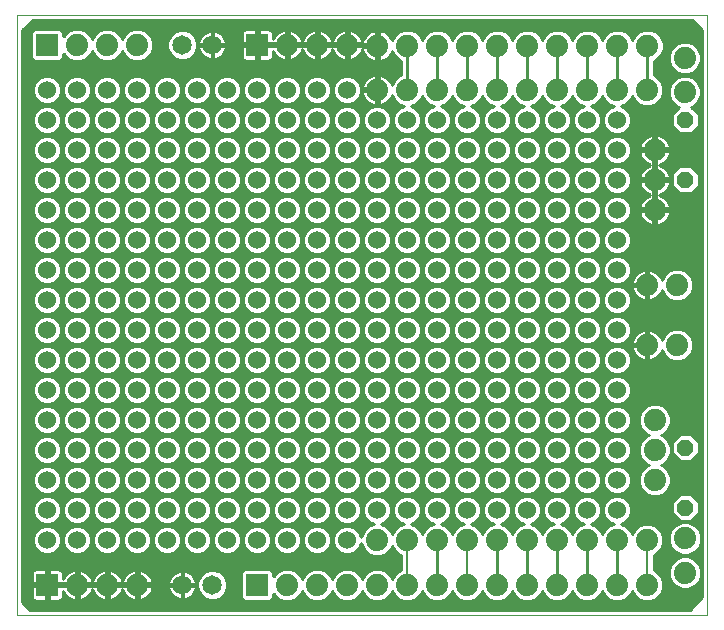
<source format=gtl>
G75*
G70*
%OFA0B0*%
%FSLAX24Y24*%
%IPPOS*%
%LPD*%
%AMOC8*
5,1,8,0,0,1.08239X$1,22.5*
%
%ADD10C,0.0000*%
%ADD11C,0.0740*%
%ADD12C,0.0650*%
%ADD13OC8,0.0560*%
%ADD14R,0.0740X0.0740*%
%ADD15C,0.0100*%
%ADD16C,0.0600*%
%ADD17C,0.0080*%
D10*
X000151Y000494D02*
X023151Y000494D01*
X023151Y020494D01*
X000151Y020494D01*
X000151Y000494D01*
D11*
X002151Y001494D03*
X003151Y001494D03*
X004151Y001494D03*
X009151Y001494D03*
X010151Y001494D03*
X011151Y001494D03*
X012151Y001494D03*
X013151Y001494D03*
X014151Y001494D03*
X015151Y001494D03*
X016151Y001494D03*
X017151Y001494D03*
X018151Y001494D03*
X019151Y001494D03*
X020151Y001494D03*
X021151Y001494D03*
X022416Y001904D03*
X022416Y003044D03*
X021151Y002994D03*
X020151Y002994D03*
X019151Y002994D03*
X018151Y002994D03*
X017151Y002994D03*
X016151Y002994D03*
X015151Y002994D03*
X014151Y002994D03*
X013151Y002994D03*
X012151Y002994D03*
X021151Y009494D03*
X022151Y009494D03*
X022151Y011494D03*
X021151Y011494D03*
X021401Y013994D03*
X021401Y014994D03*
X021401Y015994D03*
X021151Y017994D03*
X020151Y017994D03*
X019151Y017994D03*
X018151Y017994D03*
X017151Y017994D03*
X016151Y017994D03*
X015151Y017994D03*
X014151Y017994D03*
X013151Y017994D03*
X012151Y017994D03*
X012156Y019469D03*
X011151Y019494D03*
X010151Y019494D03*
X009151Y019494D03*
X013156Y019469D03*
X014156Y019469D03*
X015156Y019469D03*
X016156Y019469D03*
X017156Y019469D03*
X018156Y019469D03*
X019156Y019469D03*
X020156Y019469D03*
X021156Y019469D03*
X022401Y019064D03*
X022401Y017924D03*
X021401Y006994D03*
X021401Y005994D03*
X021401Y004994D03*
X004151Y019494D03*
X003151Y019494D03*
X002151Y019494D03*
D12*
X005651Y019494D03*
X006651Y019494D03*
X006651Y001494D03*
X005651Y001494D03*
D13*
X022416Y004069D03*
X022416Y006069D03*
X022411Y014994D03*
X022411Y016994D03*
D14*
X008151Y019494D03*
X001151Y019494D03*
X001151Y001494D03*
X008151Y001494D03*
D15*
X008691Y001794D02*
X008691Y001934D01*
X008592Y002034D01*
X007711Y002034D01*
X007611Y001934D01*
X007611Y001053D01*
X007711Y000954D01*
X008592Y000954D01*
X008691Y001053D01*
X008691Y001193D01*
X008693Y001188D01*
X008845Y001036D01*
X009044Y000954D01*
X009259Y000954D01*
X009457Y001036D01*
X009609Y001188D01*
X009651Y001290D01*
X009693Y001188D01*
X009845Y001036D01*
X010044Y000954D01*
X010259Y000954D01*
X010457Y001036D01*
X010609Y001188D01*
X010651Y001290D01*
X010693Y001188D01*
X010845Y001036D01*
X011044Y000954D01*
X011259Y000954D01*
X011457Y001036D01*
X011609Y001188D01*
X011651Y001290D01*
X011693Y001188D01*
X011845Y001036D01*
X012044Y000954D01*
X012259Y000954D01*
X012457Y001036D01*
X012609Y001188D01*
X012651Y001290D01*
X012693Y001188D01*
X012845Y001036D01*
X013044Y000954D01*
X013259Y000954D01*
X013457Y001036D01*
X013609Y001188D01*
X013651Y001290D01*
X013693Y001188D01*
X013845Y001036D01*
X014044Y000954D01*
X014259Y000954D01*
X014457Y001036D01*
X014609Y001188D01*
X014651Y001290D01*
X014693Y001188D01*
X014845Y001036D01*
X015044Y000954D01*
X015259Y000954D01*
X015457Y001036D01*
X015609Y001188D01*
X015651Y001290D01*
X015693Y001188D01*
X015845Y001036D01*
X016044Y000954D01*
X016259Y000954D01*
X016457Y001036D01*
X016609Y001188D01*
X016651Y001290D01*
X016693Y001188D01*
X016845Y001036D01*
X017044Y000954D01*
X017259Y000954D01*
X017457Y001036D01*
X017609Y001188D01*
X017651Y001290D01*
X017693Y001188D01*
X017845Y001036D01*
X018044Y000954D01*
X018259Y000954D01*
X018457Y001036D01*
X018609Y001188D01*
X018651Y001290D01*
X018693Y001188D01*
X018845Y001036D01*
X019044Y000954D01*
X019259Y000954D01*
X019457Y001036D01*
X019609Y001188D01*
X019651Y001290D01*
X019693Y001188D01*
X019845Y001036D01*
X020044Y000954D01*
X020259Y000954D01*
X020457Y001036D01*
X020609Y001188D01*
X020651Y001290D01*
X020693Y001188D01*
X020845Y001036D01*
X021044Y000954D01*
X021259Y000954D01*
X021457Y001036D01*
X021609Y001188D01*
X021691Y001386D01*
X021691Y001601D01*
X021609Y001800D01*
X021457Y001952D01*
X021361Y001991D01*
X021361Y002496D01*
X021457Y002536D01*
X021609Y002688D01*
X021691Y002886D01*
X021691Y003101D01*
X021609Y003300D01*
X021457Y003452D01*
X021259Y003534D01*
X021044Y003534D01*
X020845Y003452D01*
X020693Y003300D01*
X020651Y003198D01*
X020609Y003300D01*
X020457Y003452D01*
X020264Y003532D01*
X020417Y003595D01*
X020550Y003728D01*
X020621Y003900D01*
X020621Y004087D01*
X020550Y004260D01*
X020417Y004392D01*
X020245Y004464D01*
X020058Y004464D01*
X019885Y004392D01*
X019753Y004260D01*
X019681Y004087D01*
X019681Y003900D01*
X019753Y003728D01*
X019885Y003595D01*
X020039Y003532D01*
X019845Y003452D01*
X019693Y003300D01*
X019651Y003198D01*
X019609Y003300D01*
X019457Y003452D01*
X019264Y003532D01*
X019417Y003595D01*
X019550Y003728D01*
X019621Y003900D01*
X019621Y004087D01*
X019550Y004260D01*
X019417Y004392D01*
X019245Y004464D01*
X019058Y004464D01*
X018885Y004392D01*
X018753Y004260D01*
X018681Y004087D01*
X018681Y003900D01*
X018753Y003728D01*
X018885Y003595D01*
X019039Y003532D01*
X018845Y003452D01*
X018693Y003300D01*
X018651Y003198D01*
X018609Y003300D01*
X018457Y003452D01*
X018264Y003532D01*
X018417Y003595D01*
X018550Y003728D01*
X018621Y003900D01*
X018621Y004087D01*
X018550Y004260D01*
X018417Y004392D01*
X018245Y004464D01*
X018058Y004464D01*
X017885Y004392D01*
X017753Y004260D01*
X017681Y004087D01*
X017681Y003900D01*
X017753Y003728D01*
X017885Y003595D01*
X018039Y003532D01*
X017845Y003452D01*
X017693Y003300D01*
X017651Y003198D01*
X017609Y003300D01*
X017457Y003452D01*
X017264Y003532D01*
X017417Y003595D01*
X017550Y003728D01*
X017621Y003900D01*
X017621Y004087D01*
X017550Y004260D01*
X017417Y004392D01*
X017245Y004464D01*
X017058Y004464D01*
X016885Y004392D01*
X016753Y004260D01*
X016681Y004087D01*
X016681Y003900D01*
X016753Y003728D01*
X016885Y003595D01*
X017039Y003532D01*
X016845Y003452D01*
X016693Y003300D01*
X016651Y003198D01*
X016609Y003300D01*
X016457Y003452D01*
X016264Y003532D01*
X016417Y003595D01*
X016550Y003728D01*
X016621Y003900D01*
X016621Y004087D01*
X016550Y004260D01*
X016417Y004392D01*
X016245Y004464D01*
X016058Y004464D01*
X015885Y004392D01*
X015753Y004260D01*
X015681Y004087D01*
X015681Y003900D01*
X015753Y003728D01*
X015885Y003595D01*
X016039Y003532D01*
X015845Y003452D01*
X015693Y003300D01*
X015651Y003198D01*
X015609Y003300D01*
X015457Y003452D01*
X015264Y003532D01*
X015417Y003595D01*
X015550Y003728D01*
X015621Y003900D01*
X015621Y004087D01*
X015550Y004260D01*
X015417Y004392D01*
X015245Y004464D01*
X015058Y004464D01*
X014885Y004392D01*
X014753Y004260D01*
X014681Y004087D01*
X014681Y003900D01*
X014753Y003728D01*
X014885Y003595D01*
X015039Y003532D01*
X014845Y003452D01*
X014693Y003300D01*
X014651Y003198D01*
X014609Y003300D01*
X014457Y003452D01*
X014264Y003532D01*
X014417Y003595D01*
X014550Y003728D01*
X014621Y003900D01*
X014621Y004087D01*
X014550Y004260D01*
X014417Y004392D01*
X014245Y004464D01*
X014058Y004464D01*
X013885Y004392D01*
X013753Y004260D01*
X013681Y004087D01*
X013681Y003900D01*
X013753Y003728D01*
X013885Y003595D01*
X014039Y003532D01*
X013845Y003452D01*
X013693Y003300D01*
X013651Y003198D01*
X013609Y003300D01*
X013457Y003452D01*
X013264Y003532D01*
X013417Y003595D01*
X013550Y003728D01*
X013621Y003900D01*
X013621Y004087D01*
X013550Y004260D01*
X013417Y004392D01*
X013245Y004464D01*
X013058Y004464D01*
X012885Y004392D01*
X012753Y004260D01*
X012681Y004087D01*
X012681Y003900D01*
X012753Y003728D01*
X012885Y003595D01*
X013039Y003532D01*
X012845Y003452D01*
X012693Y003300D01*
X012651Y003198D01*
X012609Y003300D01*
X012457Y003452D01*
X012264Y003532D01*
X012417Y003595D01*
X012550Y003728D01*
X012621Y003900D01*
X012621Y004087D01*
X012550Y004260D01*
X012417Y004392D01*
X012245Y004464D01*
X012058Y004464D01*
X011885Y004392D01*
X011753Y004260D01*
X011681Y004087D01*
X011681Y003900D01*
X011753Y003728D01*
X011885Y003595D01*
X012039Y003532D01*
X011845Y003452D01*
X011693Y003300D01*
X011613Y003106D01*
X011550Y003260D01*
X011417Y003392D01*
X011245Y003464D01*
X011058Y003464D01*
X010885Y003392D01*
X010753Y003260D01*
X010681Y003087D01*
X010681Y002900D01*
X010753Y002728D01*
X010885Y002595D01*
X011058Y002524D01*
X011245Y002524D01*
X011417Y002595D01*
X011550Y002728D01*
X011613Y002881D01*
X011693Y002688D01*
X011845Y002536D01*
X012044Y002454D01*
X012259Y002454D01*
X012457Y002536D01*
X012609Y002688D01*
X012651Y002790D01*
X012693Y002688D01*
X012845Y002536D01*
X012941Y002496D01*
X012941Y001991D01*
X012845Y001952D01*
X012693Y001800D01*
X012651Y001698D01*
X012609Y001800D01*
X012457Y001952D01*
X012259Y002034D01*
X012044Y002034D01*
X011845Y001952D01*
X011693Y001800D01*
X011651Y001698D01*
X011609Y001800D01*
X011457Y001952D01*
X011259Y002034D01*
X011044Y002034D01*
X010845Y001952D01*
X010693Y001800D01*
X010651Y001698D01*
X010609Y001800D01*
X010457Y001952D01*
X010259Y002034D01*
X010044Y002034D01*
X009845Y001952D01*
X009693Y001800D01*
X009651Y001698D01*
X009609Y001800D01*
X009457Y001952D01*
X009259Y002034D01*
X009044Y002034D01*
X008845Y001952D01*
X008693Y001800D01*
X008691Y001794D01*
X008691Y001873D02*
X008767Y001873D01*
X008653Y001972D02*
X008895Y001972D01*
X009408Y001972D02*
X009895Y001972D01*
X009767Y001873D02*
X009535Y001873D01*
X009619Y001775D02*
X009683Y001775D01*
X009654Y001282D02*
X009648Y001282D01*
X009605Y001184D02*
X009698Y001184D01*
X009796Y001085D02*
X009506Y001085D01*
X009338Y000987D02*
X009965Y000987D01*
X010338Y000987D02*
X010965Y000987D01*
X010796Y001085D02*
X010506Y001085D01*
X010605Y001184D02*
X010698Y001184D01*
X010654Y001282D02*
X010648Y001282D01*
X010619Y001775D02*
X010683Y001775D01*
X010767Y001873D02*
X010535Y001873D01*
X010408Y001972D02*
X010895Y001972D01*
X011408Y001972D02*
X011895Y001972D01*
X011767Y001873D02*
X011535Y001873D01*
X011619Y001775D02*
X011683Y001775D01*
X011654Y001282D02*
X011648Y001282D01*
X011605Y001184D02*
X011698Y001184D01*
X011796Y001085D02*
X011506Y001085D01*
X011338Y000987D02*
X011965Y000987D01*
X012338Y000987D02*
X012965Y000987D01*
X012796Y001085D02*
X012506Y001085D01*
X012605Y001184D02*
X012698Y001184D01*
X012654Y001282D02*
X012648Y001282D01*
X012619Y001775D02*
X012683Y001775D01*
X012767Y001873D02*
X012535Y001873D01*
X012408Y001972D02*
X012895Y001972D01*
X012941Y002071D02*
X000321Y002071D01*
X000321Y002169D02*
X012941Y002169D01*
X012941Y002268D02*
X000321Y002268D01*
X000321Y002366D02*
X012941Y002366D01*
X012941Y002465D02*
X012285Y002465D01*
X012484Y002563D02*
X012818Y002563D01*
X012720Y002662D02*
X012583Y002662D01*
X012639Y002760D02*
X012663Y002760D01*
X012674Y003253D02*
X012628Y003253D01*
X012557Y003352D02*
X012745Y003352D01*
X012844Y003450D02*
X012459Y003450D01*
X012305Y003549D02*
X012998Y003549D01*
X012833Y003647D02*
X012469Y003647D01*
X012557Y003746D02*
X012745Y003746D01*
X012704Y003844D02*
X012598Y003844D01*
X012621Y003943D02*
X012681Y003943D01*
X012681Y004041D02*
X012621Y004041D01*
X012599Y004140D02*
X012703Y004140D01*
X012744Y004239D02*
X012559Y004239D01*
X012473Y004337D02*
X012830Y004337D01*
X012990Y004436D02*
X012313Y004436D01*
X012269Y004534D02*
X013033Y004534D01*
X013058Y004524D02*
X013245Y004524D01*
X013417Y004595D01*
X013550Y004728D01*
X013621Y004900D01*
X013621Y005087D01*
X013550Y005260D01*
X013417Y005392D01*
X013245Y005464D01*
X013058Y005464D01*
X012885Y005392D01*
X012753Y005260D01*
X012681Y005087D01*
X012681Y004900D01*
X012753Y004728D01*
X012885Y004595D01*
X013058Y004524D01*
X013269Y004534D02*
X014033Y004534D01*
X014058Y004524D02*
X014245Y004524D01*
X014417Y004595D01*
X014550Y004728D01*
X014621Y004900D01*
X014621Y005087D01*
X014550Y005260D01*
X014417Y005392D01*
X014245Y005464D01*
X014058Y005464D01*
X013885Y005392D01*
X013753Y005260D01*
X013681Y005087D01*
X013681Y004900D01*
X013753Y004728D01*
X013885Y004595D01*
X014058Y004524D01*
X013990Y004436D02*
X013313Y004436D01*
X013473Y004337D02*
X013830Y004337D01*
X013744Y004239D02*
X013559Y004239D01*
X013599Y004140D02*
X013703Y004140D01*
X013681Y004041D02*
X013621Y004041D01*
X013621Y003943D02*
X013681Y003943D01*
X013704Y003844D02*
X013598Y003844D01*
X013557Y003746D02*
X013745Y003746D01*
X013833Y003647D02*
X013469Y003647D01*
X013305Y003549D02*
X013998Y003549D01*
X013844Y003450D02*
X013459Y003450D01*
X013557Y003352D02*
X013745Y003352D01*
X013674Y003253D02*
X013628Y003253D01*
X014151Y002994D02*
X014151Y001494D01*
X013654Y001282D02*
X013648Y001282D01*
X013605Y001184D02*
X013698Y001184D01*
X013796Y001085D02*
X013506Y001085D01*
X013338Y000987D02*
X013965Y000987D01*
X014338Y000987D02*
X014965Y000987D01*
X014796Y001085D02*
X014506Y001085D01*
X014605Y001184D02*
X014698Y001184D01*
X014654Y001282D02*
X014648Y001282D01*
X015338Y000987D02*
X015965Y000987D01*
X015796Y001085D02*
X015506Y001085D01*
X015605Y001184D02*
X015698Y001184D01*
X015654Y001282D02*
X015648Y001282D01*
X016151Y001494D02*
X016151Y002994D01*
X015745Y003352D02*
X015557Y003352D01*
X015628Y003253D02*
X015674Y003253D01*
X015844Y003450D02*
X015459Y003450D01*
X015305Y003549D02*
X015998Y003549D01*
X015833Y003647D02*
X015469Y003647D01*
X015557Y003746D02*
X015745Y003746D01*
X015704Y003844D02*
X015598Y003844D01*
X015621Y003943D02*
X015681Y003943D01*
X015681Y004041D02*
X015621Y004041D01*
X015599Y004140D02*
X015703Y004140D01*
X015744Y004239D02*
X015559Y004239D01*
X015473Y004337D02*
X015830Y004337D01*
X015990Y004436D02*
X015313Y004436D01*
X015269Y004534D02*
X016033Y004534D01*
X016058Y004524D02*
X016245Y004524D01*
X016417Y004595D01*
X016550Y004728D01*
X016621Y004900D01*
X016621Y005087D01*
X016550Y005260D01*
X016417Y005392D01*
X016245Y005464D01*
X016058Y005464D01*
X015885Y005392D01*
X015753Y005260D01*
X015681Y005087D01*
X015681Y004900D01*
X015753Y004728D01*
X015885Y004595D01*
X016058Y004524D01*
X016269Y004534D02*
X017033Y004534D01*
X017058Y004524D02*
X017245Y004524D01*
X017417Y004595D01*
X017550Y004728D01*
X017621Y004900D01*
X017621Y005087D01*
X017550Y005260D01*
X017417Y005392D01*
X017245Y005464D01*
X017058Y005464D01*
X016885Y005392D01*
X016753Y005260D01*
X016681Y005087D01*
X016681Y004900D01*
X016753Y004728D01*
X016885Y004595D01*
X017058Y004524D01*
X016990Y004436D02*
X016313Y004436D01*
X016473Y004337D02*
X016830Y004337D01*
X016744Y004239D02*
X016559Y004239D01*
X016599Y004140D02*
X016703Y004140D01*
X016681Y004041D02*
X016621Y004041D01*
X016621Y003943D02*
X016681Y003943D01*
X016704Y003844D02*
X016598Y003844D01*
X016557Y003746D02*
X016745Y003746D01*
X016833Y003647D02*
X016469Y003647D01*
X016305Y003549D02*
X016998Y003549D01*
X016844Y003450D02*
X016459Y003450D01*
X016557Y003352D02*
X016745Y003352D01*
X016674Y003253D02*
X016628Y003253D01*
X017151Y002994D02*
X017151Y001494D01*
X016654Y001282D02*
X016648Y001282D01*
X016605Y001184D02*
X016698Y001184D01*
X016796Y001085D02*
X016506Y001085D01*
X016338Y000987D02*
X016965Y000987D01*
X017338Y000987D02*
X017965Y000987D01*
X017796Y001085D02*
X017506Y001085D01*
X017605Y001184D02*
X017698Y001184D01*
X017654Y001282D02*
X017648Y001282D01*
X018151Y001494D02*
X018151Y002994D01*
X017745Y003352D02*
X017557Y003352D01*
X017628Y003253D02*
X017674Y003253D01*
X017844Y003450D02*
X017459Y003450D01*
X017305Y003549D02*
X017998Y003549D01*
X017833Y003647D02*
X017469Y003647D01*
X017557Y003746D02*
X017745Y003746D01*
X017704Y003844D02*
X017598Y003844D01*
X017621Y003943D02*
X017681Y003943D01*
X017681Y004041D02*
X017621Y004041D01*
X017599Y004140D02*
X017703Y004140D01*
X017744Y004239D02*
X017559Y004239D01*
X017473Y004337D02*
X017830Y004337D01*
X017990Y004436D02*
X017313Y004436D01*
X017269Y004534D02*
X018033Y004534D01*
X018058Y004524D02*
X018245Y004524D01*
X018417Y004595D01*
X018550Y004728D01*
X018621Y004900D01*
X018621Y005087D01*
X018550Y005260D01*
X018417Y005392D01*
X018245Y005464D01*
X018058Y005464D01*
X017885Y005392D01*
X017753Y005260D01*
X017681Y005087D01*
X017681Y004900D01*
X017753Y004728D01*
X017885Y004595D01*
X018058Y004524D01*
X018269Y004534D02*
X019033Y004534D01*
X019058Y004524D02*
X019245Y004524D01*
X019417Y004595D01*
X019550Y004728D01*
X019621Y004900D01*
X019621Y005087D01*
X019550Y005260D01*
X019417Y005392D01*
X019245Y005464D01*
X019058Y005464D01*
X018885Y005392D01*
X018753Y005260D01*
X018681Y005087D01*
X018681Y004900D01*
X018753Y004728D01*
X018885Y004595D01*
X019058Y004524D01*
X018990Y004436D02*
X018313Y004436D01*
X018473Y004337D02*
X018830Y004337D01*
X018744Y004239D02*
X018559Y004239D01*
X018599Y004140D02*
X018703Y004140D01*
X018681Y004041D02*
X018621Y004041D01*
X018621Y003943D02*
X018681Y003943D01*
X018704Y003844D02*
X018598Y003844D01*
X018557Y003746D02*
X018745Y003746D01*
X018833Y003647D02*
X018469Y003647D01*
X018305Y003549D02*
X018998Y003549D01*
X018844Y003450D02*
X018459Y003450D01*
X018557Y003352D02*
X018745Y003352D01*
X018674Y003253D02*
X018628Y003253D01*
X019151Y002994D02*
X019151Y001494D01*
X018654Y001282D02*
X018648Y001282D01*
X018605Y001184D02*
X018698Y001184D01*
X018796Y001085D02*
X018506Y001085D01*
X018338Y000987D02*
X018965Y000987D01*
X019338Y000987D02*
X019965Y000987D01*
X019796Y001085D02*
X019506Y001085D01*
X019605Y001184D02*
X019698Y001184D01*
X019654Y001282D02*
X019648Y001282D01*
X020151Y001494D02*
X020151Y002994D01*
X020557Y003352D02*
X020745Y003352D01*
X020674Y003253D02*
X020628Y003253D01*
X020459Y003450D02*
X020844Y003450D01*
X020557Y003746D02*
X022103Y003746D01*
X022004Y003844D02*
X020598Y003844D01*
X020621Y003943D02*
X021966Y003943D01*
X021966Y003882D02*
X022230Y003619D01*
X022603Y003619D01*
X022866Y003882D01*
X022866Y004255D01*
X022603Y004519D01*
X022230Y004519D01*
X021966Y004255D01*
X021966Y003882D01*
X021966Y004041D02*
X020621Y004041D01*
X020599Y004140D02*
X021966Y004140D01*
X021966Y004239D02*
X020559Y004239D01*
X020473Y004337D02*
X022048Y004337D01*
X022147Y004436D02*
X020313Y004436D01*
X020269Y004534D02*
X021100Y004534D01*
X021095Y004536D02*
X021294Y004454D01*
X021509Y004454D01*
X021707Y004536D01*
X021859Y004688D01*
X021941Y004886D01*
X021941Y005101D01*
X021859Y005300D01*
X021707Y005452D01*
X021605Y005494D01*
X021707Y005536D01*
X021859Y005688D01*
X021941Y005886D01*
X021941Y006101D01*
X021859Y006300D01*
X021707Y006452D01*
X021605Y006494D01*
X021707Y006536D01*
X021859Y006688D01*
X021941Y006886D01*
X021941Y007101D01*
X021859Y007300D01*
X021707Y007452D01*
X021509Y007534D01*
X021294Y007534D01*
X021095Y007452D01*
X020943Y007300D01*
X020861Y007101D01*
X020861Y006886D01*
X020943Y006688D01*
X021095Y006536D01*
X021197Y006494D01*
X021095Y006452D01*
X020943Y006300D01*
X020861Y006101D01*
X020861Y005886D01*
X020943Y005688D01*
X021095Y005536D01*
X021197Y005494D01*
X021095Y005452D01*
X020943Y005300D01*
X020861Y005101D01*
X020861Y004886D01*
X020943Y004688D01*
X021095Y004536D01*
X020999Y004633D02*
X020455Y004633D01*
X020417Y004595D02*
X020550Y004728D01*
X020621Y004900D01*
X020621Y005087D01*
X020550Y005260D01*
X020417Y005392D01*
X020245Y005464D01*
X020058Y005464D01*
X019885Y005392D01*
X019753Y005260D01*
X019681Y005087D01*
X019681Y004900D01*
X019753Y004728D01*
X019885Y004595D01*
X020058Y004524D01*
X020245Y004524D01*
X020417Y004595D01*
X020551Y004731D02*
X020925Y004731D01*
X020885Y004830D02*
X020592Y004830D01*
X020621Y004928D02*
X020861Y004928D01*
X020861Y005027D02*
X020621Y005027D01*
X020605Y005125D02*
X020871Y005125D01*
X020912Y005224D02*
X020565Y005224D01*
X020487Y005322D02*
X020966Y005322D01*
X021065Y005421D02*
X020348Y005421D01*
X020245Y005524D02*
X020417Y005595D01*
X020550Y005728D01*
X020621Y005900D01*
X020621Y006087D01*
X020550Y006260D01*
X020417Y006392D01*
X020245Y006464D01*
X020058Y006464D01*
X019885Y006392D01*
X019753Y006260D01*
X019681Y006087D01*
X019681Y005900D01*
X019753Y005728D01*
X019885Y005595D01*
X020058Y005524D01*
X020245Y005524D01*
X020440Y005618D02*
X021013Y005618D01*
X020931Y005717D02*
X020539Y005717D01*
X020586Y005815D02*
X020891Y005815D01*
X020861Y005914D02*
X020621Y005914D01*
X020621Y006012D02*
X020861Y006012D01*
X020865Y006111D02*
X020611Y006111D01*
X020571Y006209D02*
X020906Y006209D01*
X020952Y006308D02*
X020502Y006308D01*
X020383Y006406D02*
X021050Y006406D01*
X021170Y006505D02*
X000321Y006505D01*
X000321Y006406D02*
X000919Y006406D01*
X000885Y006392D02*
X000753Y006260D01*
X000681Y006087D01*
X000681Y005900D01*
X000753Y005728D01*
X000885Y005595D01*
X001058Y005524D01*
X001245Y005524D01*
X001417Y005595D01*
X001550Y005728D01*
X001621Y005900D01*
X001621Y006087D01*
X001550Y006260D01*
X001417Y006392D01*
X001245Y006464D01*
X001058Y006464D01*
X000885Y006392D01*
X000801Y006308D02*
X000321Y006308D01*
X000321Y006209D02*
X000732Y006209D01*
X000691Y006111D02*
X000321Y006111D01*
X000321Y006012D02*
X000681Y006012D01*
X000681Y005914D02*
X000321Y005914D01*
X000321Y005815D02*
X000716Y005815D01*
X000764Y005717D02*
X000321Y005717D01*
X000321Y005618D02*
X000862Y005618D01*
X000954Y005421D02*
X000321Y005421D01*
X000321Y005322D02*
X000815Y005322D01*
X000753Y005260D02*
X000681Y005087D01*
X000681Y004900D01*
X000753Y004728D01*
X000885Y004595D01*
X001058Y004524D01*
X001245Y004524D01*
X001417Y004595D01*
X001550Y004728D01*
X001621Y004900D01*
X001621Y005087D01*
X001550Y005260D01*
X001417Y005392D01*
X001245Y005464D01*
X001058Y005464D01*
X000885Y005392D01*
X000753Y005260D01*
X000738Y005224D02*
X000321Y005224D01*
X000321Y005125D02*
X000697Y005125D01*
X000681Y005027D02*
X000321Y005027D01*
X000321Y004928D02*
X000681Y004928D01*
X000710Y004830D02*
X000321Y004830D01*
X000321Y004731D02*
X000751Y004731D01*
X000848Y004633D02*
X000321Y004633D01*
X000321Y004534D02*
X001033Y004534D01*
X001058Y004464D02*
X000885Y004392D01*
X000753Y004260D01*
X000681Y004087D01*
X000681Y003900D01*
X000753Y003728D01*
X000885Y003595D01*
X001058Y003524D01*
X001245Y003524D01*
X001417Y003595D01*
X001550Y003728D01*
X001621Y003900D01*
X001621Y004087D01*
X001550Y004260D01*
X001417Y004392D01*
X001245Y004464D01*
X001058Y004464D01*
X000990Y004436D02*
X000321Y004436D01*
X000321Y004337D02*
X000830Y004337D01*
X000744Y004239D02*
X000321Y004239D01*
X000321Y004140D02*
X000703Y004140D01*
X000681Y004041D02*
X000321Y004041D01*
X000321Y003943D02*
X000681Y003943D01*
X000704Y003844D02*
X000321Y003844D01*
X000321Y003746D02*
X000745Y003746D01*
X000833Y003647D02*
X000321Y003647D01*
X000321Y003549D02*
X000998Y003549D01*
X001025Y003450D02*
X000321Y003450D01*
X000321Y003352D02*
X000844Y003352D01*
X000885Y003392D02*
X000753Y003260D01*
X000681Y003087D01*
X000681Y002900D01*
X000753Y002728D01*
X000885Y002595D01*
X001058Y002524D01*
X001245Y002524D01*
X001417Y002595D01*
X001550Y002728D01*
X001621Y002900D01*
X001621Y003087D01*
X001550Y003260D01*
X001417Y003392D01*
X001245Y003464D01*
X001058Y003464D01*
X000885Y003392D01*
X000750Y003253D02*
X000321Y003253D01*
X000321Y003155D02*
X000709Y003155D01*
X000681Y003056D02*
X000321Y003056D01*
X000321Y002957D02*
X000681Y002957D01*
X000698Y002859D02*
X000321Y002859D01*
X000321Y002760D02*
X000739Y002760D01*
X000819Y002662D02*
X000321Y002662D01*
X000321Y002563D02*
X000962Y002563D01*
X001340Y002563D02*
X001962Y002563D01*
X001885Y002595D02*
X002058Y002524D01*
X002245Y002524D01*
X002417Y002595D01*
X002550Y002728D01*
X002621Y002900D01*
X002621Y003087D01*
X002550Y003260D01*
X002417Y003392D01*
X002245Y003464D01*
X002058Y003464D01*
X001885Y003392D01*
X001753Y003260D01*
X001681Y003087D01*
X001681Y002900D01*
X001753Y002728D01*
X001885Y002595D01*
X001819Y002662D02*
X001484Y002662D01*
X001563Y002760D02*
X001739Y002760D01*
X001698Y002859D02*
X001604Y002859D01*
X001621Y002957D02*
X001681Y002957D01*
X001681Y003056D02*
X001621Y003056D01*
X001593Y003155D02*
X001709Y003155D01*
X001750Y003253D02*
X001553Y003253D01*
X001458Y003352D02*
X001844Y003352D01*
X002025Y003450D02*
X001278Y003450D01*
X001305Y003549D02*
X001998Y003549D01*
X002058Y003524D02*
X002245Y003524D01*
X002417Y003595D01*
X002550Y003728D01*
X002621Y003900D01*
X002621Y004087D01*
X002550Y004260D01*
X002417Y004392D01*
X002245Y004464D01*
X002058Y004464D01*
X001885Y004392D01*
X001753Y004260D01*
X001681Y004087D01*
X001681Y003900D01*
X001753Y003728D01*
X001885Y003595D01*
X002058Y003524D01*
X002278Y003450D02*
X003025Y003450D01*
X003058Y003464D02*
X002885Y003392D01*
X002753Y003260D01*
X002681Y003087D01*
X002681Y002900D01*
X002753Y002728D01*
X002885Y002595D01*
X003058Y002524D01*
X003245Y002524D01*
X003417Y002595D01*
X003550Y002728D01*
X003621Y002900D01*
X003621Y003087D01*
X003550Y003260D01*
X003417Y003392D01*
X003245Y003464D01*
X003058Y003464D01*
X003058Y003524D02*
X003245Y003524D01*
X003417Y003595D01*
X003550Y003728D01*
X003621Y003900D01*
X003621Y004087D01*
X003550Y004260D01*
X003417Y004392D01*
X003245Y004464D01*
X003058Y004464D01*
X002885Y004392D01*
X002753Y004260D01*
X002681Y004087D01*
X002681Y003900D01*
X002753Y003728D01*
X002885Y003595D01*
X003058Y003524D01*
X002998Y003549D02*
X002305Y003549D01*
X002469Y003647D02*
X002833Y003647D01*
X002745Y003746D02*
X002557Y003746D01*
X002598Y003844D02*
X002704Y003844D01*
X002681Y003943D02*
X002621Y003943D01*
X002621Y004041D02*
X002681Y004041D01*
X002703Y004140D02*
X002599Y004140D01*
X002559Y004239D02*
X002744Y004239D01*
X002830Y004337D02*
X002473Y004337D01*
X002313Y004436D02*
X002990Y004436D01*
X003033Y004534D02*
X002269Y004534D01*
X002245Y004524D02*
X002417Y004595D01*
X002550Y004728D01*
X002621Y004900D01*
X002621Y005087D01*
X002550Y005260D01*
X002417Y005392D01*
X002245Y005464D01*
X002058Y005464D01*
X001885Y005392D01*
X001753Y005260D01*
X001681Y005087D01*
X001681Y004900D01*
X001753Y004728D01*
X001885Y004595D01*
X002058Y004524D01*
X002245Y004524D01*
X002033Y004534D02*
X001269Y004534D01*
X001313Y004436D02*
X001990Y004436D01*
X001830Y004337D02*
X001473Y004337D01*
X001559Y004239D02*
X001744Y004239D01*
X001703Y004140D02*
X001599Y004140D01*
X001621Y004041D02*
X001681Y004041D01*
X001681Y003943D02*
X001621Y003943D01*
X001598Y003844D02*
X001704Y003844D01*
X001745Y003746D02*
X001557Y003746D01*
X001469Y003647D02*
X001833Y003647D01*
X002458Y003352D02*
X002844Y003352D01*
X002750Y003253D02*
X002553Y003253D01*
X002593Y003155D02*
X002709Y003155D01*
X002681Y003056D02*
X002621Y003056D01*
X002621Y002957D02*
X002681Y002957D01*
X002698Y002859D02*
X002604Y002859D01*
X002563Y002760D02*
X002739Y002760D01*
X002819Y002662D02*
X002484Y002662D01*
X002340Y002563D02*
X002962Y002563D01*
X003340Y002563D02*
X003962Y002563D01*
X003885Y002595D02*
X004058Y002524D01*
X004245Y002524D01*
X004417Y002595D01*
X004550Y002728D01*
X004621Y002900D01*
X004621Y003087D01*
X004550Y003260D01*
X004417Y003392D01*
X004245Y003464D01*
X004058Y003464D01*
X003885Y003392D01*
X003753Y003260D01*
X003681Y003087D01*
X003681Y002900D01*
X003753Y002728D01*
X003885Y002595D01*
X003819Y002662D02*
X003484Y002662D01*
X003563Y002760D02*
X003739Y002760D01*
X003698Y002859D02*
X003604Y002859D01*
X003621Y002957D02*
X003681Y002957D01*
X003681Y003056D02*
X003621Y003056D01*
X003593Y003155D02*
X003709Y003155D01*
X003750Y003253D02*
X003553Y003253D01*
X003458Y003352D02*
X003844Y003352D01*
X004025Y003450D02*
X003278Y003450D01*
X003305Y003549D02*
X003998Y003549D01*
X004058Y003524D02*
X004245Y003524D01*
X004417Y003595D01*
X004550Y003728D01*
X004621Y003900D01*
X004621Y004087D01*
X004550Y004260D01*
X004417Y004392D01*
X004245Y004464D01*
X004058Y004464D01*
X003885Y004392D01*
X003753Y004260D01*
X003681Y004087D01*
X003681Y003900D01*
X003753Y003728D01*
X003885Y003595D01*
X004058Y003524D01*
X004278Y003450D02*
X005025Y003450D01*
X005058Y003464D02*
X004885Y003392D01*
X004753Y003260D01*
X004681Y003087D01*
X004681Y002900D01*
X004753Y002728D01*
X004885Y002595D01*
X005058Y002524D01*
X005245Y002524D01*
X005417Y002595D01*
X005550Y002728D01*
X005621Y002900D01*
X005621Y003087D01*
X005550Y003260D01*
X005417Y003392D01*
X005245Y003464D01*
X005058Y003464D01*
X005058Y003524D02*
X005245Y003524D01*
X005417Y003595D01*
X005550Y003728D01*
X005621Y003900D01*
X005621Y004087D01*
X005550Y004260D01*
X005417Y004392D01*
X005245Y004464D01*
X005058Y004464D01*
X004885Y004392D01*
X004753Y004260D01*
X004681Y004087D01*
X004681Y003900D01*
X004753Y003728D01*
X004885Y003595D01*
X005058Y003524D01*
X004998Y003549D02*
X004305Y003549D01*
X004469Y003647D02*
X004833Y003647D01*
X004745Y003746D02*
X004557Y003746D01*
X004598Y003844D02*
X004704Y003844D01*
X004681Y003943D02*
X004621Y003943D01*
X004621Y004041D02*
X004681Y004041D01*
X004703Y004140D02*
X004599Y004140D01*
X004559Y004239D02*
X004744Y004239D01*
X004830Y004337D02*
X004473Y004337D01*
X004313Y004436D02*
X004990Y004436D01*
X005033Y004534D02*
X004269Y004534D01*
X004245Y004524D02*
X004417Y004595D01*
X004550Y004728D01*
X004621Y004900D01*
X004621Y005087D01*
X004550Y005260D01*
X004417Y005392D01*
X004245Y005464D01*
X004058Y005464D01*
X003885Y005392D01*
X003753Y005260D01*
X003681Y005087D01*
X003681Y004900D01*
X003753Y004728D01*
X003885Y004595D01*
X004058Y004524D01*
X004245Y004524D01*
X004033Y004534D02*
X003269Y004534D01*
X003245Y004524D02*
X003417Y004595D01*
X003550Y004728D01*
X003621Y004900D01*
X003621Y005087D01*
X003550Y005260D01*
X003417Y005392D01*
X003245Y005464D01*
X003058Y005464D01*
X002885Y005392D01*
X002753Y005260D01*
X002681Y005087D01*
X002681Y004900D01*
X002753Y004728D01*
X002885Y004595D01*
X003058Y004524D01*
X003245Y004524D01*
X003313Y004436D02*
X003990Y004436D01*
X003830Y004337D02*
X003473Y004337D01*
X003559Y004239D02*
X003744Y004239D01*
X003703Y004140D02*
X003599Y004140D01*
X003621Y004041D02*
X003681Y004041D01*
X003681Y003943D02*
X003621Y003943D01*
X003598Y003844D02*
X003704Y003844D01*
X003745Y003746D02*
X003557Y003746D01*
X003469Y003647D02*
X003833Y003647D01*
X004458Y003352D02*
X004844Y003352D01*
X004750Y003253D02*
X004553Y003253D01*
X004593Y003155D02*
X004709Y003155D01*
X004681Y003056D02*
X004621Y003056D01*
X004621Y002957D02*
X004681Y002957D01*
X004698Y002859D02*
X004604Y002859D01*
X004563Y002760D02*
X004739Y002760D01*
X004819Y002662D02*
X004484Y002662D01*
X004340Y002563D02*
X004962Y002563D01*
X005340Y002563D02*
X005962Y002563D01*
X005885Y002595D02*
X006058Y002524D01*
X006245Y002524D01*
X006417Y002595D01*
X006550Y002728D01*
X006621Y002900D01*
X006621Y003087D01*
X006550Y003260D01*
X006417Y003392D01*
X006245Y003464D01*
X006058Y003464D01*
X005885Y003392D01*
X005753Y003260D01*
X005681Y003087D01*
X005681Y002900D01*
X005753Y002728D01*
X005885Y002595D01*
X005819Y002662D02*
X005484Y002662D01*
X005563Y002760D02*
X005739Y002760D01*
X005698Y002859D02*
X005604Y002859D01*
X005621Y002957D02*
X005681Y002957D01*
X005681Y003056D02*
X005621Y003056D01*
X005593Y003155D02*
X005709Y003155D01*
X005750Y003253D02*
X005553Y003253D01*
X005458Y003352D02*
X005844Y003352D01*
X006025Y003450D02*
X005278Y003450D01*
X005305Y003549D02*
X005998Y003549D01*
X006058Y003524D02*
X006245Y003524D01*
X006417Y003595D01*
X006550Y003728D01*
X006621Y003900D01*
X006621Y004087D01*
X006550Y004260D01*
X006417Y004392D01*
X006245Y004464D01*
X006058Y004464D01*
X005885Y004392D01*
X005753Y004260D01*
X005681Y004087D01*
X005681Y003900D01*
X005753Y003728D01*
X005885Y003595D01*
X006058Y003524D01*
X006278Y003450D02*
X007025Y003450D01*
X007058Y003464D02*
X006885Y003392D01*
X006753Y003260D01*
X006681Y003087D01*
X006681Y002900D01*
X006753Y002728D01*
X006885Y002595D01*
X007058Y002524D01*
X007245Y002524D01*
X007417Y002595D01*
X007550Y002728D01*
X007621Y002900D01*
X007621Y003087D01*
X007550Y003260D01*
X007417Y003392D01*
X007245Y003464D01*
X007058Y003464D01*
X007058Y003524D02*
X007245Y003524D01*
X007417Y003595D01*
X007550Y003728D01*
X007621Y003900D01*
X007621Y004087D01*
X007550Y004260D01*
X007417Y004392D01*
X007245Y004464D01*
X007058Y004464D01*
X006885Y004392D01*
X006753Y004260D01*
X006681Y004087D01*
X006681Y003900D01*
X006753Y003728D01*
X006885Y003595D01*
X007058Y003524D01*
X006998Y003549D02*
X006305Y003549D01*
X006469Y003647D02*
X006833Y003647D01*
X006745Y003746D02*
X006557Y003746D01*
X006598Y003844D02*
X006704Y003844D01*
X006681Y003943D02*
X006621Y003943D01*
X006621Y004041D02*
X006681Y004041D01*
X006703Y004140D02*
X006599Y004140D01*
X006559Y004239D02*
X006744Y004239D01*
X006830Y004337D02*
X006473Y004337D01*
X006313Y004436D02*
X006990Y004436D01*
X007033Y004534D02*
X006269Y004534D01*
X006245Y004524D02*
X006417Y004595D01*
X006550Y004728D01*
X006621Y004900D01*
X006621Y005087D01*
X006550Y005260D01*
X006417Y005392D01*
X006245Y005464D01*
X006058Y005464D01*
X005885Y005392D01*
X005753Y005260D01*
X005681Y005087D01*
X005681Y004900D01*
X005753Y004728D01*
X005885Y004595D01*
X006058Y004524D01*
X006245Y004524D01*
X006033Y004534D02*
X005269Y004534D01*
X005245Y004524D02*
X005417Y004595D01*
X005550Y004728D01*
X005621Y004900D01*
X005621Y005087D01*
X005550Y005260D01*
X005417Y005392D01*
X005245Y005464D01*
X005058Y005464D01*
X004885Y005392D01*
X004753Y005260D01*
X004681Y005087D01*
X004681Y004900D01*
X004753Y004728D01*
X004885Y004595D01*
X005058Y004524D01*
X005245Y004524D01*
X005313Y004436D02*
X005990Y004436D01*
X005830Y004337D02*
X005473Y004337D01*
X005559Y004239D02*
X005744Y004239D01*
X005703Y004140D02*
X005599Y004140D01*
X005621Y004041D02*
X005681Y004041D01*
X005681Y003943D02*
X005621Y003943D01*
X005598Y003844D02*
X005704Y003844D01*
X005745Y003746D02*
X005557Y003746D01*
X005469Y003647D02*
X005833Y003647D01*
X006458Y003352D02*
X006844Y003352D01*
X006750Y003253D02*
X006553Y003253D01*
X006593Y003155D02*
X006709Y003155D01*
X006681Y003056D02*
X006621Y003056D01*
X006621Y002957D02*
X006681Y002957D01*
X006698Y002859D02*
X006604Y002859D01*
X006563Y002760D02*
X006739Y002760D01*
X006819Y002662D02*
X006484Y002662D01*
X006340Y002563D02*
X006962Y002563D01*
X007340Y002563D02*
X007962Y002563D01*
X007885Y002595D02*
X008058Y002524D01*
X008245Y002524D01*
X008417Y002595D01*
X008550Y002728D01*
X008621Y002900D01*
X008621Y003087D01*
X008550Y003260D01*
X008417Y003392D01*
X008245Y003464D01*
X008058Y003464D01*
X007885Y003392D01*
X007753Y003260D01*
X007681Y003087D01*
X007681Y002900D01*
X007753Y002728D01*
X007885Y002595D01*
X007819Y002662D02*
X007484Y002662D01*
X007563Y002760D02*
X007739Y002760D01*
X007698Y002859D02*
X007604Y002859D01*
X007621Y002957D02*
X007681Y002957D01*
X007681Y003056D02*
X007621Y003056D01*
X007593Y003155D02*
X007709Y003155D01*
X007750Y003253D02*
X007553Y003253D01*
X007458Y003352D02*
X007844Y003352D01*
X008025Y003450D02*
X007278Y003450D01*
X007305Y003549D02*
X007998Y003549D01*
X008058Y003524D02*
X008245Y003524D01*
X008417Y003595D01*
X008550Y003728D01*
X008621Y003900D01*
X008621Y004087D01*
X008550Y004260D01*
X008417Y004392D01*
X008245Y004464D01*
X008058Y004464D01*
X007885Y004392D01*
X007753Y004260D01*
X007681Y004087D01*
X007681Y003900D01*
X007753Y003728D01*
X007885Y003595D01*
X008058Y003524D01*
X008278Y003450D02*
X009025Y003450D01*
X009058Y003464D02*
X008885Y003392D01*
X008753Y003260D01*
X008681Y003087D01*
X008681Y002900D01*
X008753Y002728D01*
X008885Y002595D01*
X009058Y002524D01*
X009245Y002524D01*
X009417Y002595D01*
X009550Y002728D01*
X009621Y002900D01*
X009621Y003087D01*
X009550Y003260D01*
X009417Y003392D01*
X009245Y003464D01*
X009058Y003464D01*
X009058Y003524D02*
X009245Y003524D01*
X009417Y003595D01*
X009550Y003728D01*
X009621Y003900D01*
X009621Y004087D01*
X009550Y004260D01*
X009417Y004392D01*
X009245Y004464D01*
X009058Y004464D01*
X008885Y004392D01*
X008753Y004260D01*
X008681Y004087D01*
X008681Y003900D01*
X008753Y003728D01*
X008885Y003595D01*
X009058Y003524D01*
X008998Y003549D02*
X008305Y003549D01*
X008469Y003647D02*
X008833Y003647D01*
X008745Y003746D02*
X008557Y003746D01*
X008598Y003844D02*
X008704Y003844D01*
X008681Y003943D02*
X008621Y003943D01*
X008621Y004041D02*
X008681Y004041D01*
X008703Y004140D02*
X008599Y004140D01*
X008559Y004239D02*
X008744Y004239D01*
X008830Y004337D02*
X008473Y004337D01*
X008313Y004436D02*
X008990Y004436D01*
X009033Y004534D02*
X008269Y004534D01*
X008245Y004524D02*
X008417Y004595D01*
X008550Y004728D01*
X008621Y004900D01*
X008621Y005087D01*
X008550Y005260D01*
X008417Y005392D01*
X008245Y005464D01*
X008058Y005464D01*
X007885Y005392D01*
X007753Y005260D01*
X007681Y005087D01*
X007681Y004900D01*
X007753Y004728D01*
X007885Y004595D01*
X008058Y004524D01*
X008245Y004524D01*
X008033Y004534D02*
X007269Y004534D01*
X007245Y004524D02*
X007417Y004595D01*
X007550Y004728D01*
X007621Y004900D01*
X007621Y005087D01*
X007550Y005260D01*
X007417Y005392D01*
X007245Y005464D01*
X007058Y005464D01*
X006885Y005392D01*
X006753Y005260D01*
X006681Y005087D01*
X006681Y004900D01*
X006753Y004728D01*
X006885Y004595D01*
X007058Y004524D01*
X007245Y004524D01*
X007313Y004436D02*
X007990Y004436D01*
X007830Y004337D02*
X007473Y004337D01*
X007559Y004239D02*
X007744Y004239D01*
X007703Y004140D02*
X007599Y004140D01*
X007621Y004041D02*
X007681Y004041D01*
X007681Y003943D02*
X007621Y003943D01*
X007598Y003844D02*
X007704Y003844D01*
X007745Y003746D02*
X007557Y003746D01*
X007469Y003647D02*
X007833Y003647D01*
X008458Y003352D02*
X008844Y003352D01*
X008750Y003253D02*
X008553Y003253D01*
X008593Y003155D02*
X008709Y003155D01*
X008681Y003056D02*
X008621Y003056D01*
X008621Y002957D02*
X008681Y002957D01*
X008698Y002859D02*
X008604Y002859D01*
X008563Y002760D02*
X008739Y002760D01*
X008819Y002662D02*
X008484Y002662D01*
X008340Y002563D02*
X008962Y002563D01*
X009340Y002563D02*
X009962Y002563D01*
X009885Y002595D02*
X010058Y002524D01*
X010245Y002524D01*
X010417Y002595D01*
X010550Y002728D01*
X010621Y002900D01*
X010621Y003087D01*
X010550Y003260D01*
X010417Y003392D01*
X010245Y003464D01*
X010058Y003464D01*
X009885Y003392D01*
X009753Y003260D01*
X009681Y003087D01*
X009681Y002900D01*
X009753Y002728D01*
X009885Y002595D01*
X009819Y002662D02*
X009484Y002662D01*
X009563Y002760D02*
X009739Y002760D01*
X009698Y002859D02*
X009604Y002859D01*
X009621Y002957D02*
X009681Y002957D01*
X009681Y003056D02*
X009621Y003056D01*
X009593Y003155D02*
X009709Y003155D01*
X009750Y003253D02*
X009553Y003253D01*
X009458Y003352D02*
X009844Y003352D01*
X010025Y003450D02*
X009278Y003450D01*
X009305Y003549D02*
X009998Y003549D01*
X010058Y003524D02*
X009885Y003595D01*
X009753Y003728D01*
X009681Y003900D01*
X009681Y004087D01*
X009753Y004260D01*
X009885Y004392D01*
X010058Y004464D01*
X010245Y004464D01*
X010417Y004392D01*
X010550Y004260D01*
X010621Y004087D01*
X010621Y003900D01*
X010550Y003728D01*
X010417Y003595D01*
X010245Y003524D01*
X010058Y003524D01*
X010278Y003450D02*
X011025Y003450D01*
X011058Y003524D02*
X011245Y003524D01*
X011417Y003595D01*
X011550Y003728D01*
X011621Y003900D01*
X011621Y004087D01*
X011550Y004260D01*
X011417Y004392D01*
X011245Y004464D01*
X011058Y004464D01*
X010885Y004392D01*
X010753Y004260D01*
X010681Y004087D01*
X010681Y003900D01*
X010753Y003728D01*
X010885Y003595D01*
X011058Y003524D01*
X010998Y003549D02*
X010305Y003549D01*
X010469Y003647D02*
X010833Y003647D01*
X010745Y003746D02*
X010557Y003746D01*
X010598Y003844D02*
X010704Y003844D01*
X010681Y003943D02*
X010621Y003943D01*
X010621Y004041D02*
X010681Y004041D01*
X010703Y004140D02*
X010599Y004140D01*
X010559Y004239D02*
X010744Y004239D01*
X010830Y004337D02*
X010473Y004337D01*
X010313Y004436D02*
X010990Y004436D01*
X011033Y004534D02*
X010269Y004534D01*
X010245Y004524D02*
X010417Y004595D01*
X010550Y004728D01*
X010621Y004900D01*
X010621Y005087D01*
X010550Y005260D01*
X010417Y005392D01*
X010245Y005464D01*
X010058Y005464D01*
X009885Y005392D01*
X009753Y005260D01*
X009681Y005087D01*
X009681Y004900D01*
X009753Y004728D01*
X009885Y004595D01*
X010058Y004524D01*
X010245Y004524D01*
X010033Y004534D02*
X009269Y004534D01*
X009245Y004524D02*
X009417Y004595D01*
X009550Y004728D01*
X009621Y004900D01*
X009621Y005087D01*
X009550Y005260D01*
X009417Y005392D01*
X009245Y005464D01*
X009058Y005464D01*
X008885Y005392D01*
X008753Y005260D01*
X008681Y005087D01*
X008681Y004900D01*
X008753Y004728D01*
X008885Y004595D01*
X009058Y004524D01*
X009245Y004524D01*
X009313Y004436D02*
X009990Y004436D01*
X009830Y004337D02*
X009473Y004337D01*
X009559Y004239D02*
X009744Y004239D01*
X009703Y004140D02*
X009599Y004140D01*
X009621Y004041D02*
X009681Y004041D01*
X009681Y003943D02*
X009621Y003943D01*
X009598Y003844D02*
X009704Y003844D01*
X009745Y003746D02*
X009557Y003746D01*
X009469Y003647D02*
X009833Y003647D01*
X010458Y003352D02*
X010844Y003352D01*
X010750Y003253D02*
X010553Y003253D01*
X010593Y003155D02*
X010709Y003155D01*
X010681Y003056D02*
X010621Y003056D01*
X010621Y002957D02*
X010681Y002957D01*
X010698Y002859D02*
X010604Y002859D01*
X010563Y002760D02*
X010739Y002760D01*
X010819Y002662D02*
X010484Y002662D01*
X010340Y002563D02*
X010962Y002563D01*
X011340Y002563D02*
X011818Y002563D01*
X011720Y002662D02*
X011484Y002662D01*
X011563Y002760D02*
X011663Y002760D01*
X011623Y002859D02*
X011604Y002859D01*
X011593Y003155D02*
X011633Y003155D01*
X011674Y003253D02*
X011553Y003253D01*
X011458Y003352D02*
X011745Y003352D01*
X011844Y003450D02*
X011278Y003450D01*
X011305Y003549D02*
X011998Y003549D01*
X011833Y003647D02*
X011469Y003647D01*
X011557Y003746D02*
X011745Y003746D01*
X011704Y003844D02*
X011598Y003844D01*
X011621Y003943D02*
X011681Y003943D01*
X011681Y004041D02*
X011621Y004041D01*
X011599Y004140D02*
X011703Y004140D01*
X011744Y004239D02*
X011559Y004239D01*
X011473Y004337D02*
X011830Y004337D01*
X011990Y004436D02*
X011313Y004436D01*
X011269Y004534D02*
X012033Y004534D01*
X012058Y004524D02*
X012245Y004524D01*
X012417Y004595D01*
X012550Y004728D01*
X012621Y004900D01*
X012621Y005087D01*
X012550Y005260D01*
X012417Y005392D01*
X012245Y005464D01*
X012058Y005464D01*
X011885Y005392D01*
X011753Y005260D01*
X011681Y005087D01*
X011681Y004900D01*
X011753Y004728D01*
X011885Y004595D01*
X012058Y004524D01*
X011848Y004633D02*
X011455Y004633D01*
X011417Y004595D02*
X011550Y004728D01*
X011621Y004900D01*
X011621Y005087D01*
X011550Y005260D01*
X011417Y005392D01*
X011245Y005464D01*
X011058Y005464D01*
X010885Y005392D01*
X010753Y005260D01*
X010681Y005087D01*
X010681Y004900D01*
X010753Y004728D01*
X010885Y004595D01*
X011058Y004524D01*
X011245Y004524D01*
X011417Y004595D01*
X011551Y004731D02*
X011751Y004731D01*
X011710Y004830D02*
X011592Y004830D01*
X011621Y004928D02*
X011681Y004928D01*
X011681Y005027D02*
X011621Y005027D01*
X011605Y005125D02*
X011697Y005125D01*
X011738Y005224D02*
X011565Y005224D01*
X011487Y005322D02*
X011815Y005322D01*
X011954Y005421D02*
X011348Y005421D01*
X011245Y005524D02*
X011058Y005524D01*
X010885Y005595D01*
X010753Y005728D01*
X010681Y005900D01*
X010681Y006087D01*
X010753Y006260D01*
X010885Y006392D01*
X011058Y006464D01*
X011245Y006464D01*
X011417Y006392D01*
X011550Y006260D01*
X011621Y006087D01*
X011621Y005900D01*
X011550Y005728D01*
X011417Y005595D01*
X011245Y005524D01*
X011440Y005618D02*
X011862Y005618D01*
X011885Y005595D02*
X012058Y005524D01*
X012245Y005524D01*
X012417Y005595D01*
X012550Y005728D01*
X012621Y005900D01*
X012621Y006087D01*
X012550Y006260D01*
X012417Y006392D01*
X012245Y006464D01*
X012058Y006464D01*
X011885Y006392D01*
X011753Y006260D01*
X011681Y006087D01*
X011681Y005900D01*
X011753Y005728D01*
X011885Y005595D01*
X011764Y005717D02*
X011539Y005717D01*
X011586Y005815D02*
X011716Y005815D01*
X011681Y005914D02*
X011621Y005914D01*
X011621Y006012D02*
X011681Y006012D01*
X011691Y006111D02*
X011611Y006111D01*
X011571Y006209D02*
X011732Y006209D01*
X011801Y006308D02*
X011502Y006308D01*
X011383Y006406D02*
X011919Y006406D01*
X012058Y006524D02*
X011885Y006595D01*
X011753Y006728D01*
X011681Y006900D01*
X011681Y007087D01*
X011753Y007260D01*
X011885Y007392D01*
X012058Y007464D01*
X012245Y007464D01*
X012417Y007392D01*
X012550Y007260D01*
X012621Y007087D01*
X012621Y006900D01*
X012550Y006728D01*
X012417Y006595D01*
X012245Y006524D01*
X012058Y006524D01*
X011877Y006604D02*
X011426Y006604D01*
X011417Y006595D02*
X011550Y006728D01*
X011621Y006900D01*
X011621Y007087D01*
X011550Y007260D01*
X011417Y007392D01*
X011245Y007464D01*
X011058Y007464D01*
X010885Y007392D01*
X010753Y007260D01*
X010681Y007087D01*
X010681Y006900D01*
X010753Y006728D01*
X010885Y006595D01*
X011058Y006524D01*
X011245Y006524D01*
X011417Y006595D01*
X011524Y006702D02*
X011778Y006702D01*
X011722Y006801D02*
X011580Y006801D01*
X011621Y006899D02*
X011682Y006899D01*
X011681Y006998D02*
X011621Y006998D01*
X011617Y007096D02*
X011685Y007096D01*
X011726Y007195D02*
X011577Y007195D01*
X011516Y007293D02*
X011786Y007293D01*
X011885Y007392D02*
X011418Y007392D01*
X011402Y007589D02*
X011900Y007589D01*
X011885Y007595D02*
X012058Y007524D01*
X012245Y007524D01*
X012417Y007595D01*
X012550Y007728D01*
X012621Y007900D01*
X012621Y008087D01*
X012550Y008260D01*
X012417Y008392D01*
X012245Y008464D01*
X012058Y008464D01*
X011885Y008392D01*
X011753Y008260D01*
X011681Y008087D01*
X011681Y007900D01*
X011753Y007728D01*
X011885Y007595D01*
X011793Y007688D02*
X011510Y007688D01*
X011550Y007728D02*
X011621Y007900D01*
X011621Y008087D01*
X011550Y008260D01*
X011417Y008392D01*
X011245Y008464D01*
X011058Y008464D01*
X010885Y008392D01*
X010753Y008260D01*
X010681Y008087D01*
X010681Y007900D01*
X010753Y007728D01*
X010885Y007595D01*
X011058Y007524D01*
X011245Y007524D01*
X011417Y007595D01*
X011550Y007728D01*
X011574Y007786D02*
X011729Y007786D01*
X011688Y007885D02*
X011615Y007885D01*
X011621Y007983D02*
X011681Y007983D01*
X011681Y008082D02*
X011621Y008082D01*
X011583Y008180D02*
X011720Y008180D01*
X011771Y008279D02*
X011531Y008279D01*
X011432Y008377D02*
X011870Y008377D01*
X011936Y008574D02*
X011367Y008574D01*
X011417Y008595D02*
X011550Y008728D01*
X011621Y008900D01*
X011621Y009087D01*
X011550Y009260D01*
X011417Y009392D01*
X011245Y009464D01*
X011058Y009464D01*
X010885Y009392D01*
X010753Y009260D01*
X010681Y009087D01*
X010681Y008900D01*
X010753Y008728D01*
X010885Y008595D01*
X011058Y008524D01*
X011245Y008524D01*
X011417Y008595D01*
X011495Y008673D02*
X011807Y008673D01*
X011753Y008728D02*
X011885Y008595D01*
X012058Y008524D01*
X012245Y008524D01*
X012417Y008595D01*
X012550Y008728D01*
X012621Y008900D01*
X012621Y009087D01*
X012550Y009260D01*
X012417Y009392D01*
X012245Y009464D01*
X012058Y009464D01*
X011885Y009392D01*
X011753Y009260D01*
X011681Y009087D01*
X011681Y008900D01*
X011753Y008728D01*
X011735Y008771D02*
X011568Y008771D01*
X011609Y008870D02*
X011694Y008870D01*
X011681Y008969D02*
X011621Y008969D01*
X011621Y009067D02*
X011681Y009067D01*
X011714Y009166D02*
X011589Y009166D01*
X011545Y009264D02*
X011757Y009264D01*
X011855Y009363D02*
X011447Y009363D01*
X011251Y009461D02*
X012052Y009461D01*
X012058Y009524D02*
X012245Y009524D01*
X012417Y009595D01*
X012550Y009728D01*
X012621Y009900D01*
X012621Y010087D01*
X012550Y010260D01*
X012417Y010392D01*
X012245Y010464D01*
X012058Y010464D01*
X011885Y010392D01*
X011753Y010260D01*
X011681Y010087D01*
X011681Y009900D01*
X011753Y009728D01*
X011885Y009595D01*
X012058Y009524D01*
X011971Y009560D02*
X011332Y009560D01*
X011417Y009595D02*
X011550Y009728D01*
X011621Y009900D01*
X011621Y010087D01*
X011550Y010260D01*
X011417Y010392D01*
X011245Y010464D01*
X011058Y010464D01*
X010885Y010392D01*
X010753Y010260D01*
X010681Y010087D01*
X010681Y009900D01*
X010753Y009728D01*
X010885Y009595D01*
X011058Y009524D01*
X011245Y009524D01*
X011417Y009595D01*
X011480Y009658D02*
X011822Y009658D01*
X011741Y009757D02*
X011562Y009757D01*
X011603Y009855D02*
X011700Y009855D01*
X011681Y009954D02*
X011621Y009954D01*
X011621Y010053D02*
X011681Y010053D01*
X011708Y010151D02*
X011595Y010151D01*
X011554Y010250D02*
X011748Y010250D01*
X011841Y010348D02*
X011461Y010348D01*
X011286Y010447D02*
X012016Y010447D01*
X012058Y010524D02*
X011885Y010595D01*
X011753Y010728D01*
X011681Y010900D01*
X011681Y011087D01*
X011753Y011260D01*
X011885Y011392D01*
X012058Y011464D01*
X012245Y011464D01*
X012417Y011392D01*
X012550Y011260D01*
X012621Y011087D01*
X012621Y010900D01*
X012550Y010728D01*
X012417Y010595D01*
X012245Y010524D01*
X012058Y010524D01*
X012006Y010545D02*
X011296Y010545D01*
X011245Y010524D02*
X011417Y010595D01*
X011550Y010728D01*
X011621Y010900D01*
X011621Y011087D01*
X011550Y011260D01*
X011417Y011392D01*
X011245Y011464D01*
X011058Y011464D01*
X010885Y011392D01*
X010753Y011260D01*
X010681Y011087D01*
X010681Y010900D01*
X010753Y010728D01*
X010885Y010595D01*
X011058Y010524D01*
X011245Y010524D01*
X011006Y010545D02*
X010296Y010545D01*
X010245Y010524D02*
X010417Y010595D01*
X010550Y010728D01*
X010621Y010900D01*
X010621Y011087D01*
X010550Y011260D01*
X010417Y011392D01*
X010245Y011464D01*
X010058Y011464D01*
X009885Y011392D01*
X009753Y011260D01*
X009681Y011087D01*
X009681Y010900D01*
X009753Y010728D01*
X009885Y010595D01*
X010058Y010524D01*
X010245Y010524D01*
X010245Y010464D02*
X010058Y010464D01*
X009885Y010392D01*
X009753Y010260D01*
X009681Y010087D01*
X009681Y009900D01*
X009753Y009728D01*
X009885Y009595D01*
X010058Y009524D01*
X010245Y009524D01*
X010417Y009595D01*
X010550Y009728D01*
X010621Y009900D01*
X010621Y010087D01*
X010550Y010260D01*
X010417Y010392D01*
X010245Y010464D01*
X010286Y010447D02*
X011016Y010447D01*
X010841Y010348D02*
X010461Y010348D01*
X010554Y010250D02*
X010748Y010250D01*
X010708Y010151D02*
X010595Y010151D01*
X010621Y010053D02*
X010681Y010053D01*
X010681Y009954D02*
X010621Y009954D01*
X010603Y009855D02*
X010700Y009855D01*
X010741Y009757D02*
X010562Y009757D01*
X010480Y009658D02*
X010822Y009658D01*
X010971Y009560D02*
X010332Y009560D01*
X010251Y009461D02*
X011052Y009461D01*
X010855Y009363D02*
X010447Y009363D01*
X010417Y009392D02*
X010245Y009464D01*
X010058Y009464D01*
X009885Y009392D01*
X009753Y009260D01*
X009681Y009087D01*
X009681Y008900D01*
X009753Y008728D01*
X009885Y008595D01*
X010058Y008524D01*
X010245Y008524D01*
X010417Y008595D01*
X010550Y008728D01*
X010621Y008900D01*
X010621Y009087D01*
X010550Y009260D01*
X010417Y009392D01*
X010545Y009264D02*
X010757Y009264D01*
X010714Y009166D02*
X010589Y009166D01*
X010621Y009067D02*
X010681Y009067D01*
X010681Y008969D02*
X010621Y008969D01*
X010609Y008870D02*
X010694Y008870D01*
X010735Y008771D02*
X010568Y008771D01*
X010495Y008673D02*
X010807Y008673D01*
X010936Y008574D02*
X010367Y008574D01*
X010245Y008464D02*
X010417Y008392D01*
X010550Y008260D01*
X010621Y008087D01*
X010621Y007900D01*
X010550Y007728D01*
X010417Y007595D01*
X010245Y007524D01*
X010058Y007524D01*
X009885Y007595D01*
X009753Y007728D01*
X009681Y007900D01*
X009681Y008087D01*
X009753Y008260D01*
X009885Y008392D01*
X010058Y008464D01*
X010245Y008464D01*
X010432Y008377D02*
X010870Y008377D01*
X010771Y008279D02*
X010531Y008279D01*
X010583Y008180D02*
X010720Y008180D01*
X010681Y008082D02*
X010621Y008082D01*
X010621Y007983D02*
X010681Y007983D01*
X010688Y007885D02*
X010615Y007885D01*
X010574Y007786D02*
X010729Y007786D01*
X010793Y007688D02*
X010510Y007688D01*
X010402Y007589D02*
X010900Y007589D01*
X010885Y007392D02*
X010418Y007392D01*
X010417Y007392D02*
X010245Y007464D01*
X010058Y007464D01*
X009885Y007392D01*
X009753Y007260D01*
X009681Y007087D01*
X009681Y006900D01*
X009753Y006728D01*
X009885Y006595D01*
X010058Y006524D01*
X010245Y006524D01*
X010417Y006595D01*
X010550Y006728D01*
X010621Y006900D01*
X010621Y007087D01*
X010550Y007260D01*
X010417Y007392D01*
X010516Y007293D02*
X010786Y007293D01*
X010726Y007195D02*
X010577Y007195D01*
X010617Y007096D02*
X010685Y007096D01*
X010681Y006998D02*
X010621Y006998D01*
X010621Y006899D02*
X010682Y006899D01*
X010722Y006801D02*
X010580Y006801D01*
X010524Y006702D02*
X010778Y006702D01*
X010877Y006604D02*
X010426Y006604D01*
X010383Y006406D02*
X010919Y006406D01*
X010801Y006308D02*
X010502Y006308D01*
X010550Y006260D02*
X010417Y006392D01*
X010245Y006464D01*
X010058Y006464D01*
X009885Y006392D01*
X009753Y006260D01*
X009681Y006087D01*
X009681Y005900D01*
X009753Y005728D01*
X009885Y005595D01*
X010058Y005524D01*
X010245Y005524D01*
X010417Y005595D01*
X010550Y005728D01*
X010621Y005900D01*
X010621Y006087D01*
X010550Y006260D01*
X010571Y006209D02*
X010732Y006209D01*
X010691Y006111D02*
X010611Y006111D01*
X010621Y006012D02*
X010681Y006012D01*
X010681Y005914D02*
X010621Y005914D01*
X010586Y005815D02*
X010716Y005815D01*
X010764Y005717D02*
X010539Y005717D01*
X010440Y005618D02*
X010862Y005618D01*
X010954Y005421D02*
X010348Y005421D01*
X010487Y005322D02*
X010815Y005322D01*
X010738Y005224D02*
X010565Y005224D01*
X010605Y005125D02*
X010697Y005125D01*
X010681Y005027D02*
X010621Y005027D01*
X010621Y004928D02*
X010681Y004928D01*
X010710Y004830D02*
X010592Y004830D01*
X010551Y004731D02*
X010751Y004731D01*
X010848Y004633D02*
X010455Y004633D01*
X009848Y004633D02*
X009455Y004633D01*
X009551Y004731D02*
X009751Y004731D01*
X009710Y004830D02*
X009592Y004830D01*
X009621Y004928D02*
X009681Y004928D01*
X009681Y005027D02*
X009621Y005027D01*
X009605Y005125D02*
X009697Y005125D01*
X009738Y005224D02*
X009565Y005224D01*
X009487Y005322D02*
X009815Y005322D01*
X009954Y005421D02*
X009348Y005421D01*
X009245Y005524D02*
X009417Y005595D01*
X009550Y005728D01*
X009621Y005900D01*
X009621Y006087D01*
X009550Y006260D01*
X009417Y006392D01*
X009245Y006464D01*
X009058Y006464D01*
X008885Y006392D01*
X008753Y006260D01*
X008681Y006087D01*
X008681Y005900D01*
X008753Y005728D01*
X008885Y005595D01*
X009058Y005524D01*
X009245Y005524D01*
X009440Y005618D02*
X009862Y005618D01*
X009764Y005717D02*
X009539Y005717D01*
X009586Y005815D02*
X009716Y005815D01*
X009681Y005914D02*
X009621Y005914D01*
X009621Y006012D02*
X009681Y006012D01*
X009691Y006111D02*
X009611Y006111D01*
X009571Y006209D02*
X009732Y006209D01*
X009801Y006308D02*
X009502Y006308D01*
X009383Y006406D02*
X009919Y006406D01*
X009877Y006604D02*
X009426Y006604D01*
X009417Y006595D02*
X009550Y006728D01*
X009621Y006900D01*
X009621Y007087D01*
X009550Y007260D01*
X009417Y007392D01*
X009245Y007464D01*
X009058Y007464D01*
X008885Y007392D01*
X008753Y007260D01*
X008681Y007087D01*
X008681Y006900D01*
X008753Y006728D01*
X008885Y006595D01*
X009058Y006524D01*
X009245Y006524D01*
X009417Y006595D01*
X009524Y006702D02*
X009778Y006702D01*
X009722Y006801D02*
X009580Y006801D01*
X009621Y006899D02*
X009682Y006899D01*
X009681Y006998D02*
X009621Y006998D01*
X009617Y007096D02*
X009685Y007096D01*
X009726Y007195D02*
X009577Y007195D01*
X009516Y007293D02*
X009786Y007293D01*
X009885Y007392D02*
X009418Y007392D01*
X009402Y007589D02*
X009900Y007589D01*
X009793Y007688D02*
X009510Y007688D01*
X009550Y007728D02*
X009621Y007900D01*
X009621Y008087D01*
X009550Y008260D01*
X009417Y008392D01*
X009245Y008464D01*
X009058Y008464D01*
X008885Y008392D01*
X008753Y008260D01*
X008681Y008087D01*
X008681Y007900D01*
X008753Y007728D01*
X008885Y007595D01*
X009058Y007524D01*
X009245Y007524D01*
X009417Y007595D01*
X009550Y007728D01*
X009574Y007786D02*
X009729Y007786D01*
X009688Y007885D02*
X009615Y007885D01*
X009621Y007983D02*
X009681Y007983D01*
X009681Y008082D02*
X009621Y008082D01*
X009583Y008180D02*
X009720Y008180D01*
X009771Y008279D02*
X009531Y008279D01*
X009432Y008377D02*
X009870Y008377D01*
X009936Y008574D02*
X009367Y008574D01*
X009417Y008595D02*
X009550Y008728D01*
X009621Y008900D01*
X009621Y009087D01*
X009550Y009260D01*
X009417Y009392D01*
X009245Y009464D01*
X009058Y009464D01*
X008885Y009392D01*
X008753Y009260D01*
X008681Y009087D01*
X008681Y008900D01*
X008753Y008728D01*
X008885Y008595D01*
X009058Y008524D01*
X009245Y008524D01*
X009417Y008595D01*
X009495Y008673D02*
X009807Y008673D01*
X009735Y008771D02*
X009568Y008771D01*
X009609Y008870D02*
X009694Y008870D01*
X009681Y008969D02*
X009621Y008969D01*
X009621Y009067D02*
X009681Y009067D01*
X009714Y009166D02*
X009589Y009166D01*
X009545Y009264D02*
X009757Y009264D01*
X009855Y009363D02*
X009447Y009363D01*
X009251Y009461D02*
X010052Y009461D01*
X009971Y009560D02*
X009332Y009560D01*
X009417Y009595D02*
X009550Y009728D01*
X009621Y009900D01*
X009621Y010087D01*
X009550Y010260D01*
X009417Y010392D01*
X009245Y010464D01*
X009058Y010464D01*
X008885Y010392D01*
X008753Y010260D01*
X008681Y010087D01*
X008681Y009900D01*
X008753Y009728D01*
X008885Y009595D01*
X009058Y009524D01*
X009245Y009524D01*
X009417Y009595D01*
X009480Y009658D02*
X009822Y009658D01*
X009741Y009757D02*
X009562Y009757D01*
X009603Y009855D02*
X009700Y009855D01*
X009681Y009954D02*
X009621Y009954D01*
X009621Y010053D02*
X009681Y010053D01*
X009708Y010151D02*
X009595Y010151D01*
X009554Y010250D02*
X009748Y010250D01*
X009841Y010348D02*
X009461Y010348D01*
X009286Y010447D02*
X010016Y010447D01*
X010006Y010545D02*
X009296Y010545D01*
X009245Y010524D02*
X009417Y010595D01*
X009550Y010728D01*
X009621Y010900D01*
X009621Y011087D01*
X009550Y011260D01*
X009417Y011392D01*
X009245Y011464D01*
X009058Y011464D01*
X008885Y011392D01*
X008753Y011260D01*
X008681Y011087D01*
X008681Y010900D01*
X008753Y010728D01*
X008885Y010595D01*
X009058Y010524D01*
X009245Y010524D01*
X009006Y010545D02*
X008296Y010545D01*
X008245Y010524D02*
X008417Y010595D01*
X008550Y010728D01*
X008621Y010900D01*
X008621Y011087D01*
X008550Y011260D01*
X008417Y011392D01*
X008245Y011464D01*
X008058Y011464D01*
X007885Y011392D01*
X007753Y011260D01*
X007681Y011087D01*
X007681Y010900D01*
X007753Y010728D01*
X007885Y010595D01*
X008058Y010524D01*
X008245Y010524D01*
X008245Y010464D02*
X008058Y010464D01*
X007885Y010392D01*
X007753Y010260D01*
X007681Y010087D01*
X007681Y009900D01*
X007753Y009728D01*
X007885Y009595D01*
X008058Y009524D01*
X008245Y009524D01*
X008417Y009595D01*
X008550Y009728D01*
X008621Y009900D01*
X008621Y010087D01*
X008550Y010260D01*
X008417Y010392D01*
X008245Y010464D01*
X008286Y010447D02*
X009016Y010447D01*
X008841Y010348D02*
X008461Y010348D01*
X008554Y010250D02*
X008748Y010250D01*
X008708Y010151D02*
X008595Y010151D01*
X008621Y010053D02*
X008681Y010053D01*
X008681Y009954D02*
X008621Y009954D01*
X008603Y009855D02*
X008700Y009855D01*
X008741Y009757D02*
X008562Y009757D01*
X008480Y009658D02*
X008822Y009658D01*
X008971Y009560D02*
X008332Y009560D01*
X008251Y009461D02*
X009052Y009461D01*
X008855Y009363D02*
X008447Y009363D01*
X008417Y009392D02*
X008245Y009464D01*
X008058Y009464D01*
X007885Y009392D01*
X007753Y009260D01*
X007681Y009087D01*
X007681Y008900D01*
X007753Y008728D01*
X007885Y008595D01*
X008058Y008524D01*
X008245Y008524D01*
X008417Y008595D01*
X008550Y008728D01*
X008621Y008900D01*
X008621Y009087D01*
X008550Y009260D01*
X008417Y009392D01*
X008545Y009264D02*
X008757Y009264D01*
X008714Y009166D02*
X008589Y009166D01*
X008621Y009067D02*
X008681Y009067D01*
X008681Y008969D02*
X008621Y008969D01*
X008609Y008870D02*
X008694Y008870D01*
X008735Y008771D02*
X008568Y008771D01*
X008495Y008673D02*
X008807Y008673D01*
X008936Y008574D02*
X008367Y008574D01*
X008245Y008464D02*
X008058Y008464D01*
X007885Y008392D01*
X007753Y008260D01*
X007681Y008087D01*
X007681Y007900D01*
X007753Y007728D01*
X007885Y007595D01*
X008058Y007524D01*
X008245Y007524D01*
X008417Y007595D01*
X008550Y007728D01*
X008621Y007900D01*
X008621Y008087D01*
X008550Y008260D01*
X008417Y008392D01*
X008245Y008464D01*
X008432Y008377D02*
X008870Y008377D01*
X008771Y008279D02*
X008531Y008279D01*
X008583Y008180D02*
X008720Y008180D01*
X008681Y008082D02*
X008621Y008082D01*
X008621Y007983D02*
X008681Y007983D01*
X008688Y007885D02*
X008615Y007885D01*
X008574Y007786D02*
X008729Y007786D01*
X008793Y007688D02*
X008510Y007688D01*
X008402Y007589D02*
X008900Y007589D01*
X008885Y007392D02*
X008418Y007392D01*
X008417Y007392D02*
X008245Y007464D01*
X008058Y007464D01*
X007885Y007392D01*
X007753Y007260D01*
X007681Y007087D01*
X007681Y006900D01*
X007753Y006728D01*
X007885Y006595D01*
X008058Y006524D01*
X008245Y006524D01*
X008417Y006595D01*
X008550Y006728D01*
X008621Y006900D01*
X008621Y007087D01*
X008550Y007260D01*
X008417Y007392D01*
X008516Y007293D02*
X008786Y007293D01*
X008726Y007195D02*
X008577Y007195D01*
X008617Y007096D02*
X008685Y007096D01*
X008681Y006998D02*
X008621Y006998D01*
X008621Y006899D02*
X008682Y006899D01*
X008722Y006801D02*
X008580Y006801D01*
X008524Y006702D02*
X008778Y006702D01*
X008877Y006604D02*
X008426Y006604D01*
X008383Y006406D02*
X008919Y006406D01*
X008801Y006308D02*
X008502Y006308D01*
X008550Y006260D02*
X008417Y006392D01*
X008245Y006464D01*
X008058Y006464D01*
X007885Y006392D01*
X007753Y006260D01*
X007681Y006087D01*
X007681Y005900D01*
X007753Y005728D01*
X007885Y005595D01*
X008058Y005524D01*
X008245Y005524D01*
X008417Y005595D01*
X008550Y005728D01*
X008621Y005900D01*
X008621Y006087D01*
X008550Y006260D01*
X008571Y006209D02*
X008732Y006209D01*
X008691Y006111D02*
X008611Y006111D01*
X008621Y006012D02*
X008681Y006012D01*
X008681Y005914D02*
X008621Y005914D01*
X008586Y005815D02*
X008716Y005815D01*
X008764Y005717D02*
X008539Y005717D01*
X008440Y005618D02*
X008862Y005618D01*
X008954Y005421D02*
X008348Y005421D01*
X008487Y005322D02*
X008815Y005322D01*
X008738Y005224D02*
X008565Y005224D01*
X008605Y005125D02*
X008697Y005125D01*
X008681Y005027D02*
X008621Y005027D01*
X008621Y004928D02*
X008681Y004928D01*
X008710Y004830D02*
X008592Y004830D01*
X008551Y004731D02*
X008751Y004731D01*
X008848Y004633D02*
X008455Y004633D01*
X007848Y004633D02*
X007455Y004633D01*
X007551Y004731D02*
X007751Y004731D01*
X007710Y004830D02*
X007592Y004830D01*
X007621Y004928D02*
X007681Y004928D01*
X007681Y005027D02*
X007621Y005027D01*
X007605Y005125D02*
X007697Y005125D01*
X007738Y005224D02*
X007565Y005224D01*
X007487Y005322D02*
X007815Y005322D01*
X007954Y005421D02*
X007348Y005421D01*
X007245Y005524D02*
X007058Y005524D01*
X006885Y005595D01*
X006753Y005728D01*
X006681Y005900D01*
X006681Y006087D01*
X006753Y006260D01*
X006885Y006392D01*
X007058Y006464D01*
X007245Y006464D01*
X007417Y006392D01*
X007550Y006260D01*
X007621Y006087D01*
X007621Y005900D01*
X007550Y005728D01*
X007417Y005595D01*
X007245Y005524D01*
X007440Y005618D02*
X007862Y005618D01*
X007764Y005717D02*
X007539Y005717D01*
X007586Y005815D02*
X007716Y005815D01*
X007681Y005914D02*
X007621Y005914D01*
X007621Y006012D02*
X007681Y006012D01*
X007691Y006111D02*
X007611Y006111D01*
X007571Y006209D02*
X007732Y006209D01*
X007801Y006308D02*
X007502Y006308D01*
X007383Y006406D02*
X007919Y006406D01*
X007877Y006604D02*
X007426Y006604D01*
X007417Y006595D02*
X007550Y006728D01*
X007621Y006900D01*
X007621Y007087D01*
X007550Y007260D01*
X007417Y007392D01*
X007245Y007464D01*
X007058Y007464D01*
X006885Y007392D01*
X006753Y007260D01*
X006681Y007087D01*
X006681Y006900D01*
X006753Y006728D01*
X006885Y006595D01*
X007058Y006524D01*
X007245Y006524D01*
X007417Y006595D01*
X007524Y006702D02*
X007778Y006702D01*
X007722Y006801D02*
X007580Y006801D01*
X007621Y006899D02*
X007682Y006899D01*
X007681Y006998D02*
X007621Y006998D01*
X007617Y007096D02*
X007685Y007096D01*
X007726Y007195D02*
X007577Y007195D01*
X007516Y007293D02*
X007786Y007293D01*
X007885Y007392D02*
X007418Y007392D01*
X007402Y007589D02*
X007900Y007589D01*
X007793Y007688D02*
X007510Y007688D01*
X007550Y007728D02*
X007621Y007900D01*
X007621Y008087D01*
X007550Y008260D01*
X007417Y008392D01*
X007245Y008464D01*
X007058Y008464D01*
X006885Y008392D01*
X006753Y008260D01*
X006681Y008087D01*
X006681Y007900D01*
X006753Y007728D01*
X006885Y007595D01*
X007058Y007524D01*
X007245Y007524D01*
X007417Y007595D01*
X007550Y007728D01*
X007574Y007786D02*
X007729Y007786D01*
X007688Y007885D02*
X007615Y007885D01*
X007621Y007983D02*
X007681Y007983D01*
X007681Y008082D02*
X007621Y008082D01*
X007583Y008180D02*
X007720Y008180D01*
X007771Y008279D02*
X007531Y008279D01*
X007432Y008377D02*
X007870Y008377D01*
X007936Y008574D02*
X007367Y008574D01*
X007417Y008595D02*
X007245Y008524D01*
X007058Y008524D01*
X006885Y008595D01*
X006753Y008728D01*
X006681Y008900D01*
X006681Y009087D01*
X006753Y009260D01*
X006885Y009392D01*
X007058Y009464D01*
X007245Y009464D01*
X007417Y009392D01*
X007550Y009260D01*
X007621Y009087D01*
X007621Y008900D01*
X007550Y008728D01*
X007417Y008595D01*
X007495Y008673D02*
X007807Y008673D01*
X007735Y008771D02*
X007568Y008771D01*
X007609Y008870D02*
X007694Y008870D01*
X007681Y008969D02*
X007621Y008969D01*
X007621Y009067D02*
X007681Y009067D01*
X007714Y009166D02*
X007589Y009166D01*
X007545Y009264D02*
X007757Y009264D01*
X007855Y009363D02*
X007447Y009363D01*
X007251Y009461D02*
X008052Y009461D01*
X007971Y009560D02*
X007332Y009560D01*
X007417Y009595D02*
X007245Y009524D01*
X007058Y009524D01*
X006885Y009595D01*
X006753Y009728D01*
X006681Y009900D01*
X006681Y010087D01*
X006753Y010260D01*
X006885Y010392D01*
X007058Y010464D01*
X007245Y010464D01*
X007417Y010392D01*
X007550Y010260D01*
X007621Y010087D01*
X007621Y009900D01*
X007550Y009728D01*
X007417Y009595D01*
X007480Y009658D02*
X007822Y009658D01*
X007741Y009757D02*
X007562Y009757D01*
X007603Y009855D02*
X007700Y009855D01*
X007681Y009954D02*
X007621Y009954D01*
X007621Y010053D02*
X007681Y010053D01*
X007708Y010151D02*
X007595Y010151D01*
X007554Y010250D02*
X007748Y010250D01*
X007841Y010348D02*
X007461Y010348D01*
X007286Y010447D02*
X008016Y010447D01*
X008006Y010545D02*
X007296Y010545D01*
X007245Y010524D02*
X007417Y010595D01*
X007550Y010728D01*
X007621Y010900D01*
X007621Y011087D01*
X007550Y011260D01*
X007417Y011392D01*
X007245Y011464D01*
X007058Y011464D01*
X006885Y011392D01*
X006753Y011260D01*
X006681Y011087D01*
X006681Y010900D01*
X006753Y010728D01*
X006885Y010595D01*
X007058Y010524D01*
X007245Y010524D01*
X007006Y010545D02*
X006296Y010545D01*
X006245Y010524D02*
X006417Y010595D01*
X006550Y010728D01*
X006621Y010900D01*
X006621Y011087D01*
X006550Y011260D01*
X006417Y011392D01*
X006245Y011464D01*
X006058Y011464D01*
X005885Y011392D01*
X005753Y011260D01*
X005681Y011087D01*
X005681Y010900D01*
X005753Y010728D01*
X005885Y010595D01*
X006058Y010524D01*
X006245Y010524D01*
X006245Y010464D02*
X006058Y010464D01*
X005885Y010392D01*
X005753Y010260D01*
X005681Y010087D01*
X005681Y009900D01*
X005753Y009728D01*
X005885Y009595D01*
X006058Y009524D01*
X006245Y009524D01*
X006417Y009595D01*
X006550Y009728D01*
X006621Y009900D01*
X006621Y010087D01*
X006550Y010260D01*
X006417Y010392D01*
X006245Y010464D01*
X006286Y010447D02*
X007016Y010447D01*
X006841Y010348D02*
X006461Y010348D01*
X006554Y010250D02*
X006748Y010250D01*
X006708Y010151D02*
X006595Y010151D01*
X006621Y010053D02*
X006681Y010053D01*
X006681Y009954D02*
X006621Y009954D01*
X006603Y009855D02*
X006700Y009855D01*
X006741Y009757D02*
X006562Y009757D01*
X006480Y009658D02*
X006822Y009658D01*
X006971Y009560D02*
X006332Y009560D01*
X006251Y009461D02*
X007052Y009461D01*
X006855Y009363D02*
X006447Y009363D01*
X006417Y009392D02*
X006245Y009464D01*
X006058Y009464D01*
X005885Y009392D01*
X005753Y009260D01*
X005681Y009087D01*
X005681Y008900D01*
X005753Y008728D01*
X005885Y008595D01*
X006058Y008524D01*
X006245Y008524D01*
X006417Y008595D01*
X006550Y008728D01*
X006621Y008900D01*
X006621Y009087D01*
X006550Y009260D01*
X006417Y009392D01*
X006545Y009264D02*
X006757Y009264D01*
X006714Y009166D02*
X006589Y009166D01*
X006621Y009067D02*
X006681Y009067D01*
X006681Y008969D02*
X006621Y008969D01*
X006609Y008870D02*
X006694Y008870D01*
X006735Y008771D02*
X006568Y008771D01*
X006495Y008673D02*
X006807Y008673D01*
X006936Y008574D02*
X006367Y008574D01*
X006245Y008464D02*
X006058Y008464D01*
X005885Y008392D01*
X005753Y008260D01*
X005681Y008087D01*
X005681Y007900D01*
X005753Y007728D01*
X005885Y007595D01*
X006058Y007524D01*
X006245Y007524D01*
X006417Y007595D01*
X006550Y007728D01*
X006621Y007900D01*
X006621Y008087D01*
X006550Y008260D01*
X006417Y008392D01*
X006245Y008464D01*
X006432Y008377D02*
X006870Y008377D01*
X006771Y008279D02*
X006531Y008279D01*
X006583Y008180D02*
X006720Y008180D01*
X006681Y008082D02*
X006621Y008082D01*
X006621Y007983D02*
X006681Y007983D01*
X006688Y007885D02*
X006615Y007885D01*
X006574Y007786D02*
X006729Y007786D01*
X006793Y007688D02*
X006510Y007688D01*
X006402Y007589D02*
X006900Y007589D01*
X006885Y007392D02*
X006418Y007392D01*
X006417Y007392D02*
X006245Y007464D01*
X006058Y007464D01*
X005885Y007392D01*
X005753Y007260D01*
X005681Y007087D01*
X005681Y006900D01*
X005753Y006728D01*
X005885Y006595D01*
X006058Y006524D01*
X006245Y006524D01*
X006417Y006595D01*
X006550Y006728D01*
X006621Y006900D01*
X006621Y007087D01*
X006550Y007260D01*
X006417Y007392D01*
X006516Y007293D02*
X006786Y007293D01*
X006726Y007195D02*
X006577Y007195D01*
X006617Y007096D02*
X006685Y007096D01*
X006681Y006998D02*
X006621Y006998D01*
X006621Y006899D02*
X006682Y006899D01*
X006722Y006801D02*
X006580Y006801D01*
X006524Y006702D02*
X006778Y006702D01*
X006877Y006604D02*
X006426Y006604D01*
X006383Y006406D02*
X006919Y006406D01*
X006801Y006308D02*
X006502Y006308D01*
X006550Y006260D02*
X006417Y006392D01*
X006245Y006464D01*
X006058Y006464D01*
X005885Y006392D01*
X005753Y006260D01*
X005681Y006087D01*
X005681Y005900D01*
X005753Y005728D01*
X005885Y005595D01*
X006058Y005524D01*
X006245Y005524D01*
X006417Y005595D01*
X006550Y005728D01*
X006621Y005900D01*
X006621Y006087D01*
X006550Y006260D01*
X006571Y006209D02*
X006732Y006209D01*
X006691Y006111D02*
X006611Y006111D01*
X006621Y006012D02*
X006681Y006012D01*
X006681Y005914D02*
X006621Y005914D01*
X006586Y005815D02*
X006716Y005815D01*
X006764Y005717D02*
X006539Y005717D01*
X006440Y005618D02*
X006862Y005618D01*
X006954Y005421D02*
X006348Y005421D01*
X006487Y005322D02*
X006815Y005322D01*
X006738Y005224D02*
X006565Y005224D01*
X006605Y005125D02*
X006697Y005125D01*
X006681Y005027D02*
X006621Y005027D01*
X006621Y004928D02*
X006681Y004928D01*
X006710Y004830D02*
X006592Y004830D01*
X006551Y004731D02*
X006751Y004731D01*
X006848Y004633D02*
X006455Y004633D01*
X005848Y004633D02*
X005455Y004633D01*
X005551Y004731D02*
X005751Y004731D01*
X005710Y004830D02*
X005592Y004830D01*
X005621Y004928D02*
X005681Y004928D01*
X005681Y005027D02*
X005621Y005027D01*
X005605Y005125D02*
X005697Y005125D01*
X005738Y005224D02*
X005565Y005224D01*
X005487Y005322D02*
X005815Y005322D01*
X005954Y005421D02*
X005348Y005421D01*
X005245Y005524D02*
X005417Y005595D01*
X005550Y005728D01*
X005621Y005900D01*
X005621Y006087D01*
X005550Y006260D01*
X005417Y006392D01*
X005245Y006464D01*
X005058Y006464D01*
X004885Y006392D01*
X004753Y006260D01*
X004681Y006087D01*
X004681Y005900D01*
X004753Y005728D01*
X004885Y005595D01*
X005058Y005524D01*
X005245Y005524D01*
X005440Y005618D02*
X005862Y005618D01*
X005764Y005717D02*
X005539Y005717D01*
X005586Y005815D02*
X005716Y005815D01*
X005681Y005914D02*
X005621Y005914D01*
X005621Y006012D02*
X005681Y006012D01*
X005691Y006111D02*
X005611Y006111D01*
X005571Y006209D02*
X005732Y006209D01*
X005801Y006308D02*
X005502Y006308D01*
X005383Y006406D02*
X005919Y006406D01*
X005877Y006604D02*
X005426Y006604D01*
X005417Y006595D02*
X005550Y006728D01*
X005621Y006900D01*
X005621Y007087D01*
X005550Y007260D01*
X005417Y007392D01*
X005245Y007464D01*
X005058Y007464D01*
X004885Y007392D01*
X004753Y007260D01*
X004681Y007087D01*
X004681Y006900D01*
X004753Y006728D01*
X004885Y006595D01*
X005058Y006524D01*
X005245Y006524D01*
X005417Y006595D01*
X005524Y006702D02*
X005778Y006702D01*
X005722Y006801D02*
X005580Y006801D01*
X005621Y006899D02*
X005682Y006899D01*
X005681Y006998D02*
X005621Y006998D01*
X005617Y007096D02*
X005685Y007096D01*
X005726Y007195D02*
X005577Y007195D01*
X005516Y007293D02*
X005786Y007293D01*
X005885Y007392D02*
X005418Y007392D01*
X005402Y007589D02*
X005900Y007589D01*
X005793Y007688D02*
X005510Y007688D01*
X005550Y007728D02*
X005621Y007900D01*
X005621Y008087D01*
X005550Y008260D01*
X005417Y008392D01*
X005245Y008464D01*
X005058Y008464D01*
X004885Y008392D01*
X004753Y008260D01*
X004681Y008087D01*
X004681Y007900D01*
X004753Y007728D01*
X004885Y007595D01*
X005058Y007524D01*
X005245Y007524D01*
X005417Y007595D01*
X005550Y007728D01*
X005574Y007786D02*
X005729Y007786D01*
X005688Y007885D02*
X005615Y007885D01*
X005621Y007983D02*
X005681Y007983D01*
X005681Y008082D02*
X005621Y008082D01*
X005583Y008180D02*
X005720Y008180D01*
X005771Y008279D02*
X005531Y008279D01*
X005432Y008377D02*
X005870Y008377D01*
X005936Y008574D02*
X005367Y008574D01*
X005417Y008595D02*
X005550Y008728D01*
X005621Y008900D01*
X005621Y009087D01*
X005550Y009260D01*
X005417Y009392D01*
X005245Y009464D01*
X005058Y009464D01*
X004885Y009392D01*
X004753Y009260D01*
X004681Y009087D01*
X004681Y008900D01*
X004753Y008728D01*
X004885Y008595D01*
X005058Y008524D01*
X005245Y008524D01*
X005417Y008595D01*
X005495Y008673D02*
X005807Y008673D01*
X005735Y008771D02*
X005568Y008771D01*
X005609Y008870D02*
X005694Y008870D01*
X005681Y008969D02*
X005621Y008969D01*
X005621Y009067D02*
X005681Y009067D01*
X005714Y009166D02*
X005589Y009166D01*
X005545Y009264D02*
X005757Y009264D01*
X005855Y009363D02*
X005447Y009363D01*
X005251Y009461D02*
X006052Y009461D01*
X005971Y009560D02*
X005332Y009560D01*
X005417Y009595D02*
X005550Y009728D01*
X005621Y009900D01*
X005621Y010087D01*
X005550Y010260D01*
X005417Y010392D01*
X005245Y010464D01*
X005058Y010464D01*
X004885Y010392D01*
X004753Y010260D01*
X004681Y010087D01*
X004681Y009900D01*
X004753Y009728D01*
X004885Y009595D01*
X005058Y009524D01*
X005245Y009524D01*
X005417Y009595D01*
X005480Y009658D02*
X005822Y009658D01*
X005741Y009757D02*
X005562Y009757D01*
X005603Y009855D02*
X005700Y009855D01*
X005681Y009954D02*
X005621Y009954D01*
X005621Y010053D02*
X005681Y010053D01*
X005708Y010151D02*
X005595Y010151D01*
X005554Y010250D02*
X005748Y010250D01*
X005841Y010348D02*
X005461Y010348D01*
X005286Y010447D02*
X006016Y010447D01*
X006006Y010545D02*
X005296Y010545D01*
X005245Y010524D02*
X005417Y010595D01*
X005550Y010728D01*
X005621Y010900D01*
X005621Y011087D01*
X005550Y011260D01*
X005417Y011392D01*
X005245Y011464D01*
X005058Y011464D01*
X004885Y011392D01*
X004753Y011260D01*
X004681Y011087D01*
X004681Y010900D01*
X004753Y010728D01*
X004885Y010595D01*
X005058Y010524D01*
X005245Y010524D01*
X005006Y010545D02*
X004296Y010545D01*
X004245Y010524D02*
X004417Y010595D01*
X004550Y010728D01*
X004621Y010900D01*
X004621Y011087D01*
X004550Y011260D01*
X004417Y011392D01*
X004245Y011464D01*
X004058Y011464D01*
X003885Y011392D01*
X003753Y011260D01*
X003681Y011087D01*
X003681Y010900D01*
X003753Y010728D01*
X003885Y010595D01*
X004058Y010524D01*
X004245Y010524D01*
X004245Y010464D02*
X004058Y010464D01*
X003885Y010392D01*
X003753Y010260D01*
X003681Y010087D01*
X003681Y009900D01*
X003753Y009728D01*
X003885Y009595D01*
X004058Y009524D01*
X004245Y009524D01*
X004417Y009595D01*
X004550Y009728D01*
X004621Y009900D01*
X004621Y010087D01*
X004550Y010260D01*
X004417Y010392D01*
X004245Y010464D01*
X004286Y010447D02*
X005016Y010447D01*
X004841Y010348D02*
X004461Y010348D01*
X004554Y010250D02*
X004748Y010250D01*
X004708Y010151D02*
X004595Y010151D01*
X004621Y010053D02*
X004681Y010053D01*
X004681Y009954D02*
X004621Y009954D01*
X004603Y009855D02*
X004700Y009855D01*
X004741Y009757D02*
X004562Y009757D01*
X004480Y009658D02*
X004822Y009658D01*
X004971Y009560D02*
X004332Y009560D01*
X004251Y009461D02*
X005052Y009461D01*
X004855Y009363D02*
X004447Y009363D01*
X004417Y009392D02*
X004245Y009464D01*
X004058Y009464D01*
X003885Y009392D01*
X003753Y009260D01*
X003681Y009087D01*
X003681Y008900D01*
X003753Y008728D01*
X003885Y008595D01*
X004058Y008524D01*
X004245Y008524D01*
X004417Y008595D01*
X004550Y008728D01*
X004621Y008900D01*
X004621Y009087D01*
X004550Y009260D01*
X004417Y009392D01*
X004545Y009264D02*
X004757Y009264D01*
X004714Y009166D02*
X004589Y009166D01*
X004621Y009067D02*
X004681Y009067D01*
X004681Y008969D02*
X004621Y008969D01*
X004609Y008870D02*
X004694Y008870D01*
X004735Y008771D02*
X004568Y008771D01*
X004495Y008673D02*
X004807Y008673D01*
X004936Y008574D02*
X004367Y008574D01*
X004245Y008464D02*
X004417Y008392D01*
X004550Y008260D01*
X004621Y008087D01*
X004621Y007900D01*
X004550Y007728D01*
X004417Y007595D01*
X004245Y007524D01*
X004058Y007524D01*
X003885Y007595D01*
X003753Y007728D01*
X003681Y007900D01*
X003681Y008087D01*
X003753Y008260D01*
X003885Y008392D01*
X004058Y008464D01*
X004245Y008464D01*
X004432Y008377D02*
X004870Y008377D01*
X004771Y008279D02*
X004531Y008279D01*
X004583Y008180D02*
X004720Y008180D01*
X004681Y008082D02*
X004621Y008082D01*
X004621Y007983D02*
X004681Y007983D01*
X004688Y007885D02*
X004615Y007885D01*
X004574Y007786D02*
X004729Y007786D01*
X004793Y007688D02*
X004510Y007688D01*
X004402Y007589D02*
X004900Y007589D01*
X004885Y007392D02*
X004418Y007392D01*
X004417Y007392D02*
X004245Y007464D01*
X004058Y007464D01*
X003885Y007392D01*
X003753Y007260D01*
X003681Y007087D01*
X003681Y006900D01*
X003753Y006728D01*
X003885Y006595D01*
X004058Y006524D01*
X004245Y006524D01*
X004417Y006595D01*
X004550Y006728D01*
X004621Y006900D01*
X004621Y007087D01*
X004550Y007260D01*
X004417Y007392D01*
X004516Y007293D02*
X004786Y007293D01*
X004726Y007195D02*
X004577Y007195D01*
X004617Y007096D02*
X004685Y007096D01*
X004681Y006998D02*
X004621Y006998D01*
X004621Y006899D02*
X004682Y006899D01*
X004722Y006801D02*
X004580Y006801D01*
X004524Y006702D02*
X004778Y006702D01*
X004877Y006604D02*
X004426Y006604D01*
X004383Y006406D02*
X004919Y006406D01*
X004801Y006308D02*
X004502Y006308D01*
X004550Y006260D02*
X004417Y006392D01*
X004245Y006464D01*
X004058Y006464D01*
X003885Y006392D01*
X003753Y006260D01*
X003681Y006087D01*
X003681Y005900D01*
X003753Y005728D01*
X003885Y005595D01*
X004058Y005524D01*
X004245Y005524D01*
X004417Y005595D01*
X004550Y005728D01*
X004621Y005900D01*
X004621Y006087D01*
X004550Y006260D01*
X004571Y006209D02*
X004732Y006209D01*
X004691Y006111D02*
X004611Y006111D01*
X004621Y006012D02*
X004681Y006012D01*
X004681Y005914D02*
X004621Y005914D01*
X004586Y005815D02*
X004716Y005815D01*
X004764Y005717D02*
X004539Y005717D01*
X004440Y005618D02*
X004862Y005618D01*
X004954Y005421D02*
X004348Y005421D01*
X004487Y005322D02*
X004815Y005322D01*
X004738Y005224D02*
X004565Y005224D01*
X004605Y005125D02*
X004697Y005125D01*
X004681Y005027D02*
X004621Y005027D01*
X004621Y004928D02*
X004681Y004928D01*
X004710Y004830D02*
X004592Y004830D01*
X004551Y004731D02*
X004751Y004731D01*
X004848Y004633D02*
X004455Y004633D01*
X003848Y004633D02*
X003455Y004633D01*
X003551Y004731D02*
X003751Y004731D01*
X003710Y004830D02*
X003592Y004830D01*
X003621Y004928D02*
X003681Y004928D01*
X003681Y005027D02*
X003621Y005027D01*
X003605Y005125D02*
X003697Y005125D01*
X003738Y005224D02*
X003565Y005224D01*
X003487Y005322D02*
X003815Y005322D01*
X003954Y005421D02*
X003348Y005421D01*
X003245Y005524D02*
X003417Y005595D01*
X003550Y005728D01*
X003621Y005900D01*
X003621Y006087D01*
X003550Y006260D01*
X003417Y006392D01*
X003245Y006464D01*
X003058Y006464D01*
X002885Y006392D01*
X002753Y006260D01*
X002681Y006087D01*
X002681Y005900D01*
X002753Y005728D01*
X002885Y005595D01*
X003058Y005524D01*
X003245Y005524D01*
X003440Y005618D02*
X003862Y005618D01*
X003764Y005717D02*
X003539Y005717D01*
X003586Y005815D02*
X003716Y005815D01*
X003681Y005914D02*
X003621Y005914D01*
X003621Y006012D02*
X003681Y006012D01*
X003691Y006111D02*
X003611Y006111D01*
X003571Y006209D02*
X003732Y006209D01*
X003801Y006308D02*
X003502Y006308D01*
X003383Y006406D02*
X003919Y006406D01*
X003877Y006604D02*
X003426Y006604D01*
X003417Y006595D02*
X003550Y006728D01*
X003621Y006900D01*
X003621Y007087D01*
X003550Y007260D01*
X003417Y007392D01*
X003245Y007464D01*
X003058Y007464D01*
X002885Y007392D01*
X002753Y007260D01*
X002681Y007087D01*
X002681Y006900D01*
X002753Y006728D01*
X002885Y006595D01*
X003058Y006524D01*
X003245Y006524D01*
X003417Y006595D01*
X003524Y006702D02*
X003778Y006702D01*
X003722Y006801D02*
X003580Y006801D01*
X003621Y006899D02*
X003682Y006899D01*
X003681Y006998D02*
X003621Y006998D01*
X003617Y007096D02*
X003685Y007096D01*
X003726Y007195D02*
X003577Y007195D01*
X003516Y007293D02*
X003786Y007293D01*
X003885Y007392D02*
X003418Y007392D01*
X003402Y007589D02*
X003900Y007589D01*
X003793Y007688D02*
X003510Y007688D01*
X003550Y007728D02*
X003621Y007900D01*
X003621Y008087D01*
X003550Y008260D01*
X003417Y008392D01*
X003245Y008464D01*
X003058Y008464D01*
X002885Y008392D01*
X002753Y008260D01*
X002681Y008087D01*
X002681Y007900D01*
X002753Y007728D01*
X002885Y007595D01*
X003058Y007524D01*
X003245Y007524D01*
X003417Y007595D01*
X003550Y007728D01*
X003574Y007786D02*
X003729Y007786D01*
X003688Y007885D02*
X003615Y007885D01*
X003621Y007983D02*
X003681Y007983D01*
X003681Y008082D02*
X003621Y008082D01*
X003583Y008180D02*
X003720Y008180D01*
X003771Y008279D02*
X003531Y008279D01*
X003432Y008377D02*
X003870Y008377D01*
X003936Y008574D02*
X003367Y008574D01*
X003417Y008595D02*
X003550Y008728D01*
X003621Y008900D01*
X003621Y009087D01*
X003550Y009260D01*
X003417Y009392D01*
X003245Y009464D01*
X003058Y009464D01*
X002885Y009392D01*
X002753Y009260D01*
X002681Y009087D01*
X002681Y008900D01*
X002753Y008728D01*
X002885Y008595D01*
X003058Y008524D01*
X003245Y008524D01*
X003417Y008595D01*
X003495Y008673D02*
X003807Y008673D01*
X003735Y008771D02*
X003568Y008771D01*
X003609Y008870D02*
X003694Y008870D01*
X003681Y008969D02*
X003621Y008969D01*
X003621Y009067D02*
X003681Y009067D01*
X003714Y009166D02*
X003589Y009166D01*
X003545Y009264D02*
X003757Y009264D01*
X003855Y009363D02*
X003447Y009363D01*
X003251Y009461D02*
X004052Y009461D01*
X003971Y009560D02*
X003332Y009560D01*
X003417Y009595D02*
X003245Y009524D01*
X003058Y009524D01*
X002885Y009595D01*
X002753Y009728D01*
X002681Y009900D01*
X002681Y010087D01*
X002753Y010260D01*
X002885Y010392D01*
X003058Y010464D01*
X003245Y010464D01*
X003417Y010392D01*
X003550Y010260D01*
X003621Y010087D01*
X003621Y009900D01*
X003550Y009728D01*
X003417Y009595D01*
X003480Y009658D02*
X003822Y009658D01*
X003741Y009757D02*
X003562Y009757D01*
X003603Y009855D02*
X003700Y009855D01*
X003681Y009954D02*
X003621Y009954D01*
X003621Y010053D02*
X003681Y010053D01*
X003708Y010151D02*
X003595Y010151D01*
X003554Y010250D02*
X003748Y010250D01*
X003841Y010348D02*
X003461Y010348D01*
X003286Y010447D02*
X004016Y010447D01*
X004006Y010545D02*
X003296Y010545D01*
X003245Y010524D02*
X003417Y010595D01*
X003550Y010728D01*
X003621Y010900D01*
X003621Y011087D01*
X003550Y011260D01*
X003417Y011392D01*
X003245Y011464D01*
X003058Y011464D01*
X002885Y011392D01*
X002753Y011260D01*
X002681Y011087D01*
X002681Y010900D01*
X002753Y010728D01*
X002885Y010595D01*
X003058Y010524D01*
X003245Y010524D01*
X003006Y010545D02*
X002296Y010545D01*
X002245Y010524D02*
X002417Y010595D01*
X002550Y010728D01*
X002621Y010900D01*
X002621Y011087D01*
X002550Y011260D01*
X002417Y011392D01*
X002245Y011464D01*
X002058Y011464D01*
X001885Y011392D01*
X001753Y011260D01*
X001681Y011087D01*
X001681Y010900D01*
X001753Y010728D01*
X001885Y010595D01*
X002058Y010524D01*
X002245Y010524D01*
X002245Y010464D02*
X002058Y010464D01*
X001885Y010392D01*
X001753Y010260D01*
X001681Y010087D01*
X001681Y009900D01*
X001753Y009728D01*
X001885Y009595D01*
X002058Y009524D01*
X002245Y009524D01*
X002417Y009595D01*
X002550Y009728D01*
X002621Y009900D01*
X002621Y010087D01*
X002550Y010260D01*
X002417Y010392D01*
X002245Y010464D01*
X002286Y010447D02*
X003016Y010447D01*
X002841Y010348D02*
X002461Y010348D01*
X002554Y010250D02*
X002748Y010250D01*
X002708Y010151D02*
X002595Y010151D01*
X002621Y010053D02*
X002681Y010053D01*
X002681Y009954D02*
X002621Y009954D01*
X002603Y009855D02*
X002700Y009855D01*
X002741Y009757D02*
X002562Y009757D01*
X002480Y009658D02*
X002822Y009658D01*
X002971Y009560D02*
X002332Y009560D01*
X002251Y009461D02*
X003052Y009461D01*
X002855Y009363D02*
X002447Y009363D01*
X002417Y009392D02*
X002245Y009464D01*
X002058Y009464D01*
X001885Y009392D01*
X001753Y009260D01*
X001681Y009087D01*
X001681Y008900D01*
X001753Y008728D01*
X001885Y008595D01*
X002058Y008524D01*
X002245Y008524D01*
X002417Y008595D01*
X002550Y008728D01*
X002621Y008900D01*
X002621Y009087D01*
X002550Y009260D01*
X002417Y009392D01*
X002545Y009264D02*
X002757Y009264D01*
X002714Y009166D02*
X002589Y009166D01*
X002621Y009067D02*
X002681Y009067D01*
X002681Y008969D02*
X002621Y008969D01*
X002609Y008870D02*
X002694Y008870D01*
X002735Y008771D02*
X002568Y008771D01*
X002495Y008673D02*
X002807Y008673D01*
X002936Y008574D02*
X002367Y008574D01*
X002245Y008464D02*
X002058Y008464D01*
X001885Y008392D01*
X001753Y008260D01*
X001681Y008087D01*
X001681Y007900D01*
X001753Y007728D01*
X001885Y007595D01*
X002058Y007524D01*
X002245Y007524D01*
X002417Y007595D01*
X002550Y007728D01*
X002621Y007900D01*
X002621Y008087D01*
X002550Y008260D01*
X002417Y008392D01*
X002245Y008464D01*
X002432Y008377D02*
X002870Y008377D01*
X002771Y008279D02*
X002531Y008279D01*
X002583Y008180D02*
X002720Y008180D01*
X002681Y008082D02*
X002621Y008082D01*
X002621Y007983D02*
X002681Y007983D01*
X002688Y007885D02*
X002615Y007885D01*
X002574Y007786D02*
X002729Y007786D01*
X002793Y007688D02*
X002510Y007688D01*
X002402Y007589D02*
X002900Y007589D01*
X002885Y007392D02*
X002418Y007392D01*
X002417Y007392D02*
X002245Y007464D01*
X002058Y007464D01*
X001885Y007392D01*
X001753Y007260D01*
X001681Y007087D01*
X001681Y006900D01*
X001753Y006728D01*
X001885Y006595D01*
X002058Y006524D01*
X002245Y006524D01*
X002417Y006595D01*
X002550Y006728D01*
X002621Y006900D01*
X002621Y007087D01*
X002550Y007260D01*
X002417Y007392D01*
X002516Y007293D02*
X002786Y007293D01*
X002726Y007195D02*
X002577Y007195D01*
X002617Y007096D02*
X002685Y007096D01*
X002681Y006998D02*
X002621Y006998D01*
X002621Y006899D02*
X002682Y006899D01*
X002722Y006801D02*
X002580Y006801D01*
X002524Y006702D02*
X002778Y006702D01*
X002877Y006604D02*
X002426Y006604D01*
X002383Y006406D02*
X002919Y006406D01*
X002801Y006308D02*
X002502Y006308D01*
X002550Y006260D02*
X002417Y006392D01*
X002245Y006464D01*
X002058Y006464D01*
X001885Y006392D01*
X001753Y006260D01*
X001681Y006087D01*
X001681Y005900D01*
X001753Y005728D01*
X001885Y005595D01*
X002058Y005524D01*
X002245Y005524D01*
X002417Y005595D01*
X002550Y005728D01*
X002621Y005900D01*
X002621Y006087D01*
X002550Y006260D01*
X002571Y006209D02*
X002732Y006209D01*
X002691Y006111D02*
X002611Y006111D01*
X002621Y006012D02*
X002681Y006012D01*
X002681Y005914D02*
X002621Y005914D01*
X002586Y005815D02*
X002716Y005815D01*
X002764Y005717D02*
X002539Y005717D01*
X002440Y005618D02*
X002862Y005618D01*
X002954Y005421D02*
X002348Y005421D01*
X002487Y005322D02*
X002815Y005322D01*
X002738Y005224D02*
X002565Y005224D01*
X002605Y005125D02*
X002697Y005125D01*
X002681Y005027D02*
X002621Y005027D01*
X002621Y004928D02*
X002681Y004928D01*
X002710Y004830D02*
X002592Y004830D01*
X002551Y004731D02*
X002751Y004731D01*
X002848Y004633D02*
X002455Y004633D01*
X001848Y004633D02*
X001455Y004633D01*
X001551Y004731D02*
X001751Y004731D01*
X001710Y004830D02*
X001592Y004830D01*
X001621Y004928D02*
X001681Y004928D01*
X001681Y005027D02*
X001621Y005027D01*
X001605Y005125D02*
X001697Y005125D01*
X001738Y005224D02*
X001565Y005224D01*
X001487Y005322D02*
X001815Y005322D01*
X001954Y005421D02*
X001348Y005421D01*
X001440Y005618D02*
X001862Y005618D01*
X001764Y005717D02*
X001539Y005717D01*
X001586Y005815D02*
X001716Y005815D01*
X001681Y005914D02*
X001621Y005914D01*
X001621Y006012D02*
X001681Y006012D01*
X001691Y006111D02*
X001611Y006111D01*
X001571Y006209D02*
X001732Y006209D01*
X001801Y006308D02*
X001502Y006308D01*
X001383Y006406D02*
X001919Y006406D01*
X001877Y006604D02*
X001426Y006604D01*
X001417Y006595D02*
X001550Y006728D01*
X001621Y006900D01*
X001621Y007087D01*
X001550Y007260D01*
X001417Y007392D01*
X001245Y007464D01*
X001058Y007464D01*
X000885Y007392D01*
X000753Y007260D01*
X000681Y007087D01*
X000681Y006900D01*
X000753Y006728D01*
X000885Y006595D01*
X001058Y006524D01*
X001245Y006524D01*
X001417Y006595D01*
X001524Y006702D02*
X001778Y006702D01*
X001722Y006801D02*
X001580Y006801D01*
X001621Y006899D02*
X001682Y006899D01*
X001681Y006998D02*
X001621Y006998D01*
X001617Y007096D02*
X001685Y007096D01*
X001726Y007195D02*
X001577Y007195D01*
X001516Y007293D02*
X001786Y007293D01*
X001885Y007392D02*
X001418Y007392D01*
X001402Y007589D02*
X001900Y007589D01*
X001793Y007688D02*
X001510Y007688D01*
X001550Y007728D02*
X001621Y007900D01*
X001621Y008087D01*
X001550Y008260D01*
X001417Y008392D01*
X001245Y008464D01*
X001058Y008464D01*
X000885Y008392D01*
X000753Y008260D01*
X000681Y008087D01*
X000681Y007900D01*
X000753Y007728D01*
X000885Y007595D01*
X001058Y007524D01*
X001245Y007524D01*
X001417Y007595D01*
X001550Y007728D01*
X001574Y007786D02*
X001729Y007786D01*
X001688Y007885D02*
X001615Y007885D01*
X001621Y007983D02*
X001681Y007983D01*
X001681Y008082D02*
X001621Y008082D01*
X001583Y008180D02*
X001720Y008180D01*
X001771Y008279D02*
X001531Y008279D01*
X001432Y008377D02*
X001870Y008377D01*
X001936Y008574D02*
X001367Y008574D01*
X001417Y008595D02*
X001550Y008728D01*
X001621Y008900D01*
X001621Y009087D01*
X001550Y009260D01*
X001417Y009392D01*
X001245Y009464D01*
X001058Y009464D01*
X000885Y009392D01*
X000753Y009260D01*
X000681Y009087D01*
X000681Y008900D01*
X000753Y008728D01*
X000885Y008595D01*
X001058Y008524D01*
X001245Y008524D01*
X001417Y008595D01*
X001495Y008673D02*
X001807Y008673D01*
X001735Y008771D02*
X001568Y008771D01*
X001609Y008870D02*
X001694Y008870D01*
X001681Y008969D02*
X001621Y008969D01*
X001621Y009067D02*
X001681Y009067D01*
X001714Y009166D02*
X001589Y009166D01*
X001545Y009264D02*
X001757Y009264D01*
X001855Y009363D02*
X001447Y009363D01*
X001251Y009461D02*
X002052Y009461D01*
X001971Y009560D02*
X001332Y009560D01*
X001417Y009595D02*
X001550Y009728D01*
X001621Y009900D01*
X001621Y010087D01*
X001550Y010260D01*
X001417Y010392D01*
X001245Y010464D01*
X001058Y010464D01*
X000885Y010392D01*
X000753Y010260D01*
X000681Y010087D01*
X000681Y009900D01*
X000753Y009728D01*
X000885Y009595D01*
X001058Y009524D01*
X001245Y009524D01*
X001417Y009595D01*
X001480Y009658D02*
X001822Y009658D01*
X001741Y009757D02*
X001562Y009757D01*
X001603Y009855D02*
X001700Y009855D01*
X001681Y009954D02*
X001621Y009954D01*
X001621Y010053D02*
X001681Y010053D01*
X001708Y010151D02*
X001595Y010151D01*
X001554Y010250D02*
X001748Y010250D01*
X001841Y010348D02*
X001461Y010348D01*
X001286Y010447D02*
X002016Y010447D01*
X002006Y010545D02*
X001296Y010545D01*
X001245Y010524D02*
X001417Y010595D01*
X001550Y010728D01*
X001621Y010900D01*
X001621Y011087D01*
X001550Y011260D01*
X001417Y011392D01*
X001245Y011464D01*
X001058Y011464D01*
X000885Y011392D01*
X000753Y011260D01*
X000681Y011087D01*
X000681Y010900D01*
X000753Y010728D01*
X000885Y010595D01*
X001058Y010524D01*
X001245Y010524D01*
X001006Y010545D02*
X000321Y010545D01*
X000321Y010447D02*
X001016Y010447D01*
X000841Y010348D02*
X000321Y010348D01*
X000321Y010250D02*
X000748Y010250D01*
X000708Y010151D02*
X000321Y010151D01*
X000321Y010053D02*
X000681Y010053D01*
X000681Y009954D02*
X000321Y009954D01*
X000321Y009855D02*
X000700Y009855D01*
X000741Y009757D02*
X000321Y009757D01*
X000321Y009658D02*
X000822Y009658D01*
X000971Y009560D02*
X000321Y009560D01*
X000321Y009461D02*
X001052Y009461D01*
X000855Y009363D02*
X000321Y009363D01*
X000321Y009264D02*
X000757Y009264D01*
X000714Y009166D02*
X000321Y009166D01*
X000321Y009067D02*
X000681Y009067D01*
X000681Y008969D02*
X000321Y008969D01*
X000321Y008870D02*
X000694Y008870D01*
X000735Y008771D02*
X000321Y008771D01*
X000321Y008673D02*
X000807Y008673D01*
X000936Y008574D02*
X000321Y008574D01*
X000321Y008476D02*
X022981Y008476D01*
X022981Y008574D02*
X020367Y008574D01*
X020417Y008595D02*
X020550Y008728D01*
X020621Y008900D01*
X020621Y009087D01*
X020550Y009260D01*
X020417Y009392D01*
X020245Y009464D01*
X020058Y009464D01*
X019885Y009392D01*
X019753Y009260D01*
X019681Y009087D01*
X019681Y008900D01*
X019753Y008728D01*
X019885Y008595D01*
X020058Y008524D01*
X020245Y008524D01*
X020417Y008595D01*
X020495Y008673D02*
X022981Y008673D01*
X022981Y008771D02*
X020568Y008771D01*
X020609Y008870D02*
X022981Y008870D01*
X022981Y008969D02*
X022294Y008969D01*
X022259Y008954D02*
X022457Y009036D01*
X022609Y009188D01*
X022691Y009386D01*
X022691Y009601D01*
X022609Y009800D01*
X022457Y009952D01*
X022259Y010034D01*
X022044Y010034D01*
X021845Y009952D01*
X021693Y009800D01*
X021640Y009671D01*
X021633Y009693D01*
X021596Y009766D01*
X021548Y009833D01*
X021490Y009890D01*
X021424Y009939D01*
X021351Y009976D01*
X021273Y010001D01*
X021192Y010014D01*
X021181Y010014D01*
X021181Y009524D01*
X021121Y009524D01*
X021121Y010014D01*
X021110Y010014D01*
X021029Y010001D01*
X020952Y009976D01*
X020879Y009939D01*
X020812Y009890D01*
X020755Y009833D01*
X020706Y009766D01*
X020669Y009693D01*
X020644Y009616D01*
X020631Y009535D01*
X020631Y009524D01*
X021121Y009524D01*
X021121Y009464D01*
X020631Y009464D01*
X020631Y009453D01*
X020644Y009372D01*
X020669Y009294D01*
X020706Y009221D01*
X020755Y009155D01*
X020812Y009097D01*
X020879Y009049D01*
X020952Y009012D01*
X021029Y008987D01*
X021110Y008974D01*
X021121Y008974D01*
X021121Y009464D01*
X021181Y009464D01*
X021181Y008974D01*
X021192Y008974D01*
X021273Y008987D01*
X021351Y009012D01*
X021424Y009049D01*
X021490Y009097D01*
X021548Y009155D01*
X021596Y009221D01*
X021633Y009294D01*
X021640Y009316D01*
X021693Y009188D01*
X021845Y009036D01*
X022044Y008954D01*
X022259Y008954D01*
X022008Y008969D02*
X020621Y008969D01*
X020621Y009067D02*
X020854Y009067D01*
X020747Y009166D02*
X020589Y009166D01*
X020545Y009264D02*
X020685Y009264D01*
X020647Y009363D02*
X020447Y009363D01*
X020631Y009461D02*
X020251Y009461D01*
X020245Y009524D02*
X020417Y009595D01*
X020550Y009728D01*
X020621Y009900D01*
X020621Y010087D01*
X020550Y010260D01*
X020417Y010392D01*
X020245Y010464D01*
X020058Y010464D01*
X019885Y010392D01*
X019753Y010260D01*
X019681Y010087D01*
X019681Y009900D01*
X019753Y009728D01*
X019885Y009595D01*
X020058Y009524D01*
X020245Y009524D01*
X020332Y009560D02*
X020635Y009560D01*
X020658Y009658D02*
X020480Y009658D01*
X020562Y009757D02*
X020702Y009757D01*
X020777Y009855D02*
X020603Y009855D01*
X020621Y009954D02*
X020909Y009954D01*
X021121Y009954D02*
X021181Y009954D01*
X021181Y009855D02*
X021121Y009855D01*
X021121Y009757D02*
X021181Y009757D01*
X021181Y009658D02*
X021121Y009658D01*
X021121Y009560D02*
X021181Y009560D01*
X021181Y009461D02*
X021121Y009461D01*
X021121Y009363D02*
X021181Y009363D01*
X021181Y009264D02*
X021121Y009264D01*
X021121Y009166D02*
X021181Y009166D01*
X021181Y009067D02*
X021121Y009067D01*
X021449Y009067D02*
X021814Y009067D01*
X021716Y009166D02*
X021555Y009166D01*
X021618Y009264D02*
X021662Y009264D01*
X021676Y009757D02*
X021601Y009757D01*
X021525Y009855D02*
X021749Y009855D01*
X021851Y009954D02*
X021393Y009954D01*
X020621Y010053D02*
X022981Y010053D01*
X022981Y010151D02*
X020595Y010151D01*
X020554Y010250D02*
X022981Y010250D01*
X022981Y010348D02*
X020461Y010348D01*
X020286Y010447D02*
X022981Y010447D01*
X022981Y010545D02*
X020296Y010545D01*
X020245Y010524D02*
X020417Y010595D01*
X020550Y010728D01*
X020621Y010900D01*
X020621Y011087D01*
X020550Y011260D01*
X020417Y011392D01*
X020245Y011464D01*
X020058Y011464D01*
X019885Y011392D01*
X019753Y011260D01*
X019681Y011087D01*
X019681Y010900D01*
X019753Y010728D01*
X019885Y010595D01*
X020058Y010524D01*
X020245Y010524D01*
X020006Y010545D02*
X019296Y010545D01*
X019245Y010524D02*
X019417Y010595D01*
X019550Y010728D01*
X019621Y010900D01*
X019621Y011087D01*
X019550Y011260D01*
X019417Y011392D01*
X019245Y011464D01*
X019058Y011464D01*
X018885Y011392D01*
X018753Y011260D01*
X018681Y011087D01*
X018681Y010900D01*
X018753Y010728D01*
X018885Y010595D01*
X019058Y010524D01*
X019245Y010524D01*
X019245Y010464D02*
X019058Y010464D01*
X018885Y010392D01*
X018753Y010260D01*
X018681Y010087D01*
X018681Y009900D01*
X018753Y009728D01*
X018885Y009595D01*
X019058Y009524D01*
X019245Y009524D01*
X019417Y009595D01*
X019550Y009728D01*
X019621Y009900D01*
X019621Y010087D01*
X019550Y010260D01*
X019417Y010392D01*
X019245Y010464D01*
X019286Y010447D02*
X020016Y010447D01*
X019841Y010348D02*
X019461Y010348D01*
X019554Y010250D02*
X019748Y010250D01*
X019708Y010151D02*
X019595Y010151D01*
X019621Y010053D02*
X019681Y010053D01*
X019681Y009954D02*
X019621Y009954D01*
X019603Y009855D02*
X019700Y009855D01*
X019741Y009757D02*
X019562Y009757D01*
X019480Y009658D02*
X019822Y009658D01*
X019971Y009560D02*
X019332Y009560D01*
X019251Y009461D02*
X020052Y009461D01*
X019855Y009363D02*
X019447Y009363D01*
X019417Y009392D02*
X019245Y009464D01*
X019058Y009464D01*
X018885Y009392D01*
X018753Y009260D01*
X018681Y009087D01*
X018681Y008900D01*
X018753Y008728D01*
X018885Y008595D01*
X019058Y008524D01*
X019245Y008524D01*
X019417Y008595D01*
X019550Y008728D01*
X019621Y008900D01*
X019621Y009087D01*
X019550Y009260D01*
X019417Y009392D01*
X019545Y009264D02*
X019757Y009264D01*
X019714Y009166D02*
X019589Y009166D01*
X019621Y009067D02*
X019681Y009067D01*
X019681Y008969D02*
X019621Y008969D01*
X019609Y008870D02*
X019694Y008870D01*
X019735Y008771D02*
X019568Y008771D01*
X019495Y008673D02*
X019807Y008673D01*
X019936Y008574D02*
X019367Y008574D01*
X019245Y008464D02*
X019058Y008464D01*
X018885Y008392D01*
X018753Y008260D01*
X018681Y008087D01*
X018681Y007900D01*
X018753Y007728D01*
X018885Y007595D01*
X019058Y007524D01*
X019245Y007524D01*
X019417Y007595D01*
X019550Y007728D01*
X019621Y007900D01*
X019621Y008087D01*
X019550Y008260D01*
X019417Y008392D01*
X019245Y008464D01*
X019432Y008377D02*
X019870Y008377D01*
X019885Y008392D02*
X019753Y008260D01*
X019681Y008087D01*
X019681Y007900D01*
X019753Y007728D01*
X019885Y007595D01*
X020058Y007524D01*
X020245Y007524D01*
X020417Y007595D01*
X020550Y007728D01*
X020621Y007900D01*
X020621Y008087D01*
X020550Y008260D01*
X020417Y008392D01*
X020245Y008464D01*
X020058Y008464D01*
X019885Y008392D01*
X019771Y008279D02*
X019531Y008279D01*
X019583Y008180D02*
X019720Y008180D01*
X019681Y008082D02*
X019621Y008082D01*
X019621Y007983D02*
X019681Y007983D01*
X019688Y007885D02*
X019615Y007885D01*
X019574Y007786D02*
X019729Y007786D01*
X019793Y007688D02*
X019510Y007688D01*
X019402Y007589D02*
X019900Y007589D01*
X019885Y007392D02*
X019753Y007260D01*
X019681Y007087D01*
X019681Y006900D01*
X019753Y006728D01*
X019885Y006595D01*
X020058Y006524D01*
X020245Y006524D01*
X020417Y006595D01*
X020550Y006728D01*
X020621Y006900D01*
X020621Y007087D01*
X020550Y007260D01*
X020417Y007392D01*
X020245Y007464D01*
X020058Y007464D01*
X019885Y007392D01*
X019418Y007392D01*
X019417Y007392D02*
X019245Y007464D01*
X019058Y007464D01*
X018885Y007392D01*
X018753Y007260D01*
X018681Y007087D01*
X018681Y006900D01*
X018753Y006728D01*
X018885Y006595D01*
X019058Y006524D01*
X019245Y006524D01*
X019417Y006595D01*
X019550Y006728D01*
X019621Y006900D01*
X019621Y007087D01*
X019550Y007260D01*
X019417Y007392D01*
X019516Y007293D02*
X019786Y007293D01*
X019726Y007195D02*
X019577Y007195D01*
X019617Y007096D02*
X019685Y007096D01*
X019681Y006998D02*
X019621Y006998D01*
X019621Y006899D02*
X019682Y006899D01*
X019722Y006801D02*
X019580Y006801D01*
X019524Y006702D02*
X019778Y006702D01*
X019877Y006604D02*
X019426Y006604D01*
X019383Y006406D02*
X019919Y006406D01*
X019801Y006308D02*
X019502Y006308D01*
X019550Y006260D02*
X019417Y006392D01*
X019245Y006464D01*
X019058Y006464D01*
X018885Y006392D01*
X018753Y006260D01*
X018681Y006087D01*
X018681Y005900D01*
X018753Y005728D01*
X018885Y005595D01*
X019058Y005524D01*
X019245Y005524D01*
X019417Y005595D01*
X019550Y005728D01*
X019621Y005900D01*
X019621Y006087D01*
X019550Y006260D01*
X019571Y006209D02*
X019732Y006209D01*
X019691Y006111D02*
X019611Y006111D01*
X019621Y006012D02*
X019681Y006012D01*
X019681Y005914D02*
X019621Y005914D01*
X019586Y005815D02*
X019716Y005815D01*
X019764Y005717D02*
X019539Y005717D01*
X019440Y005618D02*
X019862Y005618D01*
X019954Y005421D02*
X019348Y005421D01*
X019487Y005322D02*
X019815Y005322D01*
X019738Y005224D02*
X019565Y005224D01*
X019605Y005125D02*
X019697Y005125D01*
X019681Y005027D02*
X019621Y005027D01*
X019621Y004928D02*
X019681Y004928D01*
X019710Y004830D02*
X019592Y004830D01*
X019551Y004731D02*
X019751Y004731D01*
X019848Y004633D02*
X019455Y004633D01*
X019269Y004534D02*
X020033Y004534D01*
X019990Y004436D02*
X019313Y004436D01*
X019473Y004337D02*
X019830Y004337D01*
X019744Y004239D02*
X019559Y004239D01*
X019599Y004140D02*
X019703Y004140D01*
X019681Y004041D02*
X019621Y004041D01*
X019621Y003943D02*
X019681Y003943D01*
X019704Y003844D02*
X019598Y003844D01*
X019557Y003746D02*
X019745Y003746D01*
X019833Y003647D02*
X019469Y003647D01*
X019305Y003549D02*
X019998Y003549D01*
X019844Y003450D02*
X019459Y003450D01*
X019557Y003352D02*
X019745Y003352D01*
X019674Y003253D02*
X019628Y003253D01*
X020305Y003549D02*
X022224Y003549D01*
X022309Y003584D02*
X022110Y003502D01*
X021958Y003350D01*
X021876Y003151D01*
X021876Y002936D01*
X021958Y002738D01*
X022110Y002586D01*
X022309Y002504D01*
X022524Y002504D01*
X022722Y002586D01*
X022874Y002738D01*
X022956Y002936D01*
X022956Y003151D01*
X022874Y003350D01*
X022722Y003502D01*
X022524Y003584D01*
X022309Y003584D01*
X022201Y003647D02*
X020469Y003647D01*
X021459Y003450D02*
X022059Y003450D01*
X021960Y003352D02*
X021557Y003352D01*
X021628Y003253D02*
X021918Y003253D01*
X021878Y003155D02*
X021669Y003155D01*
X021691Y003056D02*
X021876Y003056D01*
X021876Y002957D02*
X021691Y002957D01*
X021680Y002859D02*
X021908Y002859D01*
X021949Y002760D02*
X021639Y002760D01*
X021583Y002662D02*
X022035Y002662D01*
X022165Y002563D02*
X021484Y002563D01*
X021361Y002465D02*
X022981Y002465D01*
X022981Y002563D02*
X022667Y002563D01*
X022798Y002662D02*
X022981Y002662D01*
X022981Y002760D02*
X022883Y002760D01*
X022924Y002859D02*
X022981Y002859D01*
X022981Y002957D02*
X022956Y002957D01*
X022956Y003056D02*
X022981Y003056D01*
X022981Y003155D02*
X022955Y003155D01*
X022981Y003253D02*
X022914Y003253D01*
X022872Y003352D02*
X022981Y003352D01*
X022981Y003450D02*
X022774Y003450D01*
X022608Y003549D02*
X022981Y003549D01*
X022981Y003647D02*
X022631Y003647D01*
X022729Y003746D02*
X022981Y003746D01*
X022981Y003844D02*
X022828Y003844D01*
X022866Y003943D02*
X022981Y003943D01*
X022981Y004041D02*
X022866Y004041D01*
X022866Y004140D02*
X022981Y004140D01*
X022981Y004239D02*
X022866Y004239D01*
X022784Y004337D02*
X022981Y004337D01*
X022981Y004436D02*
X022686Y004436D01*
X022981Y004534D02*
X021702Y004534D01*
X021804Y004633D02*
X022981Y004633D01*
X022981Y004731D02*
X021877Y004731D01*
X021918Y004830D02*
X022981Y004830D01*
X022981Y004928D02*
X021941Y004928D01*
X021941Y005027D02*
X022981Y005027D01*
X022981Y005125D02*
X021931Y005125D01*
X021890Y005224D02*
X022981Y005224D01*
X022981Y005322D02*
X021836Y005322D01*
X021738Y005421D02*
X022981Y005421D01*
X022981Y005520D02*
X021667Y005520D01*
X021789Y005618D02*
X022981Y005618D01*
X022981Y005717D02*
X022700Y005717D01*
X022603Y005619D02*
X022866Y005882D01*
X022866Y006255D01*
X022603Y006519D01*
X022230Y006519D01*
X021966Y006255D01*
X021966Y005882D01*
X022230Y005619D01*
X022603Y005619D01*
X022799Y005815D02*
X022981Y005815D01*
X022981Y005914D02*
X022866Y005914D01*
X022866Y006012D02*
X022981Y006012D01*
X022981Y006111D02*
X022866Y006111D01*
X022866Y006209D02*
X022981Y006209D01*
X022981Y006308D02*
X022813Y006308D01*
X022715Y006406D02*
X022981Y006406D01*
X022981Y006505D02*
X022616Y006505D01*
X022981Y006604D02*
X021775Y006604D01*
X021865Y006702D02*
X022981Y006702D01*
X022981Y006801D02*
X021906Y006801D01*
X021941Y006899D02*
X022981Y006899D01*
X022981Y006998D02*
X021941Y006998D01*
X021941Y007096D02*
X022981Y007096D01*
X022981Y007195D02*
X021902Y007195D01*
X021862Y007293D02*
X022981Y007293D01*
X022981Y007392D02*
X021767Y007392D01*
X021613Y007490D02*
X022981Y007490D01*
X022981Y007589D02*
X020402Y007589D01*
X020510Y007688D02*
X022981Y007688D01*
X022981Y007786D02*
X020574Y007786D01*
X020615Y007885D02*
X022981Y007885D01*
X022981Y007983D02*
X020621Y007983D01*
X020621Y008082D02*
X022981Y008082D01*
X022981Y008180D02*
X020583Y008180D01*
X020531Y008279D02*
X022981Y008279D01*
X022981Y008377D02*
X020432Y008377D01*
X020418Y007392D02*
X021036Y007392D01*
X020941Y007293D02*
X020516Y007293D01*
X020577Y007195D02*
X020900Y007195D01*
X020861Y007096D02*
X020617Y007096D01*
X020621Y006998D02*
X020861Y006998D01*
X020861Y006899D02*
X020621Y006899D01*
X020580Y006801D02*
X020897Y006801D01*
X020938Y006702D02*
X020524Y006702D01*
X020426Y006604D02*
X021028Y006604D01*
X021632Y006505D02*
X022216Y006505D01*
X022117Y006406D02*
X021752Y006406D01*
X021851Y006308D02*
X022019Y006308D01*
X021966Y006209D02*
X021896Y006209D01*
X021937Y006111D02*
X021966Y006111D01*
X021966Y006012D02*
X021941Y006012D01*
X021941Y005914D02*
X021966Y005914D01*
X021912Y005815D02*
X022033Y005815D01*
X022132Y005717D02*
X021871Y005717D01*
X021135Y005520D02*
X000321Y005520D01*
X000321Y006604D02*
X000877Y006604D01*
X000778Y006702D02*
X000321Y006702D01*
X000321Y006801D02*
X000722Y006801D01*
X000682Y006899D02*
X000321Y006899D01*
X000321Y006998D02*
X000681Y006998D01*
X000685Y007096D02*
X000321Y007096D01*
X000321Y007195D02*
X000726Y007195D01*
X000786Y007293D02*
X000321Y007293D01*
X000321Y007392D02*
X000885Y007392D01*
X000900Y007589D02*
X000321Y007589D01*
X000321Y007688D02*
X000793Y007688D01*
X000729Y007786D02*
X000321Y007786D01*
X000321Y007885D02*
X000688Y007885D01*
X000681Y007983D02*
X000321Y007983D01*
X000321Y008082D02*
X000681Y008082D01*
X000720Y008180D02*
X000321Y008180D01*
X000321Y008279D02*
X000771Y008279D01*
X000870Y008377D02*
X000321Y008377D01*
X000321Y007490D02*
X021189Y007490D01*
X022488Y009067D02*
X022981Y009067D01*
X022981Y009166D02*
X022587Y009166D01*
X022641Y009264D02*
X022981Y009264D01*
X022981Y009363D02*
X022681Y009363D01*
X022691Y009461D02*
X022981Y009461D01*
X022981Y009560D02*
X022691Y009560D01*
X022667Y009658D02*
X022981Y009658D01*
X022981Y009757D02*
X022627Y009757D01*
X022553Y009855D02*
X022981Y009855D01*
X022981Y009954D02*
X022451Y009954D01*
X022981Y010644D02*
X020466Y010644D01*
X020556Y010742D02*
X022981Y010742D01*
X022981Y010841D02*
X020596Y010841D01*
X020621Y010939D02*
X022981Y010939D01*
X022981Y011038D02*
X022459Y011038D01*
X022457Y011036D02*
X022609Y011188D01*
X022691Y011386D01*
X022691Y011601D01*
X022609Y011800D01*
X022457Y011952D01*
X022259Y012034D01*
X022044Y012034D01*
X021845Y011952D01*
X021693Y011800D01*
X021640Y011671D01*
X021633Y011693D01*
X021596Y011766D01*
X021548Y011833D01*
X021490Y011890D01*
X021424Y011939D01*
X021351Y011976D01*
X021273Y012001D01*
X021192Y012014D01*
X021181Y012014D01*
X021181Y011524D01*
X021121Y011524D01*
X021121Y012014D01*
X021110Y012014D01*
X021029Y012001D01*
X020952Y011976D01*
X020879Y011939D01*
X020812Y011890D01*
X020755Y011833D01*
X020706Y011766D01*
X020669Y011693D01*
X020644Y011616D01*
X020631Y011535D01*
X020631Y011524D01*
X021121Y011524D01*
X021121Y011464D01*
X020631Y011464D01*
X020631Y011453D01*
X020644Y011372D01*
X020669Y011294D01*
X020706Y011221D01*
X020755Y011155D01*
X020812Y011097D01*
X020879Y011049D01*
X020952Y011012D01*
X021029Y010987D01*
X021110Y010974D01*
X021121Y010974D01*
X021121Y011464D01*
X021181Y011464D01*
X021181Y010974D01*
X021192Y010974D01*
X021273Y010987D01*
X021351Y011012D01*
X021424Y011049D01*
X021490Y011097D01*
X021548Y011155D01*
X021596Y011221D01*
X021633Y011294D01*
X021640Y011316D01*
X021693Y011188D01*
X021845Y011036D01*
X022044Y010954D01*
X022259Y010954D01*
X022457Y011036D01*
X022558Y011137D02*
X022981Y011137D01*
X022981Y011235D02*
X022628Y011235D01*
X022669Y011334D02*
X022981Y011334D01*
X022981Y011432D02*
X022691Y011432D01*
X022691Y011531D02*
X022981Y011531D01*
X022981Y011629D02*
X022680Y011629D01*
X022639Y011728D02*
X022981Y011728D01*
X022981Y011826D02*
X022582Y011826D01*
X022484Y011925D02*
X022981Y011925D01*
X022981Y012023D02*
X022284Y012023D01*
X022019Y012023D02*
X020621Y012023D01*
X020621Y012087D02*
X020550Y012260D01*
X020417Y012392D01*
X020245Y012464D01*
X020058Y012464D01*
X019885Y012392D01*
X019753Y012260D01*
X019681Y012087D01*
X019681Y011900D01*
X019753Y011728D01*
X019550Y011728D01*
X019621Y011900D01*
X019621Y012087D01*
X019550Y012260D01*
X019417Y012392D01*
X019245Y012464D01*
X019058Y012464D01*
X018885Y012392D01*
X018753Y012260D01*
X018681Y012087D01*
X018681Y011900D01*
X018753Y011728D01*
X018550Y011728D01*
X018621Y011900D01*
X018621Y012087D01*
X018550Y012260D01*
X018417Y012392D01*
X018245Y012464D01*
X018058Y012464D01*
X017885Y012392D01*
X017753Y012260D01*
X017681Y012087D01*
X017681Y011900D01*
X017753Y011728D01*
X017550Y011728D01*
X017621Y011900D01*
X017621Y012087D01*
X017550Y012260D01*
X017417Y012392D01*
X017245Y012464D01*
X017058Y012464D01*
X016885Y012392D01*
X016753Y012260D01*
X016681Y012087D01*
X016681Y011900D01*
X016753Y011728D01*
X016550Y011728D01*
X016621Y011900D01*
X016621Y012087D01*
X016550Y012260D01*
X016417Y012392D01*
X016245Y012464D01*
X016058Y012464D01*
X015885Y012392D01*
X015753Y012260D01*
X015681Y012087D01*
X015681Y011900D01*
X015753Y011728D01*
X015550Y011728D01*
X015621Y011900D01*
X015621Y012087D01*
X015550Y012260D01*
X015417Y012392D01*
X015245Y012464D01*
X015058Y012464D01*
X014885Y012392D01*
X014753Y012260D01*
X014681Y012087D01*
X014681Y011900D01*
X014753Y011728D01*
X014550Y011728D01*
X014621Y011900D01*
X014621Y012087D01*
X014550Y012260D01*
X014417Y012392D01*
X014245Y012464D01*
X014058Y012464D01*
X013885Y012392D01*
X013753Y012260D01*
X013681Y012087D01*
X013681Y011900D01*
X013753Y011728D01*
X013550Y011728D01*
X013621Y011900D01*
X013621Y012087D01*
X013550Y012260D01*
X013417Y012392D01*
X013245Y012464D01*
X013058Y012464D01*
X012885Y012392D01*
X012753Y012260D01*
X012681Y012087D01*
X012681Y011900D01*
X012753Y011728D01*
X012550Y011728D01*
X012621Y011900D01*
X012621Y012087D01*
X012550Y012260D01*
X012417Y012392D01*
X012245Y012464D01*
X012058Y012464D01*
X011885Y012392D01*
X011753Y012260D01*
X011681Y012087D01*
X011681Y011900D01*
X011753Y011728D01*
X011550Y011728D01*
X011621Y011900D01*
X011621Y012087D01*
X011550Y012260D01*
X011417Y012392D01*
X011245Y012464D01*
X011058Y012464D01*
X010885Y012392D01*
X010753Y012260D01*
X010681Y012087D01*
X010681Y011900D01*
X010753Y011728D01*
X010550Y011728D01*
X010621Y011900D01*
X010621Y012087D01*
X010550Y012260D01*
X010417Y012392D01*
X010245Y012464D01*
X010058Y012464D01*
X009885Y012392D01*
X009753Y012260D01*
X009681Y012087D01*
X009681Y011900D01*
X009753Y011728D01*
X009550Y011728D01*
X009621Y011900D01*
X009621Y012087D01*
X009550Y012260D01*
X009417Y012392D01*
X009245Y012464D01*
X009058Y012464D01*
X008885Y012392D01*
X008753Y012260D01*
X008681Y012087D01*
X008681Y011900D01*
X008753Y011728D01*
X008550Y011728D01*
X008621Y011900D01*
X008621Y012087D01*
X008550Y012260D01*
X008417Y012392D01*
X008245Y012464D01*
X008058Y012464D01*
X007885Y012392D01*
X007753Y012260D01*
X007681Y012087D01*
X007681Y011900D01*
X007753Y011728D01*
X007550Y011728D01*
X007621Y011900D01*
X007621Y012087D01*
X007550Y012260D01*
X007417Y012392D01*
X007245Y012464D01*
X007058Y012464D01*
X006885Y012392D01*
X006753Y012260D01*
X006681Y012087D01*
X006681Y011900D01*
X006753Y011728D01*
X006550Y011728D01*
X006621Y011900D01*
X006621Y012087D01*
X006550Y012260D01*
X006417Y012392D01*
X006245Y012464D01*
X006058Y012464D01*
X005885Y012392D01*
X005753Y012260D01*
X005681Y012087D01*
X005681Y011900D01*
X005753Y011728D01*
X005550Y011728D01*
X005621Y011900D01*
X005621Y012087D01*
X005550Y012260D01*
X005417Y012392D01*
X005245Y012464D01*
X005058Y012464D01*
X004885Y012392D01*
X004753Y012260D01*
X004681Y012087D01*
X004681Y011900D01*
X004753Y011728D01*
X004550Y011728D01*
X004621Y011900D01*
X004621Y012087D01*
X004550Y012260D01*
X004417Y012392D01*
X004245Y012464D01*
X004058Y012464D01*
X003885Y012392D01*
X003753Y012260D01*
X003681Y012087D01*
X003681Y011900D01*
X003753Y011728D01*
X003550Y011728D01*
X003621Y011900D01*
X003621Y012087D01*
X003550Y012260D01*
X003417Y012392D01*
X003245Y012464D01*
X003058Y012464D01*
X002885Y012392D01*
X002753Y012260D01*
X002681Y012087D01*
X002681Y011900D01*
X002753Y011728D01*
X002550Y011728D01*
X002621Y011900D01*
X002621Y012087D01*
X002550Y012260D01*
X002417Y012392D01*
X002245Y012464D01*
X002058Y012464D01*
X001885Y012392D01*
X001753Y012260D01*
X001681Y012087D01*
X001681Y011900D01*
X001753Y011728D01*
X001550Y011728D01*
X001621Y011900D01*
X001621Y012087D01*
X001550Y012260D01*
X001417Y012392D01*
X001245Y012464D01*
X001058Y012464D01*
X000885Y012392D01*
X000753Y012260D01*
X000681Y012087D01*
X000681Y011900D01*
X000753Y011728D01*
X000321Y011728D01*
X000321Y011826D02*
X000712Y011826D01*
X000681Y011925D02*
X000321Y011925D01*
X000321Y012023D02*
X000681Y012023D01*
X000696Y012122D02*
X000321Y012122D01*
X000321Y012221D02*
X000736Y012221D01*
X000812Y012319D02*
X000321Y012319D01*
X000321Y012418D02*
X000946Y012418D01*
X001058Y012524D02*
X000885Y012595D01*
X000753Y012728D01*
X000681Y012900D01*
X000681Y013087D01*
X000753Y013260D01*
X000885Y013392D01*
X001058Y013464D01*
X001245Y013464D01*
X001417Y013392D01*
X001550Y013260D01*
X001621Y013087D01*
X001621Y012900D01*
X001550Y012728D01*
X001417Y012595D01*
X001245Y012524D01*
X001058Y012524D01*
X000866Y012615D02*
X000321Y012615D01*
X000321Y012713D02*
X000767Y012713D01*
X000718Y012812D02*
X000321Y012812D01*
X000321Y012910D02*
X000681Y012910D01*
X000681Y013009D02*
X000321Y013009D01*
X000321Y013107D02*
X000690Y013107D01*
X000730Y013206D02*
X000321Y013206D01*
X000321Y013304D02*
X000797Y013304D01*
X000911Y013403D02*
X000321Y013403D01*
X000321Y013502D02*
X021233Y013502D01*
X021202Y013512D02*
X021279Y013487D01*
X021351Y013475D01*
X021351Y013944D01*
X020883Y013944D01*
X020894Y013872D01*
X020919Y013794D01*
X020956Y013721D01*
X021005Y013655D01*
X021062Y013597D01*
X021129Y013549D01*
X021202Y013512D01*
X021351Y013502D02*
X021451Y013502D01*
X021451Y013475D02*
X021523Y013487D01*
X021601Y013512D01*
X021674Y013549D01*
X021740Y013597D01*
X021798Y013655D01*
X021846Y013721D01*
X021883Y013794D01*
X021908Y013872D01*
X021920Y013944D01*
X021451Y013944D01*
X021451Y014044D01*
X021351Y014044D01*
X021351Y014475D01*
X021351Y014944D01*
X020883Y014944D01*
X020894Y014872D01*
X020919Y014794D01*
X020956Y014721D01*
X021005Y014655D01*
X021062Y014597D01*
X021129Y014549D01*
X021202Y014512D01*
X021257Y014494D01*
X021202Y014476D01*
X021129Y014439D01*
X021062Y014390D01*
X021005Y014333D01*
X020956Y014266D01*
X020919Y014193D01*
X020894Y014116D01*
X020883Y014044D01*
X021351Y014044D01*
X021351Y013944D01*
X021451Y013944D01*
X021451Y013475D01*
X021569Y013502D02*
X022981Y013502D01*
X022981Y013600D02*
X021743Y013600D01*
X021829Y013699D02*
X022981Y013699D01*
X022981Y013797D02*
X021884Y013797D01*
X021912Y013896D02*
X022981Y013896D01*
X022981Y013994D02*
X021451Y013994D01*
X021451Y014044D02*
X021920Y014044D01*
X021908Y014116D01*
X021883Y014193D01*
X021846Y014266D01*
X021798Y014333D01*
X021740Y014390D01*
X021674Y014439D01*
X021601Y014476D01*
X021545Y014494D01*
X021601Y014512D01*
X021674Y014549D01*
X021740Y014597D01*
X021798Y014655D01*
X021846Y014721D01*
X021883Y014794D01*
X021908Y014872D01*
X021920Y014944D01*
X021451Y014944D01*
X021451Y015044D01*
X021351Y015044D01*
X021351Y015475D01*
X021351Y015944D01*
X020883Y015944D01*
X020894Y015872D01*
X020919Y015794D01*
X020956Y015721D01*
X021005Y015655D01*
X021062Y015597D01*
X021129Y015549D01*
X021202Y015512D01*
X021257Y015494D01*
X021202Y015476D01*
X021129Y015439D01*
X021062Y015390D01*
X021005Y015333D01*
X020956Y015266D01*
X020919Y015193D01*
X020894Y015116D01*
X020883Y015044D01*
X021351Y015044D01*
X021351Y014944D01*
X021451Y014944D01*
X021451Y014475D01*
X021451Y014044D01*
X021451Y014093D02*
X021351Y014093D01*
X021351Y014191D02*
X021451Y014191D01*
X021451Y014290D02*
X021351Y014290D01*
X021351Y014388D02*
X021451Y014388D01*
X021451Y014487D02*
X021351Y014487D01*
X021351Y014586D02*
X021451Y014586D01*
X021451Y014684D02*
X021351Y014684D01*
X021351Y014783D02*
X021451Y014783D01*
X021451Y014881D02*
X021351Y014881D01*
X021351Y014980D02*
X020621Y014980D01*
X020621Y014900D02*
X020621Y015087D01*
X020550Y015260D01*
X020417Y015392D01*
X020245Y015464D01*
X020058Y015464D01*
X019885Y015392D01*
X019753Y015260D01*
X019681Y015087D01*
X019681Y014900D01*
X019753Y014728D01*
X019885Y014595D01*
X020058Y014524D01*
X020245Y014524D01*
X020417Y014595D01*
X020550Y014728D01*
X020621Y014900D01*
X020613Y014881D02*
X020893Y014881D01*
X020925Y014783D02*
X020572Y014783D01*
X020506Y014684D02*
X020983Y014684D01*
X021078Y014586D02*
X020394Y014586D01*
X020245Y014464D02*
X020058Y014464D01*
X019885Y014392D01*
X019753Y014260D01*
X019681Y014087D01*
X019681Y013900D01*
X019753Y013728D01*
X019885Y013595D01*
X020058Y013524D01*
X020245Y013524D01*
X020417Y013595D01*
X020550Y013728D01*
X020621Y013900D01*
X020621Y014087D01*
X020550Y014260D01*
X020417Y014392D01*
X020245Y014464D01*
X020421Y014388D02*
X021060Y014388D01*
X020974Y014290D02*
X020520Y014290D01*
X020578Y014191D02*
X020919Y014191D01*
X020890Y014093D02*
X020619Y014093D01*
X020621Y013994D02*
X021351Y013994D01*
X021351Y013896D02*
X021451Y013896D01*
X021451Y013797D02*
X021351Y013797D01*
X021351Y013699D02*
X021451Y013699D01*
X021451Y013600D02*
X021351Y013600D01*
X021059Y013600D02*
X020422Y013600D01*
X020521Y013699D02*
X020973Y013699D01*
X020918Y013797D02*
X020578Y013797D01*
X020619Y013896D02*
X020890Y013896D01*
X021236Y014487D02*
X000321Y014487D01*
X000321Y014586D02*
X000909Y014586D01*
X000885Y014595D02*
X001058Y014524D01*
X001245Y014524D01*
X001417Y014595D01*
X001550Y014728D01*
X001621Y014900D01*
X001621Y015087D01*
X001550Y015260D01*
X001417Y015392D01*
X001245Y015464D01*
X001058Y015464D01*
X000885Y015392D01*
X000753Y015260D01*
X000681Y015087D01*
X000681Y014900D01*
X000753Y014728D01*
X000885Y014595D01*
X000796Y014684D02*
X000321Y014684D01*
X000321Y014783D02*
X000730Y014783D01*
X000689Y014881D02*
X000321Y014881D01*
X000321Y014980D02*
X000681Y014980D01*
X000681Y015078D02*
X000321Y015078D01*
X000321Y015177D02*
X000718Y015177D01*
X000768Y015275D02*
X000321Y015275D01*
X000321Y015374D02*
X000867Y015374D01*
X000944Y015571D02*
X000321Y015571D01*
X000321Y015670D02*
X000811Y015670D01*
X000753Y015728D02*
X000885Y015595D01*
X001058Y015524D01*
X001245Y015524D01*
X001417Y015595D01*
X001550Y015728D01*
X001621Y015900D01*
X001621Y016087D01*
X001550Y016260D01*
X001417Y016392D01*
X001245Y016464D01*
X001058Y016464D01*
X000885Y016392D01*
X000753Y016260D01*
X000681Y016087D01*
X000681Y015900D01*
X000753Y015728D01*
X000736Y015768D02*
X000321Y015768D01*
X000321Y015867D02*
X000695Y015867D01*
X000681Y015965D02*
X000321Y015965D01*
X000321Y016064D02*
X000681Y016064D01*
X000712Y016162D02*
X000321Y016162D01*
X000321Y016261D02*
X000753Y016261D01*
X000852Y016359D02*
X000321Y016359D01*
X000321Y016458D02*
X001043Y016458D01*
X001058Y016524D02*
X001245Y016524D01*
X001417Y016595D01*
X001550Y016728D01*
X001621Y016900D01*
X001621Y017087D01*
X001550Y017260D01*
X001417Y017392D01*
X001245Y017464D01*
X001058Y017464D01*
X000885Y017392D01*
X000753Y017260D01*
X000681Y017087D01*
X000681Y016900D01*
X000753Y016728D01*
X000885Y016595D01*
X001058Y016524D01*
X000979Y016556D02*
X000321Y016556D01*
X000321Y016655D02*
X000825Y016655D01*
X000742Y016754D02*
X000321Y016754D01*
X000321Y016852D02*
X000701Y016852D01*
X000681Y016951D02*
X000321Y016951D01*
X000321Y017049D02*
X000681Y017049D01*
X000706Y017148D02*
X000321Y017148D01*
X000321Y017246D02*
X000747Y017246D01*
X000837Y017345D02*
X000321Y017345D01*
X000321Y017443D02*
X001008Y017443D01*
X001058Y017524D02*
X001245Y017524D01*
X001417Y017595D01*
X001550Y017728D01*
X001621Y017900D01*
X001621Y018087D01*
X001550Y018260D01*
X001417Y018392D01*
X001245Y018464D01*
X001058Y018464D01*
X000885Y018392D01*
X000753Y018260D01*
X000681Y018087D01*
X000681Y017900D01*
X000753Y017728D01*
X000885Y017595D01*
X001058Y017524D01*
X001014Y017542D02*
X000321Y017542D01*
X000321Y017640D02*
X000840Y017640D01*
X000748Y017739D02*
X000321Y017739D01*
X000321Y017837D02*
X000707Y017837D01*
X000681Y017936D02*
X000321Y017936D01*
X000321Y018035D02*
X000681Y018035D01*
X000700Y018133D02*
X000321Y018133D01*
X000321Y018232D02*
X000741Y018232D01*
X000823Y018330D02*
X000321Y018330D01*
X000321Y018429D02*
X000973Y018429D01*
X001329Y018429D02*
X001973Y018429D01*
X002058Y018464D02*
X001885Y018392D01*
X001753Y018260D01*
X001681Y018087D01*
X001681Y017900D01*
X001753Y017728D01*
X001885Y017595D01*
X002058Y017524D01*
X002245Y017524D01*
X002417Y017595D01*
X002550Y017728D01*
X002621Y017900D01*
X002621Y018087D01*
X002550Y018260D01*
X002417Y018392D01*
X002245Y018464D01*
X002058Y018464D01*
X001823Y018330D02*
X001479Y018330D01*
X001561Y018232D02*
X001741Y018232D01*
X001700Y018133D02*
X001602Y018133D01*
X001621Y018035D02*
X001681Y018035D01*
X001681Y017936D02*
X001621Y017936D01*
X001595Y017837D02*
X001707Y017837D01*
X001748Y017739D02*
X001554Y017739D01*
X001462Y017640D02*
X001840Y017640D01*
X002014Y017542D02*
X001288Y017542D01*
X001294Y017443D02*
X002008Y017443D01*
X002058Y017464D02*
X001885Y017392D01*
X001753Y017260D01*
X001681Y017087D01*
X001681Y016900D01*
X001753Y016728D01*
X001885Y016595D01*
X002058Y016524D01*
X002245Y016524D01*
X002417Y016595D01*
X002550Y016728D01*
X002621Y016900D01*
X002621Y017087D01*
X002550Y017260D01*
X002417Y017392D01*
X002245Y017464D01*
X002058Y017464D01*
X002294Y017443D02*
X003008Y017443D01*
X003058Y017464D02*
X002885Y017392D01*
X002753Y017260D01*
X002681Y017087D01*
X002681Y016900D01*
X002753Y016728D01*
X002885Y016595D01*
X003058Y016524D01*
X003245Y016524D01*
X003417Y016595D01*
X003550Y016728D01*
X003621Y016900D01*
X003621Y017087D01*
X003550Y017260D01*
X003417Y017392D01*
X003245Y017464D01*
X003058Y017464D01*
X003058Y017524D02*
X003245Y017524D01*
X003417Y017595D01*
X003550Y017728D01*
X003621Y017900D01*
X003621Y018087D01*
X003550Y018260D01*
X003417Y018392D01*
X003245Y018464D01*
X003058Y018464D01*
X002885Y018392D01*
X002753Y018260D01*
X002681Y018087D01*
X002681Y017900D01*
X002753Y017728D01*
X002885Y017595D01*
X003058Y017524D01*
X003014Y017542D02*
X002288Y017542D01*
X002462Y017640D02*
X002840Y017640D01*
X002748Y017739D02*
X002554Y017739D01*
X002595Y017837D02*
X002707Y017837D01*
X002681Y017936D02*
X002621Y017936D01*
X002621Y018035D02*
X002681Y018035D01*
X002700Y018133D02*
X002602Y018133D01*
X002561Y018232D02*
X002741Y018232D01*
X002823Y018330D02*
X002479Y018330D01*
X002329Y018429D02*
X002973Y018429D01*
X003329Y018429D02*
X003973Y018429D01*
X004058Y018464D02*
X003885Y018392D01*
X003753Y018260D01*
X003681Y018087D01*
X003681Y017900D01*
X003753Y017728D01*
X003885Y017595D01*
X004058Y017524D01*
X004245Y017524D01*
X004417Y017595D01*
X004550Y017728D01*
X004621Y017900D01*
X004621Y018087D01*
X004550Y018260D01*
X004417Y018392D01*
X004245Y018464D01*
X004058Y018464D01*
X003823Y018330D02*
X003479Y018330D01*
X003561Y018232D02*
X003741Y018232D01*
X003700Y018133D02*
X003602Y018133D01*
X003621Y018035D02*
X003681Y018035D01*
X003681Y017936D02*
X003621Y017936D01*
X003595Y017837D02*
X003707Y017837D01*
X003748Y017739D02*
X003554Y017739D01*
X003462Y017640D02*
X003840Y017640D01*
X004014Y017542D02*
X003288Y017542D01*
X003294Y017443D02*
X004008Y017443D01*
X004058Y017464D02*
X003885Y017392D01*
X003753Y017260D01*
X003681Y017087D01*
X003681Y016900D01*
X003753Y016728D01*
X003885Y016595D01*
X004058Y016524D01*
X004245Y016524D01*
X004417Y016595D01*
X004550Y016728D01*
X004621Y016900D01*
X004621Y017087D01*
X004550Y017260D01*
X004417Y017392D01*
X004245Y017464D01*
X004058Y017464D01*
X004294Y017443D02*
X005008Y017443D01*
X005058Y017464D02*
X004885Y017392D01*
X004753Y017260D01*
X004681Y017087D01*
X004681Y016900D01*
X004753Y016728D01*
X004885Y016595D01*
X005058Y016524D01*
X005245Y016524D01*
X005417Y016595D01*
X005550Y016728D01*
X005621Y016900D01*
X005621Y017087D01*
X005550Y017260D01*
X005417Y017392D01*
X005245Y017464D01*
X005058Y017464D01*
X005058Y017524D02*
X005245Y017524D01*
X005417Y017595D01*
X005550Y017728D01*
X005621Y017900D01*
X005621Y018087D01*
X005550Y018260D01*
X005417Y018392D01*
X005245Y018464D01*
X005058Y018464D01*
X004885Y018392D01*
X004753Y018260D01*
X004681Y018087D01*
X004681Y017900D01*
X004753Y017728D01*
X004885Y017595D01*
X005058Y017524D01*
X005014Y017542D02*
X004288Y017542D01*
X004462Y017640D02*
X004840Y017640D01*
X004748Y017739D02*
X004554Y017739D01*
X004595Y017837D02*
X004707Y017837D01*
X004681Y017936D02*
X004621Y017936D01*
X004621Y018035D02*
X004681Y018035D01*
X004700Y018133D02*
X004602Y018133D01*
X004561Y018232D02*
X004741Y018232D01*
X004823Y018330D02*
X004479Y018330D01*
X004329Y018429D02*
X004973Y018429D01*
X005329Y018429D02*
X005973Y018429D01*
X006058Y018464D02*
X005885Y018392D01*
X005753Y018260D01*
X005681Y018087D01*
X005681Y017900D01*
X005753Y017728D01*
X005885Y017595D01*
X006058Y017524D01*
X006245Y017524D01*
X006417Y017595D01*
X006550Y017728D01*
X006621Y017900D01*
X006621Y018087D01*
X006550Y018260D01*
X006417Y018392D01*
X006245Y018464D01*
X006058Y018464D01*
X005823Y018330D02*
X005479Y018330D01*
X005561Y018232D02*
X005741Y018232D01*
X005700Y018133D02*
X005602Y018133D01*
X005621Y018035D02*
X005681Y018035D01*
X005681Y017936D02*
X005621Y017936D01*
X005595Y017837D02*
X005707Y017837D01*
X005748Y017739D02*
X005554Y017739D01*
X005462Y017640D02*
X005840Y017640D01*
X006014Y017542D02*
X005288Y017542D01*
X005294Y017443D02*
X006008Y017443D01*
X006058Y017464D02*
X005885Y017392D01*
X005753Y017260D01*
X005681Y017087D01*
X005681Y016900D01*
X005753Y016728D01*
X005885Y016595D01*
X006058Y016524D01*
X006245Y016524D01*
X006417Y016595D01*
X006550Y016728D01*
X006621Y016900D01*
X006621Y017087D01*
X006550Y017260D01*
X006417Y017392D01*
X006245Y017464D01*
X006058Y017464D01*
X006294Y017443D02*
X007008Y017443D01*
X007058Y017464D02*
X006885Y017392D01*
X006753Y017260D01*
X006681Y017087D01*
X006681Y016900D01*
X006753Y016728D01*
X006885Y016595D01*
X007058Y016524D01*
X007245Y016524D01*
X007417Y016595D01*
X007550Y016728D01*
X007621Y016900D01*
X007621Y017087D01*
X007550Y017260D01*
X007417Y017392D01*
X007245Y017464D01*
X007058Y017464D01*
X007058Y017524D02*
X007245Y017524D01*
X007417Y017595D01*
X007550Y017728D01*
X007621Y017900D01*
X007621Y018087D01*
X007550Y018260D01*
X007417Y018392D01*
X007245Y018464D01*
X007058Y018464D01*
X006885Y018392D01*
X006753Y018260D01*
X006681Y018087D01*
X006681Y017900D01*
X006753Y017728D01*
X006885Y017595D01*
X007058Y017524D01*
X007014Y017542D02*
X006288Y017542D01*
X006462Y017640D02*
X006840Y017640D01*
X006748Y017739D02*
X006554Y017739D01*
X006595Y017837D02*
X006707Y017837D01*
X006681Y017936D02*
X006621Y017936D01*
X006621Y018035D02*
X006681Y018035D01*
X006700Y018133D02*
X006602Y018133D01*
X006561Y018232D02*
X006741Y018232D01*
X006823Y018330D02*
X006479Y018330D01*
X006329Y018429D02*
X006973Y018429D01*
X007329Y018429D02*
X007973Y018429D01*
X008058Y018464D02*
X007885Y018392D01*
X007753Y018260D01*
X007681Y018087D01*
X007681Y017900D01*
X007753Y017728D01*
X007885Y017595D01*
X008058Y017524D01*
X008245Y017524D01*
X008417Y017595D01*
X008550Y017728D01*
X008621Y017900D01*
X008621Y018087D01*
X008550Y018260D01*
X008417Y018392D01*
X008245Y018464D01*
X008058Y018464D01*
X007823Y018330D02*
X007479Y018330D01*
X007561Y018232D02*
X007741Y018232D01*
X007700Y018133D02*
X007602Y018133D01*
X007621Y018035D02*
X007681Y018035D01*
X007681Y017936D02*
X007621Y017936D01*
X007595Y017837D02*
X007707Y017837D01*
X007748Y017739D02*
X007554Y017739D01*
X007462Y017640D02*
X007840Y017640D01*
X008014Y017542D02*
X007288Y017542D01*
X007294Y017443D02*
X008008Y017443D01*
X008058Y017464D02*
X007885Y017392D01*
X007753Y017260D01*
X007681Y017087D01*
X007681Y016900D01*
X007753Y016728D01*
X007885Y016595D01*
X008058Y016524D01*
X008245Y016524D01*
X008417Y016595D01*
X008550Y016728D01*
X008621Y016900D01*
X008621Y017087D01*
X008550Y017260D01*
X008417Y017392D01*
X008245Y017464D01*
X008058Y017464D01*
X008294Y017443D02*
X009008Y017443D01*
X009058Y017464D02*
X008885Y017392D01*
X008753Y017260D01*
X008681Y017087D01*
X008681Y016900D01*
X008753Y016728D01*
X008885Y016595D01*
X009058Y016524D01*
X009245Y016524D01*
X009417Y016595D01*
X009550Y016728D01*
X009621Y016900D01*
X009621Y017087D01*
X009550Y017260D01*
X009417Y017392D01*
X009245Y017464D01*
X009058Y017464D01*
X009058Y017524D02*
X009245Y017524D01*
X009417Y017595D01*
X009550Y017728D01*
X009621Y017900D01*
X009621Y018087D01*
X009550Y018260D01*
X009417Y018392D01*
X009245Y018464D01*
X009058Y018464D01*
X008885Y018392D01*
X008753Y018260D01*
X008681Y018087D01*
X008681Y017900D01*
X008753Y017728D01*
X008885Y017595D01*
X009058Y017524D01*
X009014Y017542D02*
X008288Y017542D01*
X008462Y017640D02*
X008840Y017640D01*
X008748Y017739D02*
X008554Y017739D01*
X008595Y017837D02*
X008707Y017837D01*
X008681Y017936D02*
X008621Y017936D01*
X008621Y018035D02*
X008681Y018035D01*
X008700Y018133D02*
X008602Y018133D01*
X008561Y018232D02*
X008741Y018232D01*
X008823Y018330D02*
X008479Y018330D01*
X008329Y018429D02*
X008973Y018429D01*
X009329Y018429D02*
X009973Y018429D01*
X010058Y018464D02*
X009885Y018392D01*
X009753Y018260D01*
X009681Y018087D01*
X009681Y017900D01*
X009753Y017728D01*
X009885Y017595D01*
X010058Y017524D01*
X010245Y017524D01*
X010417Y017595D01*
X010550Y017728D01*
X010621Y017900D01*
X010621Y018087D01*
X010550Y018260D01*
X010417Y018392D01*
X010245Y018464D01*
X010058Y018464D01*
X009823Y018330D02*
X009479Y018330D01*
X009561Y018232D02*
X009741Y018232D01*
X009700Y018133D02*
X009602Y018133D01*
X009621Y018035D02*
X009681Y018035D01*
X009681Y017936D02*
X009621Y017936D01*
X009595Y017837D02*
X009707Y017837D01*
X009748Y017739D02*
X009554Y017739D01*
X009462Y017640D02*
X009840Y017640D01*
X010014Y017542D02*
X009288Y017542D01*
X009294Y017443D02*
X010008Y017443D01*
X010058Y017464D02*
X009885Y017392D01*
X009753Y017260D01*
X009681Y017087D01*
X009681Y016900D01*
X009753Y016728D01*
X009885Y016595D01*
X010058Y016524D01*
X010245Y016524D01*
X010417Y016595D01*
X010550Y016728D01*
X010621Y016900D01*
X010621Y017087D01*
X010550Y017260D01*
X010417Y017392D01*
X010245Y017464D01*
X010058Y017464D01*
X010294Y017443D02*
X011008Y017443D01*
X011058Y017464D02*
X010885Y017392D01*
X010753Y017260D01*
X010681Y017087D01*
X010681Y016900D01*
X010753Y016728D01*
X010885Y016595D01*
X011058Y016524D01*
X011245Y016524D01*
X011417Y016595D01*
X011550Y016728D01*
X011621Y016900D01*
X011621Y017087D01*
X011550Y017260D01*
X011417Y017392D01*
X011245Y017464D01*
X011058Y017464D01*
X011058Y017524D02*
X011245Y017524D01*
X011417Y017595D01*
X011550Y017728D01*
X011621Y017900D01*
X011621Y018087D01*
X011550Y018260D01*
X011417Y018392D01*
X011245Y018464D01*
X011058Y018464D01*
X010885Y018392D01*
X010753Y018260D01*
X010681Y018087D01*
X010681Y017900D01*
X010753Y017728D01*
X010885Y017595D01*
X011058Y017524D01*
X011014Y017542D02*
X010288Y017542D01*
X010462Y017640D02*
X010840Y017640D01*
X010748Y017739D02*
X010554Y017739D01*
X010595Y017837D02*
X010707Y017837D01*
X010681Y017936D02*
X010621Y017936D01*
X010621Y018035D02*
X010681Y018035D01*
X010700Y018133D02*
X010602Y018133D01*
X010561Y018232D02*
X010741Y018232D01*
X010823Y018330D02*
X010479Y018330D01*
X010329Y018429D02*
X010973Y018429D01*
X011329Y018429D02*
X011865Y018429D01*
X011879Y018439D02*
X011812Y018390D01*
X011755Y018333D01*
X011706Y018266D01*
X011669Y018193D01*
X011644Y018116D01*
X011633Y018044D01*
X012101Y018044D01*
X012101Y018512D01*
X012029Y018501D01*
X011952Y018476D01*
X011879Y018439D01*
X011753Y018330D02*
X011479Y018330D01*
X011561Y018232D02*
X011689Y018232D01*
X011650Y018133D02*
X011602Y018133D01*
X011621Y018035D02*
X012101Y018035D01*
X012101Y018044D02*
X012101Y017944D01*
X011633Y017944D01*
X011644Y017872D01*
X011669Y017794D01*
X011706Y017721D01*
X011755Y017655D01*
X011812Y017597D01*
X011879Y017549D01*
X011952Y017512D01*
X012029Y017487D01*
X012101Y017475D01*
X012101Y017944D01*
X012201Y017944D01*
X012201Y017475D01*
X012273Y017487D01*
X012351Y017512D01*
X012424Y017549D01*
X012490Y017597D01*
X012548Y017655D01*
X012596Y017721D01*
X012633Y017794D01*
X012640Y017816D01*
X012693Y017688D01*
X012845Y017536D01*
X013039Y017456D01*
X012885Y017392D01*
X012753Y017260D01*
X012681Y017087D01*
X012681Y016900D01*
X012753Y016728D01*
X012885Y016595D01*
X013058Y016524D01*
X013245Y016524D01*
X013417Y016595D01*
X013550Y016728D01*
X013621Y016900D01*
X013621Y017087D01*
X013550Y017260D01*
X013417Y017392D01*
X013264Y017456D01*
X013457Y017536D01*
X013609Y017688D01*
X013651Y017790D01*
X013693Y017688D01*
X013845Y017536D01*
X014039Y017456D01*
X013885Y017392D01*
X013753Y017260D01*
X013681Y017087D01*
X013681Y016900D01*
X013753Y016728D01*
X013885Y016595D01*
X014058Y016524D01*
X014245Y016524D01*
X014417Y016595D01*
X014550Y016728D01*
X014621Y016900D01*
X014621Y017087D01*
X014550Y017260D01*
X014417Y017392D01*
X014264Y017456D01*
X014457Y017536D01*
X014609Y017688D01*
X014651Y017790D01*
X014693Y017688D01*
X014845Y017536D01*
X015039Y017456D01*
X014885Y017392D01*
X014753Y017260D01*
X014681Y017087D01*
X014681Y016900D01*
X014753Y016728D01*
X014885Y016595D01*
X015058Y016524D01*
X015245Y016524D01*
X015417Y016595D01*
X015550Y016728D01*
X015621Y016900D01*
X015621Y017087D01*
X015550Y017260D01*
X015417Y017392D01*
X015264Y017456D01*
X015457Y017536D01*
X015609Y017688D01*
X015651Y017790D01*
X015693Y017688D01*
X015845Y017536D01*
X016039Y017456D01*
X015885Y017392D01*
X015753Y017260D01*
X015681Y017087D01*
X015681Y016900D01*
X015753Y016728D01*
X015885Y016595D01*
X016058Y016524D01*
X016245Y016524D01*
X016417Y016595D01*
X016550Y016728D01*
X016621Y016900D01*
X016621Y017087D01*
X016550Y017260D01*
X016417Y017392D01*
X016264Y017456D01*
X016457Y017536D01*
X016609Y017688D01*
X016651Y017790D01*
X016693Y017688D01*
X016845Y017536D01*
X017039Y017456D01*
X016885Y017392D01*
X016753Y017260D01*
X016681Y017087D01*
X016681Y016900D01*
X016753Y016728D01*
X016885Y016595D01*
X017058Y016524D01*
X017245Y016524D01*
X017417Y016595D01*
X017550Y016728D01*
X017621Y016900D01*
X017621Y017087D01*
X017550Y017260D01*
X017417Y017392D01*
X017264Y017456D01*
X017457Y017536D01*
X017609Y017688D01*
X017651Y017790D01*
X017693Y017688D01*
X017845Y017536D01*
X018039Y017456D01*
X017885Y017392D01*
X017753Y017260D01*
X017681Y017087D01*
X017681Y016900D01*
X017753Y016728D01*
X017885Y016595D01*
X018058Y016524D01*
X018245Y016524D01*
X018417Y016595D01*
X018550Y016728D01*
X018621Y016900D01*
X018621Y017087D01*
X018550Y017260D01*
X018417Y017392D01*
X018264Y017456D01*
X018457Y017536D01*
X018609Y017688D01*
X018651Y017790D01*
X018693Y017688D01*
X018845Y017536D01*
X019039Y017456D01*
X018885Y017392D01*
X018753Y017260D01*
X018681Y017087D01*
X018681Y016900D01*
X018753Y016728D01*
X018885Y016595D01*
X019058Y016524D01*
X019245Y016524D01*
X019417Y016595D01*
X019550Y016728D01*
X019621Y016900D01*
X019621Y017087D01*
X019550Y017260D01*
X019417Y017392D01*
X019264Y017456D01*
X019457Y017536D01*
X019609Y017688D01*
X019651Y017790D01*
X019693Y017688D01*
X019845Y017536D01*
X020039Y017456D01*
X019885Y017392D01*
X019753Y017260D01*
X019681Y017087D01*
X019681Y016900D01*
X019753Y016728D01*
X019885Y016595D01*
X020058Y016524D01*
X020245Y016524D01*
X020417Y016595D01*
X020550Y016728D01*
X020621Y016900D01*
X020621Y017087D01*
X020550Y017260D01*
X020417Y017392D01*
X020264Y017456D01*
X020457Y017536D01*
X020609Y017688D01*
X020651Y017790D01*
X020693Y017688D01*
X020845Y017536D01*
X021044Y017454D01*
X021259Y017454D01*
X021457Y017536D01*
X021609Y017688D01*
X021691Y017886D01*
X021691Y018101D01*
X021609Y018300D01*
X021457Y018452D01*
X021376Y018485D01*
X021376Y018975D01*
X021462Y019011D01*
X021614Y019163D01*
X021696Y019361D01*
X021696Y019576D01*
X021614Y019775D01*
X021462Y019927D01*
X021264Y020009D01*
X021049Y020009D01*
X020850Y019927D01*
X020698Y019775D01*
X020656Y019673D01*
X020614Y019775D01*
X020462Y019927D01*
X020264Y020009D01*
X020049Y020009D01*
X019850Y019927D01*
X019698Y019775D01*
X019656Y019673D01*
X019614Y019775D01*
X019462Y019927D01*
X019264Y020009D01*
X019049Y020009D01*
X018850Y019927D01*
X018698Y019775D01*
X018656Y019673D01*
X018614Y019775D01*
X018462Y019927D01*
X018264Y020009D01*
X018049Y020009D01*
X017850Y019927D01*
X017698Y019775D01*
X017656Y019673D01*
X017614Y019775D01*
X017462Y019927D01*
X017264Y020009D01*
X017049Y020009D01*
X016850Y019927D01*
X016698Y019775D01*
X016656Y019673D01*
X016614Y019775D01*
X016462Y019927D01*
X016264Y020009D01*
X016049Y020009D01*
X015850Y019927D01*
X015698Y019775D01*
X015656Y019673D01*
X015614Y019775D01*
X015462Y019927D01*
X015264Y020009D01*
X015049Y020009D01*
X014850Y019927D01*
X014698Y019775D01*
X014656Y019673D01*
X014614Y019775D01*
X014462Y019927D01*
X014264Y020009D01*
X014049Y020009D01*
X013850Y019927D01*
X013698Y019775D01*
X013656Y019673D01*
X013614Y019775D01*
X013462Y019927D01*
X013264Y020009D01*
X013049Y020009D01*
X012850Y019927D01*
X012698Y019775D01*
X012645Y019646D01*
X012638Y019668D01*
X012601Y019741D01*
X012553Y019808D01*
X012495Y019865D01*
X012429Y019914D01*
X012356Y019951D01*
X012278Y019976D01*
X012206Y019987D01*
X012206Y019519D01*
X012106Y019519D01*
X012106Y019987D01*
X012034Y019976D01*
X011957Y019951D01*
X011884Y019914D01*
X011817Y019865D01*
X011760Y019808D01*
X011565Y019808D01*
X011548Y019833D02*
X011490Y019890D01*
X011424Y019939D01*
X011351Y019976D01*
X011273Y020001D01*
X011201Y020012D01*
X011201Y019544D01*
X011101Y019544D01*
X011101Y020012D01*
X011029Y020001D01*
X010952Y019976D01*
X010879Y019939D01*
X010812Y019890D01*
X010755Y019833D01*
X010706Y019766D01*
X010669Y019693D01*
X010651Y019638D01*
X010633Y019693D01*
X010596Y019766D01*
X010548Y019833D01*
X010490Y019890D01*
X010424Y019939D01*
X010351Y019976D01*
X010273Y020001D01*
X010201Y020012D01*
X010201Y019544D01*
X010101Y019544D01*
X010101Y020012D01*
X010029Y020001D01*
X009952Y019976D01*
X009879Y019939D01*
X009812Y019890D01*
X009755Y019833D01*
X009706Y019766D01*
X009669Y019693D01*
X009651Y019638D01*
X009633Y019693D01*
X009596Y019766D01*
X009548Y019833D01*
X009490Y019890D01*
X009424Y019939D01*
X009351Y019976D01*
X009273Y020001D01*
X009201Y020012D01*
X009201Y019544D01*
X009101Y019544D01*
X009101Y020012D01*
X009029Y020001D01*
X008952Y019976D01*
X008879Y019939D01*
X008812Y019890D01*
X008755Y019833D01*
X008706Y019766D01*
X008671Y019697D01*
X008671Y019884D01*
X008661Y019922D01*
X008641Y019956D01*
X008613Y019984D01*
X008579Y020004D01*
X008541Y020014D01*
X008201Y020014D01*
X008201Y019544D01*
X008101Y019544D01*
X008101Y020014D01*
X007761Y020014D01*
X007723Y020004D01*
X007689Y019984D01*
X007661Y019956D01*
X007641Y019922D01*
X007631Y019884D01*
X007631Y019544D01*
X008101Y019544D01*
X008101Y019444D01*
X007631Y019444D01*
X007631Y019104D01*
X007641Y019066D01*
X007661Y019032D01*
X007689Y019004D01*
X007723Y018984D01*
X007761Y018974D01*
X008101Y018974D01*
X008101Y019444D01*
X008201Y019444D01*
X008201Y018974D01*
X008541Y018974D01*
X008579Y018984D01*
X008613Y019004D01*
X008641Y019032D01*
X008661Y019066D01*
X008671Y019104D01*
X008671Y019291D01*
X008706Y019221D01*
X008755Y019155D01*
X008812Y019097D01*
X008879Y019049D01*
X008952Y019012D01*
X009029Y018987D01*
X009101Y018975D01*
X009101Y019444D01*
X008633Y019444D01*
X008201Y019444D01*
X008201Y019544D01*
X008633Y019544D01*
X009101Y019544D01*
X009101Y019444D01*
X009201Y019444D01*
X009201Y018975D01*
X009273Y018987D01*
X009351Y019012D01*
X009424Y019049D01*
X009490Y019097D01*
X009548Y019155D01*
X009596Y019221D01*
X009633Y019294D01*
X009651Y019350D01*
X009669Y019294D01*
X009706Y019221D01*
X009755Y019155D01*
X009812Y019097D01*
X009879Y019049D01*
X009952Y019012D01*
X010029Y018987D01*
X010101Y018975D01*
X010101Y019444D01*
X009670Y019444D01*
X009201Y019444D01*
X009201Y019544D01*
X009670Y019544D01*
X010101Y019544D01*
X010101Y019444D01*
X010201Y019444D01*
X010201Y018975D01*
X010273Y018987D01*
X010351Y019012D01*
X010424Y019049D01*
X010490Y019097D01*
X010548Y019155D01*
X010596Y019221D01*
X010633Y019294D01*
X010651Y019350D01*
X010669Y019294D01*
X010706Y019221D01*
X010755Y019155D01*
X010812Y019097D01*
X010879Y019049D01*
X010952Y019012D01*
X011029Y018987D01*
X011101Y018975D01*
X011101Y019444D01*
X010633Y019444D01*
X010201Y019444D01*
X010201Y019544D01*
X010633Y019544D01*
X011101Y019544D01*
X011101Y019444D01*
X011201Y019444D01*
X011201Y018975D01*
X011273Y018987D01*
X011351Y019012D01*
X011424Y019049D01*
X011490Y019097D01*
X011548Y019155D01*
X011596Y019221D01*
X011633Y019294D01*
X011650Y019345D01*
X011674Y019269D01*
X011711Y019196D01*
X011760Y019130D01*
X011817Y019072D01*
X011884Y019024D01*
X011957Y018987D01*
X012034Y018962D01*
X012106Y018950D01*
X012106Y019419D01*
X011666Y019419D01*
X011670Y019444D01*
X011201Y019444D01*
X011201Y019544D01*
X011642Y019544D01*
X011638Y019519D01*
X012106Y019519D01*
X012106Y019419D01*
X012206Y019419D01*
X012206Y018950D01*
X012278Y018962D01*
X012356Y018987D01*
X012429Y019024D01*
X012495Y019072D01*
X012553Y019130D01*
X012601Y019196D01*
X012638Y019269D01*
X012645Y019291D01*
X012698Y019163D01*
X012850Y019011D01*
X012936Y018975D01*
X012936Y018489D01*
X012845Y018452D01*
X012693Y018300D01*
X012640Y018171D01*
X012633Y018193D01*
X012596Y018266D01*
X012548Y018333D01*
X012490Y018390D01*
X012424Y018439D01*
X012351Y018476D01*
X012273Y018501D01*
X012201Y018512D01*
X012201Y018044D01*
X012101Y018044D01*
X012101Y018133D02*
X012201Y018133D01*
X012201Y018232D02*
X012101Y018232D01*
X012101Y018330D02*
X012201Y018330D01*
X012201Y018429D02*
X012101Y018429D01*
X012437Y018429D02*
X012822Y018429D01*
X012724Y018330D02*
X012550Y018330D01*
X012614Y018232D02*
X012665Y018232D01*
X012201Y017936D02*
X012101Y017936D01*
X012101Y017837D02*
X012201Y017837D01*
X012201Y017739D02*
X012101Y017739D01*
X012101Y017640D02*
X012201Y017640D01*
X012201Y017542D02*
X012101Y017542D01*
X012058Y017464D02*
X011885Y017392D01*
X011753Y017260D01*
X011681Y017087D01*
X011681Y016900D01*
X011753Y016728D01*
X011885Y016595D01*
X012058Y016524D01*
X012245Y016524D01*
X012417Y016595D01*
X012550Y016728D01*
X012621Y016900D01*
X012621Y017087D01*
X012550Y017260D01*
X012417Y017392D01*
X012245Y017464D01*
X012058Y017464D01*
X012008Y017443D02*
X011294Y017443D01*
X011288Y017542D02*
X011893Y017542D01*
X011769Y017640D02*
X011462Y017640D01*
X011554Y017739D02*
X011697Y017739D01*
X011655Y017837D02*
X011595Y017837D01*
X011621Y017936D02*
X011634Y017936D01*
X011465Y017345D02*
X011837Y017345D01*
X011747Y017246D02*
X011555Y017246D01*
X011596Y017148D02*
X011706Y017148D01*
X011681Y017049D02*
X011621Y017049D01*
X011621Y016951D02*
X011681Y016951D01*
X011701Y016852D02*
X011601Y016852D01*
X011560Y016754D02*
X011742Y016754D01*
X011825Y016655D02*
X011477Y016655D01*
X011323Y016556D02*
X011979Y016556D01*
X012043Y016458D02*
X011259Y016458D01*
X011245Y016464D02*
X011058Y016464D01*
X010885Y016392D01*
X010753Y016260D01*
X010681Y016087D01*
X010681Y015900D01*
X010753Y015728D01*
X010885Y015595D01*
X011058Y015524D01*
X011245Y015524D01*
X011417Y015595D01*
X011550Y015728D01*
X011621Y015900D01*
X011621Y016087D01*
X011550Y016260D01*
X011417Y016392D01*
X011245Y016464D01*
X011043Y016458D02*
X010259Y016458D01*
X010245Y016464D02*
X010058Y016464D01*
X009885Y016392D01*
X009753Y016260D01*
X009681Y016087D01*
X009681Y015900D01*
X009753Y015728D01*
X009885Y015595D01*
X010058Y015524D01*
X010245Y015524D01*
X010417Y015595D01*
X010550Y015728D01*
X010621Y015900D01*
X010621Y016087D01*
X010550Y016260D01*
X010417Y016392D01*
X010245Y016464D01*
X010323Y016556D02*
X010979Y016556D01*
X010825Y016655D02*
X010477Y016655D01*
X010560Y016754D02*
X010742Y016754D01*
X010701Y016852D02*
X010601Y016852D01*
X010621Y016951D02*
X010681Y016951D01*
X010681Y017049D02*
X010621Y017049D01*
X010596Y017148D02*
X010706Y017148D01*
X010747Y017246D02*
X010555Y017246D01*
X010465Y017345D02*
X010837Y017345D01*
X009837Y017345D02*
X009465Y017345D01*
X009555Y017246D02*
X009747Y017246D01*
X009706Y017148D02*
X009596Y017148D01*
X009621Y017049D02*
X009681Y017049D01*
X009681Y016951D02*
X009621Y016951D01*
X009601Y016852D02*
X009701Y016852D01*
X009742Y016754D02*
X009560Y016754D01*
X009477Y016655D02*
X009825Y016655D01*
X009979Y016556D02*
X009323Y016556D01*
X009259Y016458D02*
X010043Y016458D01*
X009852Y016359D02*
X009450Y016359D01*
X009417Y016392D02*
X009550Y016260D01*
X009621Y016087D01*
X009621Y015900D01*
X009550Y015728D01*
X009417Y015595D01*
X009245Y015524D01*
X009058Y015524D01*
X008885Y015595D01*
X008753Y015728D01*
X008681Y015900D01*
X008681Y016087D01*
X008753Y016260D01*
X008885Y016392D01*
X009058Y016464D01*
X009245Y016464D01*
X009417Y016392D01*
X009549Y016261D02*
X009753Y016261D01*
X009712Y016162D02*
X009590Y016162D01*
X009621Y016064D02*
X009681Y016064D01*
X009681Y015965D02*
X009621Y015965D01*
X009607Y015867D02*
X009695Y015867D01*
X009736Y015768D02*
X009566Y015768D01*
X009492Y015670D02*
X009811Y015670D01*
X009944Y015571D02*
X009358Y015571D01*
X009245Y015464D02*
X009058Y015464D01*
X008885Y015392D01*
X008753Y015260D01*
X008681Y015087D01*
X008681Y014900D01*
X008753Y014728D01*
X008885Y014595D01*
X009058Y014524D01*
X009245Y014524D01*
X009417Y014595D01*
X009550Y014728D01*
X009621Y014900D01*
X009621Y015087D01*
X009550Y015260D01*
X009417Y015392D01*
X009245Y015464D01*
X009436Y015374D02*
X009867Y015374D01*
X009885Y015392D02*
X009753Y015260D01*
X009681Y015087D01*
X009681Y014900D01*
X009753Y014728D01*
X009885Y014595D01*
X010058Y014524D01*
X010245Y014524D01*
X010417Y014595D01*
X010550Y014728D01*
X010621Y014900D01*
X010621Y015087D01*
X010550Y015260D01*
X010417Y015392D01*
X010245Y015464D01*
X010058Y015464D01*
X009885Y015392D01*
X009768Y015275D02*
X009534Y015275D01*
X009584Y015177D02*
X009718Y015177D01*
X009681Y015078D02*
X009621Y015078D01*
X009621Y014980D02*
X009681Y014980D01*
X009689Y014881D02*
X009613Y014881D01*
X009572Y014783D02*
X009730Y014783D01*
X009796Y014684D02*
X009506Y014684D01*
X009394Y014586D02*
X009909Y014586D01*
X010058Y014464D02*
X009885Y014392D01*
X009753Y014260D01*
X009681Y014087D01*
X009681Y013900D01*
X009753Y013728D01*
X009885Y013595D01*
X010058Y013524D01*
X010245Y013524D01*
X010417Y013595D01*
X010550Y013728D01*
X010621Y013900D01*
X010621Y014087D01*
X010550Y014260D01*
X010417Y014392D01*
X010245Y014464D01*
X010058Y014464D01*
X009881Y014388D02*
X009421Y014388D01*
X009417Y014392D02*
X009245Y014464D01*
X009058Y014464D01*
X008885Y014392D01*
X008753Y014260D01*
X008681Y014087D01*
X008681Y013900D01*
X008753Y013728D01*
X008885Y013595D01*
X009058Y013524D01*
X009245Y013524D01*
X009417Y013595D01*
X009550Y013728D01*
X009621Y013900D01*
X009621Y014087D01*
X009550Y014260D01*
X009417Y014392D01*
X009520Y014290D02*
X009783Y014290D01*
X009724Y014191D02*
X009578Y014191D01*
X009619Y014093D02*
X009683Y014093D01*
X009681Y013994D02*
X009621Y013994D01*
X009619Y013896D02*
X009683Y013896D01*
X009724Y013797D02*
X009578Y013797D01*
X009521Y013699D02*
X009782Y013699D01*
X009880Y013600D02*
X009422Y013600D01*
X009391Y013403D02*
X009911Y013403D01*
X009885Y013392D02*
X009753Y013260D01*
X009681Y013087D01*
X009681Y012900D01*
X009753Y012728D01*
X009885Y012595D01*
X010058Y012524D01*
X010245Y012524D01*
X010417Y012595D01*
X010550Y012728D01*
X010621Y012900D01*
X010621Y013087D01*
X010550Y013260D01*
X010417Y013392D01*
X010245Y013464D01*
X010058Y013464D01*
X009885Y013392D01*
X009797Y013304D02*
X009505Y013304D01*
X009550Y013260D02*
X009417Y013392D01*
X009245Y013464D01*
X009058Y013464D01*
X008885Y013392D01*
X008753Y013260D01*
X008681Y013087D01*
X008681Y012900D01*
X008753Y012728D01*
X008885Y012595D01*
X009058Y012524D01*
X009245Y012524D01*
X009417Y012595D01*
X009550Y012728D01*
X009621Y012900D01*
X009621Y013087D01*
X009550Y013260D01*
X009572Y013206D02*
X009730Y013206D01*
X009690Y013107D02*
X009613Y013107D01*
X009621Y013009D02*
X009681Y013009D01*
X009681Y012910D02*
X009621Y012910D01*
X009584Y012812D02*
X009718Y012812D01*
X009767Y012713D02*
X009535Y012713D01*
X009437Y012615D02*
X009866Y012615D01*
X009946Y012418D02*
X009356Y012418D01*
X009491Y012319D02*
X009812Y012319D01*
X009736Y012221D02*
X009566Y012221D01*
X009607Y012122D02*
X009696Y012122D01*
X009681Y012023D02*
X009621Y012023D01*
X009621Y011925D02*
X009681Y011925D01*
X009712Y011826D02*
X009590Y011826D01*
X009550Y011728D02*
X009417Y011595D01*
X009245Y011524D01*
X009058Y011524D01*
X008885Y011595D01*
X008753Y011728D01*
X008712Y011826D02*
X008590Y011826D01*
X008621Y011925D02*
X008681Y011925D01*
X008681Y012023D02*
X008621Y012023D01*
X008607Y012122D02*
X008696Y012122D01*
X008736Y012221D02*
X008566Y012221D01*
X008491Y012319D02*
X008812Y012319D01*
X008946Y012418D02*
X008356Y012418D01*
X008245Y012524D02*
X008417Y012595D01*
X008550Y012728D01*
X008621Y012900D01*
X008621Y013087D01*
X008550Y013260D01*
X008417Y013392D01*
X008245Y013464D01*
X008058Y013464D01*
X007885Y013392D01*
X007753Y013260D01*
X007681Y013087D01*
X007681Y012900D01*
X007753Y012728D01*
X007885Y012595D01*
X008058Y012524D01*
X008245Y012524D01*
X008437Y012615D02*
X008866Y012615D01*
X008767Y012713D02*
X008535Y012713D01*
X008584Y012812D02*
X008718Y012812D01*
X008681Y012910D02*
X008621Y012910D01*
X008621Y013009D02*
X008681Y013009D01*
X008690Y013107D02*
X008613Y013107D01*
X008572Y013206D02*
X008730Y013206D01*
X008797Y013304D02*
X008505Y013304D01*
X008391Y013403D02*
X008911Y013403D01*
X008880Y013600D02*
X008422Y013600D01*
X008417Y013595D02*
X008550Y013728D01*
X008621Y013900D01*
X008621Y014087D01*
X008550Y014260D01*
X008417Y014392D01*
X008245Y014464D01*
X008058Y014464D01*
X007885Y014392D01*
X007753Y014260D01*
X007681Y014087D01*
X007681Y013900D01*
X007753Y013728D01*
X007885Y013595D01*
X008058Y013524D01*
X008245Y013524D01*
X008417Y013595D01*
X008521Y013699D02*
X008782Y013699D01*
X008724Y013797D02*
X008578Y013797D01*
X008619Y013896D02*
X008683Y013896D01*
X008681Y013994D02*
X008621Y013994D01*
X008619Y014093D02*
X008683Y014093D01*
X008724Y014191D02*
X008578Y014191D01*
X008520Y014290D02*
X008783Y014290D01*
X008881Y014388D02*
X008421Y014388D01*
X008394Y014586D02*
X008909Y014586D01*
X008796Y014684D02*
X008506Y014684D01*
X008550Y014728D02*
X008417Y014595D01*
X008245Y014524D01*
X008058Y014524D01*
X007885Y014595D01*
X007753Y014728D01*
X007681Y014900D01*
X007681Y015087D01*
X007753Y015260D01*
X007885Y015392D01*
X008058Y015464D01*
X008245Y015464D01*
X008417Y015392D01*
X008550Y015260D01*
X008621Y015087D01*
X008621Y014900D01*
X008550Y014728D01*
X008572Y014783D02*
X008730Y014783D01*
X008689Y014881D02*
X008613Y014881D01*
X008621Y014980D02*
X008681Y014980D01*
X008681Y015078D02*
X008621Y015078D01*
X008584Y015177D02*
X008718Y015177D01*
X008768Y015275D02*
X008534Y015275D01*
X008436Y015374D02*
X008867Y015374D01*
X008944Y015571D02*
X008358Y015571D01*
X008417Y015595D02*
X008245Y015524D01*
X008058Y015524D01*
X007885Y015595D01*
X007753Y015728D01*
X007681Y015900D01*
X007681Y016087D01*
X007753Y016260D01*
X007885Y016392D01*
X008058Y016464D01*
X008245Y016464D01*
X008417Y016392D01*
X008550Y016260D01*
X008621Y016087D01*
X008621Y015900D01*
X008550Y015728D01*
X008417Y015595D01*
X008492Y015670D02*
X008811Y015670D01*
X008736Y015768D02*
X008566Y015768D01*
X008607Y015867D02*
X008695Y015867D01*
X008681Y015965D02*
X008621Y015965D01*
X008621Y016064D02*
X008681Y016064D01*
X008712Y016162D02*
X008590Y016162D01*
X008549Y016261D02*
X008753Y016261D01*
X008852Y016359D02*
X008450Y016359D01*
X008259Y016458D02*
X009043Y016458D01*
X008979Y016556D02*
X008323Y016556D01*
X008477Y016655D02*
X008825Y016655D01*
X008742Y016754D02*
X008560Y016754D01*
X008601Y016852D02*
X008701Y016852D01*
X008681Y016951D02*
X008621Y016951D01*
X008621Y017049D02*
X008681Y017049D01*
X008706Y017148D02*
X008596Y017148D01*
X008555Y017246D02*
X008747Y017246D01*
X008837Y017345D02*
X008465Y017345D01*
X007837Y017345D02*
X007465Y017345D01*
X007555Y017246D02*
X007747Y017246D01*
X007706Y017148D02*
X007596Y017148D01*
X007621Y017049D02*
X007681Y017049D01*
X007681Y016951D02*
X007621Y016951D01*
X007601Y016852D02*
X007701Y016852D01*
X007742Y016754D02*
X007560Y016754D01*
X007477Y016655D02*
X007825Y016655D01*
X007979Y016556D02*
X007323Y016556D01*
X007259Y016458D02*
X008043Y016458D01*
X007852Y016359D02*
X007450Y016359D01*
X007417Y016392D02*
X007550Y016260D01*
X007621Y016087D01*
X007621Y015900D01*
X007550Y015728D01*
X007417Y015595D01*
X007245Y015524D01*
X007058Y015524D01*
X006885Y015595D01*
X006753Y015728D01*
X006681Y015900D01*
X006681Y016087D01*
X006753Y016260D01*
X006885Y016392D01*
X007058Y016464D01*
X007245Y016464D01*
X007417Y016392D01*
X007549Y016261D02*
X007753Y016261D01*
X007712Y016162D02*
X007590Y016162D01*
X007621Y016064D02*
X007681Y016064D01*
X007681Y015965D02*
X007621Y015965D01*
X007607Y015867D02*
X007695Y015867D01*
X007736Y015768D02*
X007566Y015768D01*
X007492Y015670D02*
X007811Y015670D01*
X007944Y015571D02*
X007358Y015571D01*
X007245Y015464D02*
X007058Y015464D01*
X006885Y015392D01*
X006753Y015260D01*
X006681Y015087D01*
X006681Y014900D01*
X006753Y014728D01*
X006885Y014595D01*
X007058Y014524D01*
X007245Y014524D01*
X007417Y014595D01*
X007550Y014728D01*
X007621Y014900D01*
X007621Y015087D01*
X007550Y015260D01*
X007417Y015392D01*
X007245Y015464D01*
X007436Y015374D02*
X007867Y015374D01*
X007768Y015275D02*
X007534Y015275D01*
X007584Y015177D02*
X007718Y015177D01*
X007681Y015078D02*
X007621Y015078D01*
X007621Y014980D02*
X007681Y014980D01*
X007689Y014881D02*
X007613Y014881D01*
X007572Y014783D02*
X007730Y014783D01*
X007796Y014684D02*
X007506Y014684D01*
X007394Y014586D02*
X007909Y014586D01*
X007881Y014388D02*
X007421Y014388D01*
X007417Y014392D02*
X007245Y014464D01*
X007058Y014464D01*
X006885Y014392D01*
X006753Y014260D01*
X006681Y014087D01*
X006681Y013900D01*
X006753Y013728D01*
X006885Y013595D01*
X007058Y013524D01*
X007245Y013524D01*
X007417Y013595D01*
X007550Y013728D01*
X007621Y013900D01*
X007621Y014087D01*
X007550Y014260D01*
X007417Y014392D01*
X007520Y014290D02*
X007783Y014290D01*
X007724Y014191D02*
X007578Y014191D01*
X007619Y014093D02*
X007683Y014093D01*
X007681Y013994D02*
X007621Y013994D01*
X007619Y013896D02*
X007683Y013896D01*
X007724Y013797D02*
X007578Y013797D01*
X007521Y013699D02*
X007782Y013699D01*
X007880Y013600D02*
X007422Y013600D01*
X007391Y013403D02*
X007911Y013403D01*
X007797Y013304D02*
X007505Y013304D01*
X007550Y013260D02*
X007417Y013392D01*
X007245Y013464D01*
X007058Y013464D01*
X006885Y013392D01*
X006753Y013260D01*
X006681Y013087D01*
X006681Y012900D01*
X006753Y012728D01*
X006885Y012595D01*
X007058Y012524D01*
X007245Y012524D01*
X007417Y012595D01*
X007550Y012728D01*
X007621Y012900D01*
X007621Y013087D01*
X007550Y013260D01*
X007572Y013206D02*
X007730Y013206D01*
X007690Y013107D02*
X007613Y013107D01*
X007621Y013009D02*
X007681Y013009D01*
X007681Y012910D02*
X007621Y012910D01*
X007584Y012812D02*
X007718Y012812D01*
X007767Y012713D02*
X007535Y012713D01*
X007437Y012615D02*
X007866Y012615D01*
X007946Y012418D02*
X007356Y012418D01*
X007491Y012319D02*
X007812Y012319D01*
X007736Y012221D02*
X007566Y012221D01*
X007607Y012122D02*
X007696Y012122D01*
X007681Y012023D02*
X007621Y012023D01*
X007621Y011925D02*
X007681Y011925D01*
X007712Y011826D02*
X007590Y011826D01*
X007550Y011728D02*
X007417Y011595D01*
X007245Y011524D01*
X007058Y011524D01*
X006885Y011595D01*
X006753Y011728D01*
X006712Y011826D02*
X006590Y011826D01*
X006621Y011925D02*
X006681Y011925D01*
X006681Y012023D02*
X006621Y012023D01*
X006607Y012122D02*
X006696Y012122D01*
X006736Y012221D02*
X006566Y012221D01*
X006491Y012319D02*
X006812Y012319D01*
X006946Y012418D02*
X006356Y012418D01*
X006245Y012524D02*
X006417Y012595D01*
X006550Y012728D01*
X006621Y012900D01*
X006621Y013087D01*
X006550Y013260D01*
X006417Y013392D01*
X006245Y013464D01*
X006058Y013464D01*
X005885Y013392D01*
X005753Y013260D01*
X005681Y013087D01*
X005681Y012900D01*
X005753Y012728D01*
X005885Y012595D01*
X006058Y012524D01*
X006245Y012524D01*
X006437Y012615D02*
X006866Y012615D01*
X006767Y012713D02*
X006535Y012713D01*
X006584Y012812D02*
X006718Y012812D01*
X006681Y012910D02*
X006621Y012910D01*
X006621Y013009D02*
X006681Y013009D01*
X006690Y013107D02*
X006613Y013107D01*
X006572Y013206D02*
X006730Y013206D01*
X006797Y013304D02*
X006505Y013304D01*
X006391Y013403D02*
X006911Y013403D01*
X006880Y013600D02*
X006422Y013600D01*
X006417Y013595D02*
X006550Y013728D01*
X006621Y013900D01*
X006621Y014087D01*
X006550Y014260D01*
X006417Y014392D01*
X006245Y014464D01*
X006058Y014464D01*
X005885Y014392D01*
X005753Y014260D01*
X005681Y014087D01*
X005681Y013900D01*
X005753Y013728D01*
X005885Y013595D01*
X006058Y013524D01*
X006245Y013524D01*
X006417Y013595D01*
X006521Y013699D02*
X006782Y013699D01*
X006724Y013797D02*
X006578Y013797D01*
X006619Y013896D02*
X006683Y013896D01*
X006681Y013994D02*
X006621Y013994D01*
X006619Y014093D02*
X006683Y014093D01*
X006724Y014191D02*
X006578Y014191D01*
X006520Y014290D02*
X006783Y014290D01*
X006881Y014388D02*
X006421Y014388D01*
X006394Y014586D02*
X006909Y014586D01*
X006796Y014684D02*
X006506Y014684D01*
X006550Y014728D02*
X006621Y014900D01*
X006621Y015087D01*
X006550Y015260D01*
X006417Y015392D01*
X006245Y015464D01*
X006058Y015464D01*
X005885Y015392D01*
X005753Y015260D01*
X005681Y015087D01*
X005681Y014900D01*
X005753Y014728D01*
X005885Y014595D01*
X006058Y014524D01*
X006245Y014524D01*
X006417Y014595D01*
X006550Y014728D01*
X006572Y014783D02*
X006730Y014783D01*
X006689Y014881D02*
X006613Y014881D01*
X006621Y014980D02*
X006681Y014980D01*
X006681Y015078D02*
X006621Y015078D01*
X006584Y015177D02*
X006718Y015177D01*
X006768Y015275D02*
X006534Y015275D01*
X006436Y015374D02*
X006867Y015374D01*
X006944Y015571D02*
X006358Y015571D01*
X006417Y015595D02*
X006550Y015728D01*
X006621Y015900D01*
X006621Y016087D01*
X006550Y016260D01*
X006417Y016392D01*
X006245Y016464D01*
X006058Y016464D01*
X005885Y016392D01*
X005753Y016260D01*
X005681Y016087D01*
X005681Y015900D01*
X005753Y015728D01*
X005885Y015595D01*
X006058Y015524D01*
X006245Y015524D01*
X006417Y015595D01*
X006492Y015670D02*
X006811Y015670D01*
X006736Y015768D02*
X006566Y015768D01*
X006607Y015867D02*
X006695Y015867D01*
X006681Y015965D02*
X006621Y015965D01*
X006621Y016064D02*
X006681Y016064D01*
X006712Y016162D02*
X006590Y016162D01*
X006549Y016261D02*
X006753Y016261D01*
X006852Y016359D02*
X006450Y016359D01*
X006259Y016458D02*
X007043Y016458D01*
X006979Y016556D02*
X006323Y016556D01*
X006477Y016655D02*
X006825Y016655D01*
X006742Y016754D02*
X006560Y016754D01*
X006601Y016852D02*
X006701Y016852D01*
X006681Y016951D02*
X006621Y016951D01*
X006621Y017049D02*
X006681Y017049D01*
X006706Y017148D02*
X006596Y017148D01*
X006555Y017246D02*
X006747Y017246D01*
X006837Y017345D02*
X006465Y017345D01*
X005837Y017345D02*
X005465Y017345D01*
X005555Y017246D02*
X005747Y017246D01*
X005706Y017148D02*
X005596Y017148D01*
X005621Y017049D02*
X005681Y017049D01*
X005681Y016951D02*
X005621Y016951D01*
X005601Y016852D02*
X005701Y016852D01*
X005742Y016754D02*
X005560Y016754D01*
X005477Y016655D02*
X005825Y016655D01*
X005979Y016556D02*
X005323Y016556D01*
X005259Y016458D02*
X006043Y016458D01*
X005852Y016359D02*
X005450Y016359D01*
X005417Y016392D02*
X005245Y016464D01*
X005058Y016464D01*
X004885Y016392D01*
X004753Y016260D01*
X004681Y016087D01*
X004681Y015900D01*
X004753Y015728D01*
X004885Y015595D01*
X005058Y015524D01*
X005245Y015524D01*
X005417Y015595D01*
X005550Y015728D01*
X005621Y015900D01*
X005621Y016087D01*
X005550Y016260D01*
X005417Y016392D01*
X005549Y016261D02*
X005753Y016261D01*
X005712Y016162D02*
X005590Y016162D01*
X005621Y016064D02*
X005681Y016064D01*
X005681Y015965D02*
X005621Y015965D01*
X005607Y015867D02*
X005695Y015867D01*
X005736Y015768D02*
X005566Y015768D01*
X005492Y015670D02*
X005811Y015670D01*
X005944Y015571D02*
X005358Y015571D01*
X005245Y015464D02*
X005058Y015464D01*
X004885Y015392D01*
X004753Y015260D01*
X004681Y015087D01*
X004681Y014900D01*
X004753Y014728D01*
X004885Y014595D01*
X005058Y014524D01*
X005245Y014524D01*
X005417Y014595D01*
X005550Y014728D01*
X005621Y014900D01*
X005621Y015087D01*
X005550Y015260D01*
X005417Y015392D01*
X005245Y015464D01*
X005436Y015374D02*
X005867Y015374D01*
X005768Y015275D02*
X005534Y015275D01*
X005584Y015177D02*
X005718Y015177D01*
X005681Y015078D02*
X005621Y015078D01*
X005621Y014980D02*
X005681Y014980D01*
X005689Y014881D02*
X005613Y014881D01*
X005572Y014783D02*
X005730Y014783D01*
X005796Y014684D02*
X005506Y014684D01*
X005394Y014586D02*
X005909Y014586D01*
X005881Y014388D02*
X005421Y014388D01*
X005417Y014392D02*
X005245Y014464D01*
X005058Y014464D01*
X004885Y014392D01*
X004753Y014260D01*
X004681Y014087D01*
X004681Y013900D01*
X004753Y013728D01*
X004885Y013595D01*
X005058Y013524D01*
X005245Y013524D01*
X005417Y013595D01*
X005550Y013728D01*
X005621Y013900D01*
X005621Y014087D01*
X005550Y014260D01*
X005417Y014392D01*
X005520Y014290D02*
X005783Y014290D01*
X005724Y014191D02*
X005578Y014191D01*
X005619Y014093D02*
X005683Y014093D01*
X005681Y013994D02*
X005621Y013994D01*
X005619Y013896D02*
X005683Y013896D01*
X005724Y013797D02*
X005578Y013797D01*
X005521Y013699D02*
X005782Y013699D01*
X005880Y013600D02*
X005422Y013600D01*
X005391Y013403D02*
X005911Y013403D01*
X005797Y013304D02*
X005505Y013304D01*
X005550Y013260D02*
X005417Y013392D01*
X005245Y013464D01*
X005058Y013464D01*
X004885Y013392D01*
X004753Y013260D01*
X004681Y013087D01*
X004681Y012900D01*
X004753Y012728D01*
X004885Y012595D01*
X005058Y012524D01*
X005245Y012524D01*
X005417Y012595D01*
X005550Y012728D01*
X005621Y012900D01*
X005621Y013087D01*
X005550Y013260D01*
X005572Y013206D02*
X005730Y013206D01*
X005690Y013107D02*
X005613Y013107D01*
X005621Y013009D02*
X005681Y013009D01*
X005681Y012910D02*
X005621Y012910D01*
X005584Y012812D02*
X005718Y012812D01*
X005767Y012713D02*
X005535Y012713D01*
X005437Y012615D02*
X005866Y012615D01*
X005946Y012418D02*
X005356Y012418D01*
X005491Y012319D02*
X005812Y012319D01*
X005736Y012221D02*
X005566Y012221D01*
X005607Y012122D02*
X005696Y012122D01*
X005681Y012023D02*
X005621Y012023D01*
X005621Y011925D02*
X005681Y011925D01*
X005712Y011826D02*
X005590Y011826D01*
X005550Y011728D02*
X005417Y011595D01*
X005245Y011524D01*
X005058Y011524D01*
X004885Y011595D01*
X004753Y011728D01*
X004712Y011826D02*
X004590Y011826D01*
X004621Y011925D02*
X004681Y011925D01*
X004681Y012023D02*
X004621Y012023D01*
X004607Y012122D02*
X004696Y012122D01*
X004736Y012221D02*
X004566Y012221D01*
X004491Y012319D02*
X004812Y012319D01*
X004946Y012418D02*
X004356Y012418D01*
X004245Y012524D02*
X004417Y012595D01*
X004550Y012728D01*
X004621Y012900D01*
X004621Y013087D01*
X004550Y013260D01*
X004417Y013392D01*
X004245Y013464D01*
X004058Y013464D01*
X003885Y013392D01*
X003753Y013260D01*
X003681Y013087D01*
X003681Y012900D01*
X003753Y012728D01*
X003885Y012595D01*
X004058Y012524D01*
X004245Y012524D01*
X004437Y012615D02*
X004866Y012615D01*
X004767Y012713D02*
X004535Y012713D01*
X004584Y012812D02*
X004718Y012812D01*
X004681Y012910D02*
X004621Y012910D01*
X004621Y013009D02*
X004681Y013009D01*
X004690Y013107D02*
X004613Y013107D01*
X004572Y013206D02*
X004730Y013206D01*
X004797Y013304D02*
X004505Y013304D01*
X004391Y013403D02*
X004911Y013403D01*
X004880Y013600D02*
X004422Y013600D01*
X004417Y013595D02*
X004550Y013728D01*
X004621Y013900D01*
X004621Y014087D01*
X004550Y014260D01*
X004417Y014392D01*
X004245Y014464D01*
X004058Y014464D01*
X003885Y014392D01*
X003753Y014260D01*
X003681Y014087D01*
X003681Y013900D01*
X003753Y013728D01*
X003885Y013595D01*
X004058Y013524D01*
X004245Y013524D01*
X004417Y013595D01*
X004521Y013699D02*
X004782Y013699D01*
X004724Y013797D02*
X004578Y013797D01*
X004619Y013896D02*
X004683Y013896D01*
X004681Y013994D02*
X004621Y013994D01*
X004619Y014093D02*
X004683Y014093D01*
X004724Y014191D02*
X004578Y014191D01*
X004520Y014290D02*
X004783Y014290D01*
X004881Y014388D02*
X004421Y014388D01*
X004394Y014586D02*
X004909Y014586D01*
X004796Y014684D02*
X004506Y014684D01*
X004550Y014728D02*
X004417Y014595D01*
X004245Y014524D01*
X004058Y014524D01*
X003885Y014595D01*
X003753Y014728D01*
X003681Y014900D01*
X003681Y015087D01*
X003753Y015260D01*
X003885Y015392D01*
X004058Y015464D01*
X004245Y015464D01*
X004417Y015392D01*
X004550Y015260D01*
X004621Y015087D01*
X004621Y014900D01*
X004550Y014728D01*
X004572Y014783D02*
X004730Y014783D01*
X004689Y014881D02*
X004613Y014881D01*
X004621Y014980D02*
X004681Y014980D01*
X004681Y015078D02*
X004621Y015078D01*
X004584Y015177D02*
X004718Y015177D01*
X004768Y015275D02*
X004534Y015275D01*
X004436Y015374D02*
X004867Y015374D01*
X004944Y015571D02*
X004358Y015571D01*
X004417Y015595D02*
X004550Y015728D01*
X004621Y015900D01*
X004621Y016087D01*
X004550Y016260D01*
X004417Y016392D01*
X004245Y016464D01*
X004058Y016464D01*
X003885Y016392D01*
X003753Y016260D01*
X003681Y016087D01*
X003681Y015900D01*
X003753Y015728D01*
X003885Y015595D01*
X004058Y015524D01*
X004245Y015524D01*
X004417Y015595D01*
X004492Y015670D02*
X004811Y015670D01*
X004736Y015768D02*
X004566Y015768D01*
X004607Y015867D02*
X004695Y015867D01*
X004681Y015965D02*
X004621Y015965D01*
X004621Y016064D02*
X004681Y016064D01*
X004712Y016162D02*
X004590Y016162D01*
X004549Y016261D02*
X004753Y016261D01*
X004852Y016359D02*
X004450Y016359D01*
X004259Y016458D02*
X005043Y016458D01*
X004979Y016556D02*
X004323Y016556D01*
X004477Y016655D02*
X004825Y016655D01*
X004742Y016754D02*
X004560Y016754D01*
X004601Y016852D02*
X004701Y016852D01*
X004681Y016951D02*
X004621Y016951D01*
X004621Y017049D02*
X004681Y017049D01*
X004706Y017148D02*
X004596Y017148D01*
X004555Y017246D02*
X004747Y017246D01*
X004837Y017345D02*
X004465Y017345D01*
X003837Y017345D02*
X003465Y017345D01*
X003555Y017246D02*
X003747Y017246D01*
X003706Y017148D02*
X003596Y017148D01*
X003621Y017049D02*
X003681Y017049D01*
X003681Y016951D02*
X003621Y016951D01*
X003601Y016852D02*
X003701Y016852D01*
X003742Y016754D02*
X003560Y016754D01*
X003477Y016655D02*
X003825Y016655D01*
X003979Y016556D02*
X003323Y016556D01*
X003259Y016458D02*
X004043Y016458D01*
X003852Y016359D02*
X003450Y016359D01*
X003417Y016392D02*
X003550Y016260D01*
X003621Y016087D01*
X003621Y015900D01*
X003550Y015728D01*
X003417Y015595D01*
X003245Y015524D01*
X003058Y015524D01*
X002885Y015595D01*
X002753Y015728D01*
X002681Y015900D01*
X002681Y016087D01*
X002753Y016260D01*
X002885Y016392D01*
X003058Y016464D01*
X003245Y016464D01*
X003417Y016392D01*
X003549Y016261D02*
X003753Y016261D01*
X003712Y016162D02*
X003590Y016162D01*
X003621Y016064D02*
X003681Y016064D01*
X003681Y015965D02*
X003621Y015965D01*
X003607Y015867D02*
X003695Y015867D01*
X003736Y015768D02*
X003566Y015768D01*
X003492Y015670D02*
X003811Y015670D01*
X003944Y015571D02*
X003358Y015571D01*
X003245Y015464D02*
X003058Y015464D01*
X002885Y015392D01*
X002753Y015260D01*
X002681Y015087D01*
X002681Y014900D01*
X002753Y014728D01*
X002885Y014595D01*
X003058Y014524D01*
X003245Y014524D01*
X003417Y014595D01*
X003550Y014728D01*
X003621Y014900D01*
X003621Y015087D01*
X003550Y015260D01*
X003417Y015392D01*
X003245Y015464D01*
X003436Y015374D02*
X003867Y015374D01*
X003768Y015275D02*
X003534Y015275D01*
X003584Y015177D02*
X003718Y015177D01*
X003681Y015078D02*
X003621Y015078D01*
X003621Y014980D02*
X003681Y014980D01*
X003689Y014881D02*
X003613Y014881D01*
X003572Y014783D02*
X003730Y014783D01*
X003796Y014684D02*
X003506Y014684D01*
X003394Y014586D02*
X003909Y014586D01*
X003881Y014388D02*
X003421Y014388D01*
X003417Y014392D02*
X003245Y014464D01*
X003058Y014464D01*
X002885Y014392D01*
X002753Y014260D01*
X002681Y014087D01*
X002681Y013900D01*
X002753Y013728D01*
X002885Y013595D01*
X003058Y013524D01*
X003245Y013524D01*
X003417Y013595D01*
X003550Y013728D01*
X003621Y013900D01*
X003621Y014087D01*
X003550Y014260D01*
X003417Y014392D01*
X003520Y014290D02*
X003783Y014290D01*
X003724Y014191D02*
X003578Y014191D01*
X003619Y014093D02*
X003683Y014093D01*
X003681Y013994D02*
X003621Y013994D01*
X003619Y013896D02*
X003683Y013896D01*
X003724Y013797D02*
X003578Y013797D01*
X003521Y013699D02*
X003782Y013699D01*
X003880Y013600D02*
X003422Y013600D01*
X003391Y013403D02*
X003911Y013403D01*
X003797Y013304D02*
X003505Y013304D01*
X003550Y013260D02*
X003417Y013392D01*
X003245Y013464D01*
X003058Y013464D01*
X002885Y013392D01*
X002753Y013260D01*
X002681Y013087D01*
X002681Y012900D01*
X002753Y012728D01*
X002885Y012595D01*
X003058Y012524D01*
X003245Y012524D01*
X003417Y012595D01*
X003550Y012728D01*
X003621Y012900D01*
X003621Y013087D01*
X003550Y013260D01*
X003572Y013206D02*
X003730Y013206D01*
X003690Y013107D02*
X003613Y013107D01*
X003621Y013009D02*
X003681Y013009D01*
X003681Y012910D02*
X003621Y012910D01*
X003584Y012812D02*
X003718Y012812D01*
X003767Y012713D02*
X003535Y012713D01*
X003437Y012615D02*
X003866Y012615D01*
X003946Y012418D02*
X003356Y012418D01*
X003491Y012319D02*
X003812Y012319D01*
X003736Y012221D02*
X003566Y012221D01*
X003607Y012122D02*
X003696Y012122D01*
X003681Y012023D02*
X003621Y012023D01*
X003621Y011925D02*
X003681Y011925D01*
X003712Y011826D02*
X003590Y011826D01*
X003550Y011728D02*
X003417Y011595D01*
X003245Y011524D01*
X003058Y011524D01*
X002885Y011595D01*
X002753Y011728D01*
X002712Y011826D02*
X002590Y011826D01*
X002621Y011925D02*
X002681Y011925D01*
X002681Y012023D02*
X002621Y012023D01*
X002607Y012122D02*
X002696Y012122D01*
X002736Y012221D02*
X002566Y012221D01*
X002491Y012319D02*
X002812Y012319D01*
X002946Y012418D02*
X002356Y012418D01*
X002245Y012524D02*
X002417Y012595D01*
X002550Y012728D01*
X002621Y012900D01*
X002621Y013087D01*
X002550Y013260D01*
X002417Y013392D01*
X002245Y013464D01*
X002058Y013464D01*
X001885Y013392D01*
X001753Y013260D01*
X001681Y013087D01*
X001681Y012900D01*
X001753Y012728D01*
X001885Y012595D01*
X002058Y012524D01*
X002245Y012524D01*
X002437Y012615D02*
X002866Y012615D01*
X002767Y012713D02*
X002535Y012713D01*
X002584Y012812D02*
X002718Y012812D01*
X002681Y012910D02*
X002621Y012910D01*
X002621Y013009D02*
X002681Y013009D01*
X002690Y013107D02*
X002613Y013107D01*
X002572Y013206D02*
X002730Y013206D01*
X002797Y013304D02*
X002505Y013304D01*
X002391Y013403D02*
X002911Y013403D01*
X002880Y013600D02*
X002422Y013600D01*
X002417Y013595D02*
X002550Y013728D01*
X002621Y013900D01*
X002621Y014087D01*
X002550Y014260D01*
X002417Y014392D01*
X002245Y014464D01*
X002058Y014464D01*
X001885Y014392D01*
X001753Y014260D01*
X001681Y014087D01*
X001681Y013900D01*
X001753Y013728D01*
X001885Y013595D01*
X002058Y013524D01*
X002245Y013524D01*
X002417Y013595D01*
X002521Y013699D02*
X002782Y013699D01*
X002724Y013797D02*
X002578Y013797D01*
X002619Y013896D02*
X002683Y013896D01*
X002681Y013994D02*
X002621Y013994D01*
X002619Y014093D02*
X002683Y014093D01*
X002724Y014191D02*
X002578Y014191D01*
X002520Y014290D02*
X002783Y014290D01*
X002881Y014388D02*
X002421Y014388D01*
X002394Y014586D02*
X002909Y014586D01*
X002796Y014684D02*
X002506Y014684D01*
X002550Y014728D02*
X002417Y014595D01*
X002245Y014524D01*
X002058Y014524D01*
X001885Y014595D01*
X001753Y014728D01*
X001681Y014900D01*
X001681Y015087D01*
X001753Y015260D01*
X001885Y015392D01*
X002058Y015464D01*
X002245Y015464D01*
X002417Y015392D01*
X002550Y015260D01*
X002621Y015087D01*
X002621Y014900D01*
X002550Y014728D01*
X002572Y014783D02*
X002730Y014783D01*
X002689Y014881D02*
X002613Y014881D01*
X002621Y014980D02*
X002681Y014980D01*
X002681Y015078D02*
X002621Y015078D01*
X002584Y015177D02*
X002718Y015177D01*
X002768Y015275D02*
X002534Y015275D01*
X002436Y015374D02*
X002867Y015374D01*
X002944Y015571D02*
X002358Y015571D01*
X002417Y015595D02*
X002245Y015524D01*
X002058Y015524D01*
X001885Y015595D01*
X001753Y015728D01*
X001681Y015900D01*
X001681Y016087D01*
X001753Y016260D01*
X001885Y016392D01*
X002058Y016464D01*
X002245Y016464D01*
X002417Y016392D01*
X002550Y016260D01*
X002621Y016087D01*
X002621Y015900D01*
X002550Y015728D01*
X002417Y015595D01*
X002492Y015670D02*
X002811Y015670D01*
X002736Y015768D02*
X002566Y015768D01*
X002607Y015867D02*
X002695Y015867D01*
X002681Y015965D02*
X002621Y015965D01*
X002621Y016064D02*
X002681Y016064D01*
X002712Y016162D02*
X002590Y016162D01*
X002549Y016261D02*
X002753Y016261D01*
X002852Y016359D02*
X002450Y016359D01*
X002259Y016458D02*
X003043Y016458D01*
X002979Y016556D02*
X002323Y016556D01*
X002477Y016655D02*
X002825Y016655D01*
X002742Y016754D02*
X002560Y016754D01*
X002601Y016852D02*
X002701Y016852D01*
X002681Y016951D02*
X002621Y016951D01*
X002621Y017049D02*
X002681Y017049D01*
X002706Y017148D02*
X002596Y017148D01*
X002555Y017246D02*
X002747Y017246D01*
X002837Y017345D02*
X002465Y017345D01*
X001837Y017345D02*
X001465Y017345D01*
X001555Y017246D02*
X001747Y017246D01*
X001706Y017148D02*
X001596Y017148D01*
X001621Y017049D02*
X001681Y017049D01*
X001681Y016951D02*
X001621Y016951D01*
X001601Y016852D02*
X001701Y016852D01*
X001742Y016754D02*
X001560Y016754D01*
X001477Y016655D02*
X001825Y016655D01*
X001979Y016556D02*
X001323Y016556D01*
X001259Y016458D02*
X002043Y016458D01*
X001852Y016359D02*
X001450Y016359D01*
X001549Y016261D02*
X001753Y016261D01*
X001712Y016162D02*
X001590Y016162D01*
X001621Y016064D02*
X001681Y016064D01*
X001681Y015965D02*
X001621Y015965D01*
X001607Y015867D02*
X001695Y015867D01*
X001736Y015768D02*
X001566Y015768D01*
X001492Y015670D02*
X001811Y015670D01*
X001944Y015571D02*
X001358Y015571D01*
X001436Y015374D02*
X001867Y015374D01*
X001768Y015275D02*
X001534Y015275D01*
X001584Y015177D02*
X001718Y015177D01*
X001681Y015078D02*
X001621Y015078D01*
X001621Y014980D02*
X001681Y014980D01*
X001689Y014881D02*
X001613Y014881D01*
X001572Y014783D02*
X001730Y014783D01*
X001796Y014684D02*
X001506Y014684D01*
X001394Y014586D02*
X001909Y014586D01*
X001881Y014388D02*
X001421Y014388D01*
X001417Y014392D02*
X001245Y014464D01*
X001058Y014464D01*
X000885Y014392D01*
X000753Y014260D01*
X000681Y014087D01*
X000681Y013900D01*
X000753Y013728D01*
X000885Y013595D01*
X001058Y013524D01*
X001245Y013524D01*
X001417Y013595D01*
X001550Y013728D01*
X001621Y013900D01*
X001621Y014087D01*
X001550Y014260D01*
X001417Y014392D01*
X001520Y014290D02*
X001783Y014290D01*
X001724Y014191D02*
X001578Y014191D01*
X001619Y014093D02*
X001683Y014093D01*
X001681Y013994D02*
X001621Y013994D01*
X001619Y013896D02*
X001683Y013896D01*
X001724Y013797D02*
X001578Y013797D01*
X001521Y013699D02*
X001782Y013699D01*
X001880Y013600D02*
X001422Y013600D01*
X001391Y013403D02*
X001911Y013403D01*
X001797Y013304D02*
X001505Y013304D01*
X001572Y013206D02*
X001730Y013206D01*
X001690Y013107D02*
X001613Y013107D01*
X001621Y013009D02*
X001681Y013009D01*
X001681Y012910D02*
X001621Y012910D01*
X001584Y012812D02*
X001718Y012812D01*
X001767Y012713D02*
X001535Y012713D01*
X001437Y012615D02*
X001866Y012615D01*
X001946Y012418D02*
X001356Y012418D01*
X001491Y012319D02*
X001812Y012319D01*
X001736Y012221D02*
X001566Y012221D01*
X001607Y012122D02*
X001696Y012122D01*
X001681Y012023D02*
X001621Y012023D01*
X001621Y011925D02*
X001681Y011925D01*
X001712Y011826D02*
X001590Y011826D01*
X001550Y011728D02*
X001417Y011595D01*
X001245Y011524D01*
X001058Y011524D01*
X000885Y011595D01*
X000753Y011728D01*
X000851Y011629D02*
X000321Y011629D01*
X000321Y011531D02*
X001041Y011531D01*
X000981Y011432D02*
X000321Y011432D01*
X000321Y011334D02*
X000826Y011334D01*
X000742Y011235D02*
X000321Y011235D01*
X000321Y011137D02*
X000702Y011137D01*
X000681Y011038D02*
X000321Y011038D01*
X000321Y010939D02*
X000681Y010939D01*
X000706Y010841D02*
X000321Y010841D01*
X000321Y010742D02*
X000747Y010742D01*
X000836Y010644D02*
X000321Y010644D01*
X001321Y011432D02*
X001981Y011432D01*
X002041Y011531D02*
X001261Y011531D01*
X001451Y011629D02*
X001851Y011629D01*
X001885Y011595D02*
X002058Y011524D01*
X002245Y011524D01*
X002417Y011595D01*
X002550Y011728D01*
X002451Y011629D02*
X002851Y011629D01*
X003041Y011531D02*
X002261Y011531D01*
X002321Y011432D02*
X002981Y011432D01*
X002826Y011334D02*
X002476Y011334D01*
X002560Y011235D02*
X002742Y011235D01*
X002702Y011137D02*
X002601Y011137D01*
X002621Y011038D02*
X002681Y011038D01*
X002681Y010939D02*
X002621Y010939D01*
X002596Y010841D02*
X002706Y010841D01*
X002747Y010742D02*
X002556Y010742D01*
X002466Y010644D02*
X002836Y010644D01*
X003466Y010644D02*
X003836Y010644D01*
X003747Y010742D02*
X003556Y010742D01*
X003596Y010841D02*
X003706Y010841D01*
X003681Y010939D02*
X003621Y010939D01*
X003621Y011038D02*
X003681Y011038D01*
X003702Y011137D02*
X003601Y011137D01*
X003560Y011235D02*
X003742Y011235D01*
X003826Y011334D02*
X003476Y011334D01*
X003321Y011432D02*
X003981Y011432D01*
X004041Y011531D02*
X003261Y011531D01*
X003451Y011629D02*
X003851Y011629D01*
X003885Y011595D02*
X004058Y011524D01*
X004245Y011524D01*
X004417Y011595D01*
X004550Y011728D01*
X004451Y011629D02*
X004851Y011629D01*
X005041Y011531D02*
X004261Y011531D01*
X004321Y011432D02*
X004981Y011432D01*
X004826Y011334D02*
X004476Y011334D01*
X004560Y011235D02*
X004742Y011235D01*
X004702Y011137D02*
X004601Y011137D01*
X004621Y011038D02*
X004681Y011038D01*
X004681Y010939D02*
X004621Y010939D01*
X004596Y010841D02*
X004706Y010841D01*
X004747Y010742D02*
X004556Y010742D01*
X004466Y010644D02*
X004836Y010644D01*
X005466Y010644D02*
X005836Y010644D01*
X005747Y010742D02*
X005556Y010742D01*
X005596Y010841D02*
X005706Y010841D01*
X005681Y010939D02*
X005621Y010939D01*
X005621Y011038D02*
X005681Y011038D01*
X005702Y011137D02*
X005601Y011137D01*
X005560Y011235D02*
X005742Y011235D01*
X005826Y011334D02*
X005476Y011334D01*
X005321Y011432D02*
X005981Y011432D01*
X006041Y011531D02*
X005261Y011531D01*
X005451Y011629D02*
X005851Y011629D01*
X005885Y011595D02*
X006058Y011524D01*
X006245Y011524D01*
X006417Y011595D01*
X006550Y011728D01*
X006451Y011629D02*
X006851Y011629D01*
X007041Y011531D02*
X006261Y011531D01*
X006321Y011432D02*
X006981Y011432D01*
X006826Y011334D02*
X006476Y011334D01*
X006560Y011235D02*
X006742Y011235D01*
X006702Y011137D02*
X006601Y011137D01*
X006621Y011038D02*
X006681Y011038D01*
X006681Y010939D02*
X006621Y010939D01*
X006596Y010841D02*
X006706Y010841D01*
X006747Y010742D02*
X006556Y010742D01*
X006466Y010644D02*
X006836Y010644D01*
X007466Y010644D02*
X007836Y010644D01*
X007747Y010742D02*
X007556Y010742D01*
X007596Y010841D02*
X007706Y010841D01*
X007681Y010939D02*
X007621Y010939D01*
X007621Y011038D02*
X007681Y011038D01*
X007702Y011137D02*
X007601Y011137D01*
X007560Y011235D02*
X007742Y011235D01*
X007826Y011334D02*
X007476Y011334D01*
X007321Y011432D02*
X007981Y011432D01*
X008041Y011531D02*
X007261Y011531D01*
X007451Y011629D02*
X007851Y011629D01*
X007885Y011595D02*
X008058Y011524D01*
X008245Y011524D01*
X008417Y011595D01*
X008550Y011728D01*
X008451Y011629D02*
X008851Y011629D01*
X009041Y011531D02*
X008261Y011531D01*
X008321Y011432D02*
X008981Y011432D01*
X008826Y011334D02*
X008476Y011334D01*
X008560Y011235D02*
X008742Y011235D01*
X008702Y011137D02*
X008601Y011137D01*
X008621Y011038D02*
X008681Y011038D01*
X008681Y010939D02*
X008621Y010939D01*
X008596Y010841D02*
X008706Y010841D01*
X008747Y010742D02*
X008556Y010742D01*
X008466Y010644D02*
X008836Y010644D01*
X009466Y010644D02*
X009836Y010644D01*
X009747Y010742D02*
X009556Y010742D01*
X009596Y010841D02*
X009706Y010841D01*
X009681Y010939D02*
X009621Y010939D01*
X009621Y011038D02*
X009681Y011038D01*
X009702Y011137D02*
X009601Y011137D01*
X009560Y011235D02*
X009742Y011235D01*
X009826Y011334D02*
X009476Y011334D01*
X009321Y011432D02*
X009981Y011432D01*
X010041Y011531D02*
X009261Y011531D01*
X009451Y011629D02*
X009851Y011629D01*
X009885Y011595D02*
X010058Y011524D01*
X010245Y011524D01*
X010417Y011595D01*
X010550Y011728D01*
X010590Y011826D02*
X010712Y011826D01*
X010681Y011925D02*
X010621Y011925D01*
X010621Y012023D02*
X010681Y012023D01*
X010696Y012122D02*
X010607Y012122D01*
X010566Y012221D02*
X010736Y012221D01*
X010812Y012319D02*
X010491Y012319D01*
X010356Y012418D02*
X010946Y012418D01*
X011058Y012524D02*
X010885Y012595D01*
X010753Y012728D01*
X010681Y012900D01*
X010681Y013087D01*
X010753Y013260D01*
X010885Y013392D01*
X011058Y013464D01*
X011245Y013464D01*
X011417Y013392D01*
X011550Y013260D01*
X011621Y013087D01*
X011621Y012900D01*
X011550Y012728D01*
X011417Y012595D01*
X011245Y012524D01*
X011058Y012524D01*
X010866Y012615D02*
X010437Y012615D01*
X010535Y012713D02*
X010767Y012713D01*
X010718Y012812D02*
X010584Y012812D01*
X010621Y012910D02*
X010681Y012910D01*
X010681Y013009D02*
X010621Y013009D01*
X010613Y013107D02*
X010690Y013107D01*
X010730Y013206D02*
X010572Y013206D01*
X010505Y013304D02*
X010797Y013304D01*
X010911Y013403D02*
X010391Y013403D01*
X010422Y013600D02*
X010880Y013600D01*
X010885Y013595D02*
X011058Y013524D01*
X011245Y013524D01*
X011417Y013595D01*
X011550Y013728D01*
X011621Y013900D01*
X011621Y014087D01*
X011550Y014260D01*
X011417Y014392D01*
X011245Y014464D01*
X011058Y014464D01*
X010885Y014392D01*
X010753Y014260D01*
X010681Y014087D01*
X010681Y013900D01*
X010753Y013728D01*
X010885Y013595D01*
X010782Y013699D02*
X010521Y013699D01*
X010578Y013797D02*
X010724Y013797D01*
X010683Y013896D02*
X010619Y013896D01*
X010621Y013994D02*
X010681Y013994D01*
X010683Y014093D02*
X010619Y014093D01*
X010578Y014191D02*
X010724Y014191D01*
X010783Y014290D02*
X010520Y014290D01*
X010421Y014388D02*
X010881Y014388D01*
X010909Y014586D02*
X010394Y014586D01*
X010506Y014684D02*
X010796Y014684D01*
X010753Y014728D02*
X010885Y014595D01*
X011058Y014524D01*
X011245Y014524D01*
X011417Y014595D01*
X011550Y014728D01*
X011621Y014900D01*
X011621Y015087D01*
X011550Y015260D01*
X011417Y015392D01*
X011245Y015464D01*
X011058Y015464D01*
X010885Y015392D01*
X010753Y015260D01*
X010681Y015087D01*
X010681Y014900D01*
X010753Y014728D01*
X010730Y014783D02*
X010572Y014783D01*
X010613Y014881D02*
X010689Y014881D01*
X010681Y014980D02*
X010621Y014980D01*
X010621Y015078D02*
X010681Y015078D01*
X010718Y015177D02*
X010584Y015177D01*
X010534Y015275D02*
X010768Y015275D01*
X010867Y015374D02*
X010436Y015374D01*
X010358Y015571D02*
X010944Y015571D01*
X010811Y015670D02*
X010492Y015670D01*
X010566Y015768D02*
X010736Y015768D01*
X010695Y015867D02*
X010607Y015867D01*
X010621Y015965D02*
X010681Y015965D01*
X010681Y016064D02*
X010621Y016064D01*
X010590Y016162D02*
X010712Y016162D01*
X010753Y016261D02*
X010549Y016261D01*
X010450Y016359D02*
X010852Y016359D01*
X011450Y016359D02*
X011852Y016359D01*
X011885Y016392D02*
X011753Y016260D01*
X011681Y016087D01*
X011681Y015900D01*
X011753Y015728D01*
X011885Y015595D01*
X012058Y015524D01*
X012245Y015524D01*
X012417Y015595D01*
X012550Y015728D01*
X012621Y015900D01*
X012621Y016087D01*
X012550Y016260D01*
X012417Y016392D01*
X012245Y016464D01*
X012058Y016464D01*
X011885Y016392D01*
X011753Y016261D02*
X011549Y016261D01*
X011590Y016162D02*
X011712Y016162D01*
X011681Y016064D02*
X011621Y016064D01*
X011621Y015965D02*
X011681Y015965D01*
X011695Y015867D02*
X011607Y015867D01*
X011566Y015768D02*
X011736Y015768D01*
X011811Y015670D02*
X011492Y015670D01*
X011358Y015571D02*
X011944Y015571D01*
X012058Y015464D02*
X011885Y015392D01*
X011753Y015260D01*
X011681Y015087D01*
X011681Y014900D01*
X011753Y014728D01*
X011885Y014595D01*
X012058Y014524D01*
X012245Y014524D01*
X012417Y014595D01*
X012550Y014728D01*
X012621Y014900D01*
X012621Y015087D01*
X012550Y015260D01*
X012417Y015392D01*
X012245Y015464D01*
X012058Y015464D01*
X011867Y015374D02*
X011436Y015374D01*
X011534Y015275D02*
X011768Y015275D01*
X011718Y015177D02*
X011584Y015177D01*
X011621Y015078D02*
X011681Y015078D01*
X011681Y014980D02*
X011621Y014980D01*
X011613Y014881D02*
X011689Y014881D01*
X011730Y014783D02*
X011572Y014783D01*
X011506Y014684D02*
X011796Y014684D01*
X011909Y014586D02*
X011394Y014586D01*
X011421Y014388D02*
X011881Y014388D01*
X011885Y014392D02*
X011753Y014260D01*
X011681Y014087D01*
X011681Y013900D01*
X011753Y013728D01*
X011885Y013595D01*
X012058Y013524D01*
X012245Y013524D01*
X012417Y013595D01*
X012550Y013728D01*
X012621Y013900D01*
X012621Y014087D01*
X012550Y014260D01*
X012417Y014392D01*
X012245Y014464D01*
X012058Y014464D01*
X011885Y014392D01*
X011783Y014290D02*
X011520Y014290D01*
X011578Y014191D02*
X011724Y014191D01*
X011683Y014093D02*
X011619Y014093D01*
X011621Y013994D02*
X011681Y013994D01*
X011683Y013896D02*
X011619Y013896D01*
X011578Y013797D02*
X011724Y013797D01*
X011782Y013699D02*
X011521Y013699D01*
X011422Y013600D02*
X011880Y013600D01*
X011911Y013403D02*
X011391Y013403D01*
X011505Y013304D02*
X011797Y013304D01*
X011753Y013260D02*
X011681Y013087D01*
X011681Y012900D01*
X011753Y012728D01*
X011885Y012595D01*
X012058Y012524D01*
X012245Y012524D01*
X012417Y012595D01*
X012550Y012728D01*
X012621Y012900D01*
X012621Y013087D01*
X012550Y013260D01*
X012417Y013392D01*
X012245Y013464D01*
X012058Y013464D01*
X011885Y013392D01*
X011753Y013260D01*
X011730Y013206D02*
X011572Y013206D01*
X011613Y013107D02*
X011690Y013107D01*
X011681Y013009D02*
X011621Y013009D01*
X011621Y012910D02*
X011681Y012910D01*
X011718Y012812D02*
X011584Y012812D01*
X011535Y012713D02*
X011767Y012713D01*
X011866Y012615D02*
X011437Y012615D01*
X011356Y012418D02*
X011946Y012418D01*
X011812Y012319D02*
X011491Y012319D01*
X011566Y012221D02*
X011736Y012221D01*
X011696Y012122D02*
X011607Y012122D01*
X011621Y012023D02*
X011681Y012023D01*
X011681Y011925D02*
X011621Y011925D01*
X011590Y011826D02*
X011712Y011826D01*
X011753Y011728D02*
X011885Y011595D01*
X012058Y011524D01*
X012245Y011524D01*
X012417Y011595D01*
X012550Y011728D01*
X012590Y011826D02*
X012712Y011826D01*
X012681Y011925D02*
X012621Y011925D01*
X012621Y012023D02*
X012681Y012023D01*
X012696Y012122D02*
X012607Y012122D01*
X012566Y012221D02*
X012736Y012221D01*
X012812Y012319D02*
X012491Y012319D01*
X012356Y012418D02*
X012946Y012418D01*
X013058Y012524D02*
X013245Y012524D01*
X013417Y012595D01*
X013550Y012728D01*
X013621Y012900D01*
X013621Y013087D01*
X013550Y013260D01*
X013417Y013392D01*
X013245Y013464D01*
X013058Y013464D01*
X012885Y013392D01*
X012753Y013260D01*
X012681Y013087D01*
X012681Y012900D01*
X012753Y012728D01*
X012885Y012595D01*
X013058Y012524D01*
X012866Y012615D02*
X012437Y012615D01*
X012535Y012713D02*
X012767Y012713D01*
X012718Y012812D02*
X012584Y012812D01*
X012621Y012910D02*
X012681Y012910D01*
X012681Y013009D02*
X012621Y013009D01*
X012613Y013107D02*
X012690Y013107D01*
X012730Y013206D02*
X012572Y013206D01*
X012505Y013304D02*
X012797Y013304D01*
X012911Y013403D02*
X012391Y013403D01*
X012422Y013600D02*
X012880Y013600D01*
X012885Y013595D02*
X013058Y013524D01*
X013245Y013524D01*
X013417Y013595D01*
X013550Y013728D01*
X013621Y013900D01*
X013621Y014087D01*
X013550Y014260D01*
X013417Y014392D01*
X013245Y014464D01*
X013058Y014464D01*
X012885Y014392D01*
X012753Y014260D01*
X012681Y014087D01*
X012681Y013900D01*
X012753Y013728D01*
X012885Y013595D01*
X012782Y013699D02*
X012521Y013699D01*
X012578Y013797D02*
X012724Y013797D01*
X012683Y013896D02*
X012619Y013896D01*
X012621Y013994D02*
X012681Y013994D01*
X012683Y014093D02*
X012619Y014093D01*
X012578Y014191D02*
X012724Y014191D01*
X012783Y014290D02*
X012520Y014290D01*
X012421Y014388D02*
X012881Y014388D01*
X012909Y014586D02*
X012394Y014586D01*
X012506Y014684D02*
X012796Y014684D01*
X012753Y014728D02*
X012885Y014595D01*
X013058Y014524D01*
X013245Y014524D01*
X013417Y014595D01*
X013550Y014728D01*
X013621Y014900D01*
X013621Y015087D01*
X013550Y015260D01*
X013417Y015392D01*
X013245Y015464D01*
X013058Y015464D01*
X012885Y015392D01*
X012753Y015260D01*
X012681Y015087D01*
X012681Y014900D01*
X012753Y014728D01*
X012730Y014783D02*
X012572Y014783D01*
X012613Y014881D02*
X012689Y014881D01*
X012681Y014980D02*
X012621Y014980D01*
X012621Y015078D02*
X012681Y015078D01*
X012718Y015177D02*
X012584Y015177D01*
X012534Y015275D02*
X012768Y015275D01*
X012867Y015374D02*
X012436Y015374D01*
X012358Y015571D02*
X012944Y015571D01*
X012885Y015595D02*
X013058Y015524D01*
X013245Y015524D01*
X013417Y015595D01*
X013550Y015728D01*
X013621Y015900D01*
X013621Y016087D01*
X013550Y016260D01*
X013417Y016392D01*
X013245Y016464D01*
X013058Y016464D01*
X012885Y016392D01*
X012753Y016260D01*
X012681Y016087D01*
X012681Y015900D01*
X012753Y015728D01*
X012885Y015595D01*
X012811Y015670D02*
X012492Y015670D01*
X012566Y015768D02*
X012736Y015768D01*
X012695Y015867D02*
X012607Y015867D01*
X012621Y015965D02*
X012681Y015965D01*
X012681Y016064D02*
X012621Y016064D01*
X012590Y016162D02*
X012712Y016162D01*
X012753Y016261D02*
X012549Y016261D01*
X012450Y016359D02*
X012852Y016359D01*
X013043Y016458D02*
X012259Y016458D01*
X012323Y016556D02*
X012979Y016556D01*
X012825Y016655D02*
X012477Y016655D01*
X012560Y016754D02*
X012742Y016754D01*
X012701Y016852D02*
X012601Y016852D01*
X012621Y016951D02*
X012681Y016951D01*
X012681Y017049D02*
X012621Y017049D01*
X012596Y017148D02*
X012706Y017148D01*
X012747Y017246D02*
X012555Y017246D01*
X012465Y017345D02*
X012837Y017345D01*
X012839Y017542D02*
X012409Y017542D01*
X012294Y017443D02*
X013008Y017443D01*
X013294Y017443D02*
X014008Y017443D01*
X013839Y017542D02*
X013463Y017542D01*
X013561Y017640D02*
X013741Y017640D01*
X013672Y017739D02*
X013630Y017739D01*
X013156Y017999D02*
X013151Y017994D01*
X013156Y017999D02*
X013156Y019469D01*
X013641Y019710D02*
X013671Y019710D01*
X013732Y019808D02*
X013580Y019808D01*
X013482Y019907D02*
X013831Y019907D01*
X014041Y020005D02*
X013272Y020005D01*
X013041Y020005D02*
X011245Y020005D01*
X011201Y020005D02*
X011101Y020005D01*
X011057Y020005D02*
X010245Y020005D01*
X010201Y020005D02*
X010101Y020005D01*
X010057Y020005D02*
X009245Y020005D01*
X009201Y020005D02*
X009101Y020005D01*
X009057Y020005D02*
X008572Y020005D01*
X008665Y019907D02*
X008835Y019907D01*
X008737Y019808D02*
X008671Y019808D01*
X008671Y019710D02*
X008678Y019710D01*
X009101Y019710D02*
X009201Y019710D01*
X009201Y019808D02*
X009101Y019808D01*
X009101Y019907D02*
X009201Y019907D01*
X009467Y019907D02*
X009835Y019907D01*
X009737Y019808D02*
X009565Y019808D01*
X009625Y019710D02*
X009678Y019710D01*
X009662Y019316D02*
X009640Y019316D01*
X009593Y019217D02*
X009709Y019217D01*
X009791Y019119D02*
X009511Y019119D01*
X009367Y019020D02*
X009936Y019020D01*
X010101Y019020D02*
X010201Y019020D01*
X010201Y019119D02*
X010101Y019119D01*
X010101Y019217D02*
X010201Y019217D01*
X010201Y019316D02*
X010101Y019316D01*
X010101Y019414D02*
X010201Y019414D01*
X010201Y019513D02*
X011101Y019513D01*
X011101Y019611D02*
X011201Y019611D01*
X011201Y019513D02*
X012106Y019513D01*
X012106Y019611D02*
X012206Y019611D01*
X012206Y019710D02*
X012106Y019710D01*
X012106Y019808D02*
X012206Y019808D01*
X012206Y019907D02*
X012106Y019907D01*
X011874Y019907D02*
X011467Y019907D01*
X011548Y019833D02*
X011596Y019766D01*
X011633Y019693D01*
X011658Y019617D01*
X011674Y019668D01*
X011711Y019741D01*
X011760Y019808D01*
X011695Y019710D02*
X011625Y019710D01*
X011640Y019316D02*
X011659Y019316D01*
X011701Y019217D02*
X011593Y019217D01*
X011511Y019119D02*
X011771Y019119D01*
X011892Y019020D02*
X011367Y019020D01*
X011201Y019020D02*
X011101Y019020D01*
X011101Y019119D02*
X011201Y019119D01*
X011201Y019217D02*
X011101Y019217D01*
X011101Y019316D02*
X011201Y019316D01*
X011201Y019414D02*
X011101Y019414D01*
X011101Y019710D02*
X011201Y019710D01*
X011201Y019808D02*
X011101Y019808D01*
X011101Y019907D02*
X011201Y019907D01*
X010835Y019907D02*
X010467Y019907D01*
X010565Y019808D02*
X010737Y019808D01*
X010678Y019710D02*
X010625Y019710D01*
X010640Y019316D02*
X010662Y019316D01*
X010709Y019217D02*
X010593Y019217D01*
X010511Y019119D02*
X010791Y019119D01*
X010936Y019020D02*
X010367Y019020D01*
X010101Y019513D02*
X009201Y019513D01*
X009201Y019611D02*
X009101Y019611D01*
X009101Y019513D02*
X008201Y019513D01*
X008201Y019611D02*
X008101Y019611D01*
X008101Y019513D02*
X006670Y019513D01*
X006632Y019513D01*
X006632Y019969D01*
X006614Y019969D01*
X006540Y019957D01*
X006469Y019934D01*
X006402Y019900D01*
X006342Y019856D01*
X006289Y019803D01*
X006245Y019743D01*
X006211Y019676D01*
X006188Y019605D01*
X006176Y019531D01*
X006176Y019513D01*
X006632Y019513D01*
X006632Y019475D01*
X006176Y019475D01*
X006176Y019456D01*
X006188Y019383D01*
X006211Y019311D01*
X006245Y019245D01*
X006289Y019184D01*
X006342Y019132D01*
X006402Y019088D01*
X006469Y019054D01*
X006540Y019031D01*
X006614Y019019D01*
X006632Y019019D01*
X006632Y019475D01*
X006670Y019475D01*
X006670Y019513D01*
X006670Y019969D01*
X006689Y019969D01*
X006762Y019957D01*
X006834Y019934D01*
X006900Y019900D01*
X006961Y019856D01*
X007013Y019803D01*
X007057Y019743D01*
X007091Y019676D01*
X007114Y019605D01*
X007126Y019531D01*
X007126Y019513D01*
X006670Y019513D01*
X006632Y019513D02*
X006146Y019513D01*
X006146Y019592D02*
X006146Y019395D01*
X006071Y019213D01*
X005932Y019074D01*
X005750Y018999D01*
X005553Y018999D01*
X005371Y019074D01*
X005232Y019213D01*
X005156Y019395D01*
X005156Y019592D01*
X005232Y019774D01*
X005371Y019913D01*
X005553Y019989D01*
X005750Y019989D01*
X005932Y019913D01*
X006071Y019774D01*
X006146Y019592D01*
X006138Y019611D02*
X006190Y019611D01*
X006228Y019710D02*
X006097Y019710D01*
X006037Y019808D02*
X006294Y019808D01*
X006416Y019907D02*
X005938Y019907D01*
X006146Y019414D02*
X006183Y019414D01*
X006210Y019316D02*
X006113Y019316D01*
X006072Y019217D02*
X006265Y019217D01*
X006360Y019119D02*
X005976Y019119D01*
X005801Y019020D02*
X006607Y019020D01*
X006632Y019020D02*
X006670Y019020D01*
X006670Y019019D02*
X006689Y019019D01*
X006762Y019031D01*
X006834Y019054D01*
X006900Y019088D01*
X006961Y019132D01*
X007013Y019184D01*
X007057Y019245D01*
X007091Y019311D01*
X007114Y019383D01*
X007126Y019456D01*
X007126Y019475D01*
X006670Y019475D01*
X006670Y019019D01*
X006696Y019020D02*
X007673Y019020D01*
X007631Y019119D02*
X006943Y019119D01*
X007037Y019217D02*
X007631Y019217D01*
X007631Y019316D02*
X007093Y019316D01*
X007119Y019414D02*
X007631Y019414D01*
X007631Y019611D02*
X007112Y019611D01*
X007074Y019710D02*
X007631Y019710D01*
X007631Y019808D02*
X007008Y019808D01*
X006887Y019907D02*
X007637Y019907D01*
X007730Y020005D02*
X004327Y020005D01*
X004259Y020034D02*
X004457Y019952D01*
X004609Y019800D01*
X004691Y019601D01*
X004691Y019386D01*
X004609Y019188D01*
X004457Y019036D01*
X004259Y018954D01*
X004044Y018954D01*
X003845Y019036D01*
X003693Y019188D01*
X003651Y019290D01*
X003609Y019188D01*
X003457Y019036D01*
X003259Y018954D01*
X003044Y018954D01*
X002845Y019036D01*
X002693Y019188D01*
X002651Y019290D01*
X002609Y019188D01*
X002457Y019036D01*
X002259Y018954D01*
X002044Y018954D01*
X001845Y019036D01*
X001693Y019188D01*
X001691Y019193D01*
X001691Y019053D01*
X001592Y018954D01*
X000711Y018954D01*
X000611Y019053D01*
X000611Y019934D01*
X000711Y020034D01*
X001592Y020034D01*
X001691Y019934D01*
X001691Y019794D01*
X001693Y019800D01*
X001845Y019952D01*
X002044Y020034D01*
X002259Y020034D01*
X002457Y019952D01*
X002609Y019800D01*
X002651Y019698D01*
X002693Y019800D01*
X002845Y019952D01*
X003044Y020034D01*
X003259Y020034D01*
X003457Y019952D01*
X003609Y019800D01*
X003651Y019698D01*
X003693Y019800D01*
X003845Y019952D01*
X004044Y020034D01*
X004259Y020034D01*
X004502Y019907D02*
X005364Y019907D01*
X005266Y019808D02*
X004600Y019808D01*
X004646Y019710D02*
X005205Y019710D01*
X005164Y019611D02*
X004687Y019611D01*
X004691Y019513D02*
X005156Y019513D01*
X005156Y019414D02*
X004691Y019414D01*
X004662Y019316D02*
X005189Y019316D01*
X005230Y019217D02*
X004621Y019217D01*
X004540Y019119D02*
X005326Y019119D01*
X005502Y019020D02*
X004418Y019020D01*
X003884Y019020D02*
X003418Y019020D01*
X003540Y019119D02*
X003763Y019119D01*
X003681Y019217D02*
X003621Y019217D01*
X003646Y019710D02*
X003656Y019710D01*
X003702Y019808D02*
X003600Y019808D01*
X003502Y019907D02*
X003801Y019907D01*
X003975Y020005D02*
X003327Y020005D01*
X002975Y020005D02*
X002327Y020005D01*
X002502Y019907D02*
X002801Y019907D01*
X002702Y019808D02*
X002600Y019808D01*
X002646Y019710D02*
X002656Y019710D01*
X002681Y019217D02*
X002621Y019217D01*
X002540Y019119D02*
X002763Y019119D01*
X002884Y019020D02*
X002418Y019020D01*
X001884Y019020D02*
X001658Y019020D01*
X001691Y019119D02*
X001763Y019119D01*
X001702Y019808D02*
X001691Y019808D01*
X001691Y019907D02*
X001801Y019907D01*
X001975Y020005D02*
X001620Y020005D01*
X000682Y020005D02*
X000348Y020005D01*
X000321Y019979D02*
X000666Y020324D01*
X022651Y020324D01*
X022981Y019994D01*
X022981Y001079D01*
X022566Y000664D01*
X000591Y000664D01*
X000321Y000934D01*
X000321Y019979D01*
X000321Y019907D02*
X000611Y019907D01*
X000611Y019808D02*
X000321Y019808D01*
X000321Y019710D02*
X000611Y019710D01*
X000611Y019611D02*
X000321Y019611D01*
X000321Y019513D02*
X000611Y019513D01*
X000611Y019414D02*
X000321Y019414D01*
X000321Y019316D02*
X000611Y019316D01*
X000611Y019217D02*
X000321Y019217D01*
X000321Y019119D02*
X000611Y019119D01*
X000645Y019020D02*
X000321Y019020D01*
X000321Y018921D02*
X012936Y018921D01*
X012936Y018823D02*
X000321Y018823D01*
X000321Y018724D02*
X012936Y018724D01*
X012936Y018626D02*
X000321Y018626D01*
X000321Y018527D02*
X012936Y018527D01*
X012841Y019020D02*
X012421Y019020D01*
X012541Y019119D02*
X012743Y019119D01*
X012676Y019217D02*
X012611Y019217D01*
X012206Y019217D02*
X012106Y019217D01*
X012106Y019119D02*
X012206Y019119D01*
X012206Y019020D02*
X012106Y019020D01*
X012106Y019316D02*
X012206Y019316D01*
X012206Y019414D02*
X012106Y019414D01*
X012617Y019710D02*
X012672Y019710D01*
X012732Y019808D02*
X012552Y019808D01*
X012438Y019907D02*
X012831Y019907D01*
X014151Y019494D02*
X014151Y017994D01*
X014561Y017640D02*
X014741Y017640D01*
X014672Y017739D02*
X014630Y017739D01*
X014463Y017542D02*
X014839Y017542D01*
X015008Y017443D02*
X014294Y017443D01*
X014465Y017345D02*
X014837Y017345D01*
X014747Y017246D02*
X014555Y017246D01*
X014596Y017148D02*
X014706Y017148D01*
X014681Y017049D02*
X014621Y017049D01*
X014621Y016951D02*
X014681Y016951D01*
X014701Y016852D02*
X014601Y016852D01*
X014560Y016754D02*
X014742Y016754D01*
X014825Y016655D02*
X014477Y016655D01*
X014323Y016556D02*
X014979Y016556D01*
X015043Y016458D02*
X014259Y016458D01*
X014245Y016464D02*
X014058Y016464D01*
X013885Y016392D01*
X013753Y016260D01*
X013681Y016087D01*
X013681Y015900D01*
X013753Y015728D01*
X013885Y015595D01*
X014058Y015524D01*
X014245Y015524D01*
X014417Y015595D01*
X014550Y015728D01*
X014621Y015900D01*
X014621Y016087D01*
X014550Y016260D01*
X014417Y016392D01*
X014245Y016464D01*
X014043Y016458D02*
X013259Y016458D01*
X013323Y016556D02*
X013979Y016556D01*
X013825Y016655D02*
X013477Y016655D01*
X013560Y016754D02*
X013742Y016754D01*
X013701Y016852D02*
X013601Y016852D01*
X013621Y016951D02*
X013681Y016951D01*
X013681Y017049D02*
X013621Y017049D01*
X013596Y017148D02*
X013706Y017148D01*
X013747Y017246D02*
X013555Y017246D01*
X013465Y017345D02*
X013837Y017345D01*
X012741Y017640D02*
X012533Y017640D01*
X012605Y017739D02*
X012672Y017739D01*
X013450Y016359D02*
X013852Y016359D01*
X013753Y016261D02*
X013549Y016261D01*
X013590Y016162D02*
X013712Y016162D01*
X013681Y016064D02*
X013621Y016064D01*
X013621Y015965D02*
X013681Y015965D01*
X013695Y015867D02*
X013607Y015867D01*
X013566Y015768D02*
X013736Y015768D01*
X013811Y015670D02*
X013492Y015670D01*
X013358Y015571D02*
X013944Y015571D01*
X014058Y015464D02*
X013885Y015392D01*
X013753Y015260D01*
X013681Y015087D01*
X013681Y014900D01*
X013753Y014728D01*
X013885Y014595D01*
X014058Y014524D01*
X014245Y014524D01*
X014417Y014595D01*
X014550Y014728D01*
X014621Y014900D01*
X014621Y015087D01*
X014550Y015260D01*
X014417Y015392D01*
X014245Y015464D01*
X014058Y015464D01*
X013867Y015374D02*
X013436Y015374D01*
X013534Y015275D02*
X013768Y015275D01*
X013718Y015177D02*
X013584Y015177D01*
X013621Y015078D02*
X013681Y015078D01*
X013681Y014980D02*
X013621Y014980D01*
X013613Y014881D02*
X013689Y014881D01*
X013730Y014783D02*
X013572Y014783D01*
X013506Y014684D02*
X013796Y014684D01*
X013909Y014586D02*
X013394Y014586D01*
X013421Y014388D02*
X013881Y014388D01*
X013885Y014392D02*
X013753Y014260D01*
X013681Y014087D01*
X013681Y013900D01*
X013753Y013728D01*
X013885Y013595D01*
X014058Y013524D01*
X014245Y013524D01*
X014417Y013595D01*
X014550Y013728D01*
X014621Y013900D01*
X014621Y014087D01*
X014550Y014260D01*
X014417Y014392D01*
X014245Y014464D01*
X014058Y014464D01*
X013885Y014392D01*
X013783Y014290D02*
X013520Y014290D01*
X013578Y014191D02*
X013724Y014191D01*
X013683Y014093D02*
X013619Y014093D01*
X013621Y013994D02*
X013681Y013994D01*
X013683Y013896D02*
X013619Y013896D01*
X013578Y013797D02*
X013724Y013797D01*
X013782Y013699D02*
X013521Y013699D01*
X013422Y013600D02*
X013880Y013600D01*
X013911Y013403D02*
X013391Y013403D01*
X013505Y013304D02*
X013797Y013304D01*
X013753Y013260D02*
X013681Y013087D01*
X013681Y012900D01*
X013753Y012728D01*
X013885Y012595D01*
X014058Y012524D01*
X014245Y012524D01*
X014417Y012595D01*
X014550Y012728D01*
X014621Y012900D01*
X014621Y013087D01*
X014550Y013260D01*
X014417Y013392D01*
X014245Y013464D01*
X014058Y013464D01*
X013885Y013392D01*
X013753Y013260D01*
X013730Y013206D02*
X013572Y013206D01*
X013613Y013107D02*
X013690Y013107D01*
X013681Y013009D02*
X013621Y013009D01*
X013621Y012910D02*
X013681Y012910D01*
X013718Y012812D02*
X013584Y012812D01*
X013535Y012713D02*
X013767Y012713D01*
X013866Y012615D02*
X013437Y012615D01*
X013356Y012418D02*
X013946Y012418D01*
X013812Y012319D02*
X013491Y012319D01*
X013566Y012221D02*
X013736Y012221D01*
X013696Y012122D02*
X013607Y012122D01*
X013621Y012023D02*
X013681Y012023D01*
X013681Y011925D02*
X013621Y011925D01*
X013590Y011826D02*
X013712Y011826D01*
X013753Y011728D02*
X013885Y011595D01*
X014058Y011524D01*
X014245Y011524D01*
X014417Y011595D01*
X014550Y011728D01*
X014590Y011826D02*
X014712Y011826D01*
X014681Y011925D02*
X014621Y011925D01*
X014621Y012023D02*
X014681Y012023D01*
X014696Y012122D02*
X014607Y012122D01*
X014566Y012221D02*
X014736Y012221D01*
X014812Y012319D02*
X014491Y012319D01*
X014356Y012418D02*
X014946Y012418D01*
X015058Y012524D02*
X015245Y012524D01*
X015417Y012595D01*
X015550Y012728D01*
X015621Y012900D01*
X015621Y013087D01*
X015550Y013260D01*
X015417Y013392D01*
X015245Y013464D01*
X015058Y013464D01*
X014885Y013392D01*
X014753Y013260D01*
X014681Y013087D01*
X014681Y012900D01*
X014753Y012728D01*
X014885Y012595D01*
X015058Y012524D01*
X014866Y012615D02*
X014437Y012615D01*
X014535Y012713D02*
X014767Y012713D01*
X014718Y012812D02*
X014584Y012812D01*
X014621Y012910D02*
X014681Y012910D01*
X014681Y013009D02*
X014621Y013009D01*
X014613Y013107D02*
X014690Y013107D01*
X014730Y013206D02*
X014572Y013206D01*
X014505Y013304D02*
X014797Y013304D01*
X014911Y013403D02*
X014391Y013403D01*
X014422Y013600D02*
X014880Y013600D01*
X014885Y013595D02*
X015058Y013524D01*
X015245Y013524D01*
X015417Y013595D01*
X015550Y013728D01*
X015621Y013900D01*
X015621Y014087D01*
X015550Y014260D01*
X015417Y014392D01*
X015245Y014464D01*
X015058Y014464D01*
X014885Y014392D01*
X014753Y014260D01*
X014681Y014087D01*
X014681Y013900D01*
X014753Y013728D01*
X014885Y013595D01*
X014782Y013699D02*
X014521Y013699D01*
X014578Y013797D02*
X014724Y013797D01*
X014683Y013896D02*
X014619Y013896D01*
X014621Y013994D02*
X014681Y013994D01*
X014683Y014093D02*
X014619Y014093D01*
X014578Y014191D02*
X014724Y014191D01*
X014783Y014290D02*
X014520Y014290D01*
X014421Y014388D02*
X014881Y014388D01*
X014909Y014586D02*
X014394Y014586D01*
X014506Y014684D02*
X014796Y014684D01*
X014753Y014728D02*
X014885Y014595D01*
X015058Y014524D01*
X015245Y014524D01*
X015417Y014595D01*
X015550Y014728D01*
X015621Y014900D01*
X015621Y015087D01*
X015550Y015260D01*
X015417Y015392D01*
X015245Y015464D01*
X015058Y015464D01*
X014885Y015392D01*
X014753Y015260D01*
X014681Y015087D01*
X014681Y014900D01*
X014753Y014728D01*
X014730Y014783D02*
X014572Y014783D01*
X014613Y014881D02*
X014689Y014881D01*
X014681Y014980D02*
X014621Y014980D01*
X014621Y015078D02*
X014681Y015078D01*
X014718Y015177D02*
X014584Y015177D01*
X014534Y015275D02*
X014768Y015275D01*
X014867Y015374D02*
X014436Y015374D01*
X014358Y015571D02*
X014944Y015571D01*
X014885Y015595D02*
X015058Y015524D01*
X015245Y015524D01*
X015417Y015595D01*
X015550Y015728D01*
X015621Y015900D01*
X015621Y016087D01*
X015550Y016260D01*
X015417Y016392D01*
X015245Y016464D01*
X015058Y016464D01*
X014885Y016392D01*
X014753Y016260D01*
X014681Y016087D01*
X014681Y015900D01*
X014753Y015728D01*
X014885Y015595D01*
X014811Y015670D02*
X014492Y015670D01*
X014566Y015768D02*
X014736Y015768D01*
X014695Y015867D02*
X014607Y015867D01*
X014621Y015965D02*
X014681Y015965D01*
X014681Y016064D02*
X014621Y016064D01*
X014590Y016162D02*
X014712Y016162D01*
X014753Y016261D02*
X014549Y016261D01*
X014450Y016359D02*
X014852Y016359D01*
X015259Y016458D02*
X016043Y016458D01*
X016058Y016464D02*
X015885Y016392D01*
X015753Y016260D01*
X015681Y016087D01*
X015681Y015900D01*
X015753Y015728D01*
X015885Y015595D01*
X016058Y015524D01*
X016245Y015524D01*
X016417Y015595D01*
X016550Y015728D01*
X016621Y015900D01*
X016621Y016087D01*
X016550Y016260D01*
X016417Y016392D01*
X016245Y016464D01*
X016058Y016464D01*
X015979Y016556D02*
X015323Y016556D01*
X015477Y016655D02*
X015825Y016655D01*
X015742Y016754D02*
X015560Y016754D01*
X015601Y016852D02*
X015701Y016852D01*
X015681Y016951D02*
X015621Y016951D01*
X015621Y017049D02*
X015681Y017049D01*
X015706Y017148D02*
X015596Y017148D01*
X015555Y017246D02*
X015747Y017246D01*
X015837Y017345D02*
X015465Y017345D01*
X015463Y017542D02*
X015839Y017542D01*
X015741Y017640D02*
X015561Y017640D01*
X015630Y017739D02*
X015672Y017739D01*
X016008Y017443D02*
X015294Y017443D01*
X015151Y017994D02*
X015156Y017999D01*
X015156Y019469D01*
X014671Y019710D02*
X014641Y019710D01*
X014580Y019808D02*
X014732Y019808D01*
X014831Y019907D02*
X014482Y019907D01*
X014272Y020005D02*
X015041Y020005D01*
X015272Y020005D02*
X016041Y020005D01*
X016272Y020005D02*
X017041Y020005D01*
X017272Y020005D02*
X018041Y020005D01*
X018272Y020005D02*
X019041Y020005D01*
X019272Y020005D02*
X020041Y020005D01*
X020272Y020005D02*
X021041Y020005D01*
X021272Y020005D02*
X022970Y020005D01*
X022981Y019907D02*
X021482Y019907D01*
X021580Y019808D02*
X022981Y019808D01*
X022981Y019710D02*
X021641Y019710D01*
X021682Y019611D02*
X022981Y019611D01*
X022981Y019513D02*
X022716Y019513D01*
X022707Y019522D02*
X022509Y019604D01*
X022294Y019604D01*
X022095Y019522D01*
X021943Y019370D01*
X021861Y019171D01*
X021861Y018956D01*
X021943Y018758D01*
X022095Y018606D01*
X022294Y018524D01*
X022509Y018524D01*
X022707Y018606D01*
X022859Y018758D01*
X022941Y018956D01*
X022941Y019171D01*
X022859Y019370D01*
X022707Y019522D01*
X022814Y019414D02*
X022981Y019414D01*
X022981Y019316D02*
X022881Y019316D01*
X022922Y019217D02*
X022981Y019217D01*
X022981Y019119D02*
X022941Y019119D01*
X022941Y019020D02*
X022981Y019020D01*
X022981Y018921D02*
X022927Y018921D01*
X022886Y018823D02*
X022981Y01
... [76062 chars truncated]
</source>
